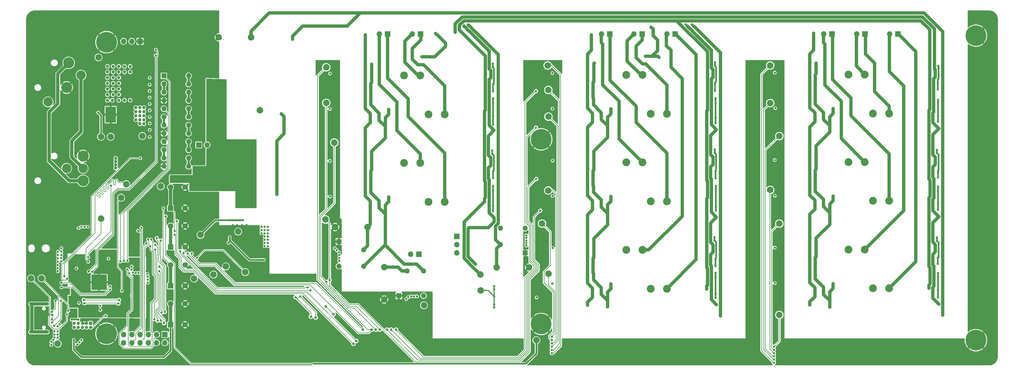
<source format=gbl>
G04 #@! TF.GenerationSoftware,KiCad,Pcbnew,6.0.5*
G04 #@! TF.CreationDate,2022-06-11T02:34:19+02:00*
G04 #@! TF.ProjectId,ELController,454c436f-6e74-4726-9f6c-6c65722e6b69,rev?*
G04 #@! TF.SameCoordinates,Original*
G04 #@! TF.FileFunction,Copper,L4,Bot*
G04 #@! TF.FilePolarity,Positive*
%FSLAX46Y46*%
G04 Gerber Fmt 4.6, Leading zero omitted, Abs format (unit mm)*
G04 Created by KiCad (PCBNEW 6.0.5) date 2022-06-11 02:34:19*
%MOMM*%
%LPD*%
G01*
G04 APERTURE LIST*
G04 #@! TA.AperFunction,ComponentPad*
%ADD10C,2.400000*%
G04 #@! TD*
G04 #@! TA.AperFunction,ComponentPad*
%ADD11R,1.700000X1.700000*%
G04 #@! TD*
G04 #@! TA.AperFunction,ComponentPad*
%ADD12O,1.700000X1.700000*%
G04 #@! TD*
G04 #@! TA.AperFunction,ComponentPad*
%ADD13C,2.000000*%
G04 #@! TD*
G04 #@! TA.AperFunction,ComponentPad*
%ADD14R,1.600000X1.600000*%
G04 #@! TD*
G04 #@! TA.AperFunction,ComponentPad*
%ADD15O,1.600000X1.600000*%
G04 #@! TD*
G04 #@! TA.AperFunction,ComponentPad*
%ADD16C,0.500000*%
G04 #@! TD*
G04 #@! TA.AperFunction,SMDPad,CuDef*
%ADD17R,4.700000X4.700000*%
G04 #@! TD*
G04 #@! TA.AperFunction,ComponentPad*
%ADD18C,1.700000*%
G04 #@! TD*
G04 #@! TA.AperFunction,SMDPad,CuDef*
%ADD19R,3.200000X4.900000*%
G04 #@! TD*
G04 #@! TA.AperFunction,ComponentPad*
%ADD20C,0.800000*%
G04 #@! TD*
G04 #@! TA.AperFunction,ComponentPad*
%ADD21C,6.400000*%
G04 #@! TD*
G04 #@! TA.AperFunction,ComponentPad*
%ADD22R,1.000000X1.000000*%
G04 #@! TD*
G04 #@! TA.AperFunction,ComponentPad*
%ADD23O,1.000000X1.000000*%
G04 #@! TD*
G04 #@! TA.AperFunction,ComponentPad*
%ADD24C,3.400000*%
G04 #@! TD*
G04 #@! TA.AperFunction,ComponentPad*
%ADD25C,2.900000*%
G04 #@! TD*
G04 #@! TA.AperFunction,ComponentPad*
%ADD26O,2.100000X1.000000*%
G04 #@! TD*
G04 #@! TA.AperFunction,ComponentPad*
%ADD27O,1.800000X1.000000*%
G04 #@! TD*
G04 #@! TA.AperFunction,ViaPad*
%ADD28C,0.710000*%
G04 #@! TD*
G04 #@! TA.AperFunction,ViaPad*
%ADD29C,0.800000*%
G04 #@! TD*
G04 #@! TA.AperFunction,ViaPad*
%ADD30C,0.700000*%
G04 #@! TD*
G04 #@! TA.AperFunction,ViaPad*
%ADD31C,1.000000*%
G04 #@! TD*
G04 #@! TA.AperFunction,Conductor*
%ADD32C,0.500000*%
G04 #@! TD*
G04 #@! TA.AperFunction,Conductor*
%ADD33C,0.150000*%
G04 #@! TD*
G04 #@! TA.AperFunction,Conductor*
%ADD34C,1.000000*%
G04 #@! TD*
G04 #@! TA.AperFunction,Conductor*
%ADD35C,0.200000*%
G04 #@! TD*
G04 #@! TA.AperFunction,Conductor*
%ADD36C,0.300000*%
G04 #@! TD*
G04 #@! TA.AperFunction,Conductor*
%ADD37C,0.700000*%
G04 #@! TD*
G04 APERTURE END LIST*
D10*
X273250000Y-71000000D03*
X278250000Y-71000000D03*
D11*
X212275000Y-19500000D03*
D12*
X209735000Y-19500000D03*
D13*
X43095000Y-65845000D03*
X104750000Y-40750000D03*
X173000000Y-29200000D03*
X71600000Y-20500000D03*
X81600000Y-20500000D03*
D14*
X127125000Y-100275000D03*
D15*
X134745000Y-100275000D03*
X134745000Y-92655000D03*
X129665000Y-92655000D03*
D11*
X65460000Y-53750000D03*
D12*
X68000000Y-53750000D03*
D10*
X273250000Y-98000000D03*
X278250000Y-98000000D03*
X265750000Y-86000000D03*
X270750000Y-86000000D03*
X265750000Y-32000000D03*
X270750000Y-32000000D03*
D16*
X35450000Y-94050000D03*
X35450000Y-96850000D03*
X35450000Y-98250000D03*
X32650000Y-94050000D03*
X36850000Y-94050000D03*
X36850000Y-95450000D03*
D17*
X34750000Y-96150000D03*
D16*
X35450000Y-95450000D03*
X32650000Y-98250000D03*
X32650000Y-96850000D03*
X36850000Y-96850000D03*
X34050000Y-95450000D03*
X36850000Y-98250000D03*
X34050000Y-94050000D03*
X34050000Y-98250000D03*
X34050000Y-96850000D03*
X32650000Y-95450000D03*
D13*
X35300000Y-51200000D03*
D14*
X54694760Y-32389511D03*
D15*
X54694760Y-34929511D03*
X54694760Y-37469511D03*
X54694760Y-40009511D03*
X54694760Y-42549511D03*
X54694760Y-45089511D03*
X54694760Y-47629511D03*
X54694760Y-50169511D03*
X54694760Y-52709511D03*
X54694760Y-55249511D03*
X54694760Y-57789511D03*
X54694760Y-60329511D03*
X62314760Y-60329511D03*
X62314760Y-57789511D03*
X62314760Y-55249511D03*
X62314760Y-52709511D03*
X62314760Y-50169511D03*
X62314760Y-47629511D03*
X62314760Y-45089511D03*
X62314760Y-42549511D03*
X62314760Y-40009511D03*
X62314760Y-37469511D03*
X62314760Y-34929511D03*
X62314760Y-32389511D03*
D11*
X56750000Y-85250000D03*
D18*
X56750000Y-78750000D03*
X61250000Y-78750000D03*
X61250000Y-85250000D03*
D13*
X34550000Y-26700000D03*
X241600000Y-67600000D03*
X152250000Y-93750000D03*
D19*
X38300000Y-44400000D03*
D16*
X38300000Y-46200000D03*
X38300000Y-45000000D03*
X39500000Y-46200000D03*
X37100000Y-45000000D03*
X39500000Y-45000000D03*
X37100000Y-43800000D03*
X38300000Y-42600000D03*
X39500000Y-43800000D03*
X37100000Y-42600000D03*
X38300000Y-43800000D03*
X37100000Y-46200000D03*
X39500000Y-42600000D03*
D11*
X280985000Y-19500000D03*
D12*
X278445000Y-19500000D03*
D13*
X107250000Y-53000000D03*
D18*
X56750000Y-66750000D03*
D11*
X56750000Y-73250000D03*
D18*
X61250000Y-66750000D03*
X61250000Y-73250000D03*
D13*
X173200000Y-36750000D03*
X241600000Y-29200000D03*
D11*
X133290000Y-87500000D03*
D12*
X130750000Y-87500000D03*
D10*
X136230000Y-44260000D03*
X141230000Y-44260000D03*
D20*
X172697056Y-53697056D03*
X173400000Y-52000000D03*
D21*
X171000000Y-52000000D03*
D20*
X171000000Y-54400000D03*
X169302944Y-50302944D03*
X168600000Y-52000000D03*
X171000000Y-49600000D03*
X172697056Y-50302944D03*
X169302944Y-53697056D03*
D13*
X117480000Y-79090000D03*
X107480000Y-79090000D03*
X38300000Y-51200000D03*
X173200000Y-67800000D03*
X41500000Y-70000000D03*
D10*
X204739755Y-44130000D03*
X209739755Y-44130000D03*
D13*
X134875000Y-103225000D03*
D22*
X32150000Y-108775000D03*
D23*
X32150000Y-110045000D03*
X30880000Y-108775000D03*
X30880000Y-110045000D03*
X29610000Y-108775000D03*
X29610000Y-110045000D03*
X28340000Y-108775000D03*
X28340000Y-110045000D03*
X27070000Y-108775000D03*
X27070000Y-110045000D03*
D13*
X48050000Y-50950000D03*
D10*
X136230000Y-71260000D03*
X141230000Y-71260000D03*
D13*
X244400000Y-51000000D03*
X66000000Y-81500000D03*
D20*
X302600000Y-20000000D03*
X306697056Y-18302944D03*
X306697056Y-21697056D03*
X303302944Y-21697056D03*
D21*
X305000000Y-20000000D03*
D20*
X305000000Y-17600000D03*
X307400000Y-20000000D03*
X305000000Y-22400000D03*
X303302944Y-18302944D03*
D10*
X265750000Y-59000000D03*
X270750000Y-59000000D03*
D13*
X84250000Y-43000000D03*
D11*
X56750000Y-97250000D03*
D18*
X56750000Y-90750000D03*
X61250000Y-90750000D03*
X61250000Y-97250000D03*
D13*
X53750000Y-66500000D03*
X173250000Y-93500000D03*
X104500000Y-76750000D03*
D10*
X204740000Y-98130000D03*
X209740000Y-98130000D03*
D13*
X171250000Y-78000000D03*
D11*
X192155000Y-19500000D03*
D12*
X189615000Y-19500000D03*
D14*
X108670000Y-83540000D03*
D15*
X108670000Y-91160000D03*
X116290000Y-91160000D03*
X116290000Y-86080000D03*
D13*
X122600000Y-91465000D03*
X122600000Y-101465000D03*
D10*
X197239755Y-32130000D03*
X202239755Y-32130000D03*
D11*
X145000000Y-81975000D03*
D12*
X145000000Y-84515000D03*
X145000000Y-87055000D03*
D13*
X157240000Y-91550000D03*
X167240000Y-91550000D03*
D11*
X270825000Y-19500000D03*
D12*
X268285000Y-19500000D03*
D11*
X123645000Y-19500000D03*
D12*
X121105000Y-19500000D03*
D13*
X241600000Y-40800000D03*
D24*
X24720000Y-36000000D03*
X25355000Y-28380000D03*
D25*
X29170000Y-32190000D03*
X19000000Y-40440000D03*
D10*
X204739755Y-71130000D03*
X209739755Y-71130000D03*
D13*
X244400000Y-78000000D03*
D20*
X171000000Y-106600000D03*
X172697056Y-110697056D03*
X173400000Y-109000000D03*
D21*
X171000000Y-109000000D03*
D20*
X169302944Y-107302944D03*
X172697056Y-107302944D03*
X168600000Y-109000000D03*
X169302944Y-110697056D03*
X171000000Y-111400000D03*
D10*
X273250000Y-44000000D03*
X278250000Y-44000000D03*
D13*
X35300000Y-76500000D03*
D11*
X47350000Y-21750000D03*
D12*
X44810000Y-21750000D03*
X42270000Y-21750000D03*
D11*
X260665000Y-19500000D03*
D12*
X258125000Y-19500000D03*
D21*
X305000000Y-114000000D03*
D20*
X306697056Y-115697056D03*
X306697056Y-112302944D03*
X302600000Y-114000000D03*
X307400000Y-114000000D03*
X303302944Y-115697056D03*
X305000000Y-111600000D03*
X303302944Y-112302944D03*
X305000000Y-116400000D03*
D11*
X133805000Y-19500000D03*
D12*
X131265000Y-19500000D03*
D13*
X152345000Y-98690000D03*
X244400000Y-106200000D03*
D20*
X39400000Y-112000000D03*
X37000000Y-114400000D03*
X35302944Y-110302944D03*
X34600000Y-112000000D03*
D21*
X37000000Y-112000000D03*
D20*
X38697056Y-110302944D03*
X35302944Y-113697056D03*
X38697056Y-113697056D03*
X37000000Y-109600000D03*
D14*
X166050000Y-87050000D03*
D15*
X166050000Y-79430000D03*
X158430000Y-79430000D03*
X158430000Y-84510000D03*
D13*
X173250000Y-45000000D03*
D11*
X202115000Y-19500000D03*
D12*
X199575000Y-19500000D03*
D10*
X197239755Y-59130000D03*
X202239755Y-59130000D03*
D11*
X55000000Y-112250000D03*
D12*
X55000000Y-114790000D03*
X52460000Y-112250000D03*
X52460000Y-114790000D03*
X49920000Y-112250000D03*
X49920000Y-114790000D03*
X47380000Y-112250000D03*
X47380000Y-114790000D03*
X44840000Y-112250000D03*
X44840000Y-114790000D03*
X42300000Y-112250000D03*
X42300000Y-114790000D03*
D18*
X56750000Y-102750000D03*
D11*
X56750000Y-109250000D03*
D18*
X61250000Y-109250000D03*
X61250000Y-102750000D03*
D13*
X73775000Y-91225000D03*
X17000000Y-94905489D03*
D10*
X128730000Y-32260000D03*
X133730000Y-32260000D03*
D26*
X18200000Y-102835489D03*
X18200000Y-111475489D03*
D27*
X14020000Y-102835489D03*
X14020000Y-111475489D03*
D13*
X70000000Y-93750000D03*
D10*
X128730000Y-59260000D03*
X133730000Y-59260000D03*
D13*
X22000000Y-115100000D03*
X77600000Y-80475000D03*
D10*
X197240000Y-86130000D03*
X202240000Y-86130000D03*
D24*
X29800000Y-57155489D03*
X29800000Y-64775489D03*
D25*
X29800000Y-60965489D03*
X24720000Y-60965489D03*
D13*
X169500000Y-114000000D03*
X104750000Y-29750000D03*
X13750000Y-94905489D03*
X79775000Y-92975000D03*
D20*
X37000000Y-19600000D03*
X35302944Y-20302944D03*
D21*
X37000000Y-22000000D03*
D20*
X37000000Y-24400000D03*
X35302944Y-23697056D03*
X34600000Y-22000000D03*
X39400000Y-22000000D03*
X38697056Y-23697056D03*
X38697056Y-20302944D03*
D13*
X64000000Y-95000000D03*
D28*
X156200000Y-39400000D03*
X156200000Y-40700000D03*
X156200000Y-44900000D03*
X156200000Y-47400000D03*
D29*
X126250000Y-110750000D03*
D28*
X62000000Y-87250000D03*
D30*
X169400000Y-37100000D03*
D29*
X118750000Y-110750000D03*
D28*
X156100000Y-28600000D03*
X156200000Y-37200000D03*
X156100000Y-29700000D03*
X156200000Y-35000000D03*
X293200000Y-36600000D03*
X293200000Y-34600000D03*
X293300000Y-29300000D03*
X293500000Y-30100000D03*
D30*
X54750000Y-108750000D03*
X53300000Y-91300000D03*
X242750000Y-121000000D03*
D28*
X293300000Y-46600000D03*
X293300000Y-40600000D03*
X293300000Y-44900000D03*
X293300000Y-39800000D03*
X105800000Y-95450000D03*
D30*
X170750000Y-74000000D03*
D28*
X60750000Y-87150000D03*
X99000000Y-97750000D03*
X156200000Y-74200000D03*
X156200000Y-72600000D03*
X156200000Y-66400000D03*
X156200000Y-67900000D03*
X77000000Y-77000000D03*
X78000000Y-77000000D03*
X76000000Y-77000000D03*
X75000000Y-77000000D03*
X79000000Y-77000000D03*
X41750000Y-98750000D03*
X64900000Y-88600000D03*
X75025000Y-83100000D03*
X84675000Y-89225000D03*
X75025000Y-82225000D03*
X74565000Y-83965000D03*
X85525000Y-89225000D03*
X83875000Y-89225000D03*
X34485000Y-43765000D03*
D30*
X31400000Y-89800000D03*
D28*
X20625000Y-113875000D03*
X22000000Y-87750000D03*
X23100000Y-89650000D03*
X20970388Y-111279612D03*
D30*
X22000000Y-111300000D03*
D28*
X23100000Y-87700000D03*
X22000000Y-90750000D03*
X22000000Y-109750000D03*
X23100000Y-85600000D03*
X22000000Y-88750000D03*
X22000000Y-89750000D03*
X22000000Y-92750000D03*
X20000000Y-114500000D03*
X20970388Y-113129612D03*
X20970388Y-112279612D03*
X23100000Y-86650000D03*
X23100000Y-88650000D03*
X22000000Y-91750000D03*
X22552745Y-109052745D03*
X22000000Y-113250000D03*
X20000000Y-115500000D03*
X22000000Y-86700000D03*
X22000000Y-112250000D03*
D30*
X51800000Y-107500000D03*
X242750000Y-118000000D03*
D28*
X52000000Y-86000000D03*
X24000000Y-94250000D03*
X20250000Y-106155489D03*
X24800000Y-106000000D03*
X20200000Y-107600000D03*
X20200000Y-108556467D03*
X25200000Y-104950000D03*
X63250000Y-87250000D03*
D29*
X120000000Y-110750000D03*
X116000000Y-110750000D03*
D28*
X169400000Y-48400000D03*
D29*
X124750000Y-110750000D03*
X114000000Y-114250000D03*
D30*
X174250000Y-115000000D03*
D28*
X58750000Y-77250000D03*
X224800000Y-67500000D03*
X224800000Y-74000000D03*
X224800000Y-72900000D03*
X224800000Y-66400000D03*
X58000000Y-81500000D03*
D30*
X174250000Y-116000000D03*
D29*
X113125000Y-115125000D03*
D28*
X224700000Y-61800000D03*
X224700000Y-64000000D03*
X224500000Y-56200000D03*
X224500000Y-55100000D03*
X224400000Y-83200000D03*
X224700000Y-88900000D03*
X224700000Y-91100000D03*
X224400000Y-82200000D03*
D29*
X107000000Y-106000000D03*
X104625000Y-103625000D03*
D30*
X174250000Y-114000000D03*
X174250000Y-113000000D03*
D28*
X224700000Y-93200000D03*
X224700000Y-99700000D03*
X224700000Y-100900000D03*
X224700000Y-94600000D03*
D30*
X174250000Y-117000000D03*
X55000000Y-105250000D03*
D28*
X53750000Y-83250000D03*
X104750000Y-96000000D03*
X169480000Y-64230000D03*
X99825489Y-98674511D03*
D29*
X121250000Y-110750000D03*
D28*
X59750000Y-86500000D03*
D29*
X123500000Y-110750000D03*
D28*
X156200000Y-61900000D03*
X156200000Y-63900000D03*
X155900000Y-56500000D03*
X155900000Y-55500000D03*
D30*
X53250000Y-92750000D03*
X53825000Y-107925000D03*
X242750000Y-120000000D03*
D28*
X224700000Y-40700000D03*
X224700000Y-45300000D03*
X224700000Y-47000000D03*
X224700000Y-39300000D03*
X52500000Y-82500000D03*
D30*
X174250000Y-118000000D03*
X54000000Y-105500000D03*
D28*
X224600000Y-37000000D03*
X224600000Y-28200000D03*
X224600000Y-34600000D03*
X224600000Y-29400000D03*
X293300000Y-94500000D03*
X293300000Y-93300000D03*
X293300000Y-100800000D03*
X293300000Y-98600000D03*
X55250000Y-75750000D03*
X156500000Y-103000000D03*
X156500000Y-98270000D03*
X156500000Y-97300000D03*
X156500000Y-100500000D03*
X156500000Y-103880000D03*
X153750000Y-38000000D03*
X222000000Y-97250000D03*
X153500000Y-71250000D03*
X290500000Y-43000000D03*
X153500000Y-70250000D03*
X222000000Y-71250000D03*
X153500000Y-44250000D03*
X222250000Y-91750000D03*
X153500000Y-43250000D03*
X153750000Y-65000000D03*
D29*
X148750000Y-90250000D03*
D28*
X222250000Y-37750000D03*
X222000000Y-70250000D03*
X290500000Y-97000000D03*
X290875000Y-91625000D03*
X290500000Y-71000000D03*
X290500000Y-98000000D03*
X222000000Y-43250000D03*
X222000000Y-44250000D03*
X222000000Y-98250000D03*
D29*
X148000000Y-89500000D03*
X147250000Y-88750000D03*
D28*
X290500000Y-70000000D03*
X290750000Y-37500000D03*
X290875000Y-64625000D03*
X290500000Y-44000000D03*
X222250000Y-64750000D03*
D29*
X149500000Y-91000000D03*
D28*
X293300000Y-66600000D03*
X293300000Y-71800000D03*
X293300000Y-67500000D03*
X293300000Y-73800000D03*
X52000000Y-84500000D03*
D30*
X52750000Y-108000000D03*
X242750000Y-119000000D03*
X242750000Y-117000000D03*
X40700000Y-102700000D03*
D29*
X100000000Y-106750000D03*
D28*
X95250000Y-100750000D03*
D30*
X30200000Y-102600000D03*
D31*
X89500000Y-65250000D03*
X89500000Y-69000000D03*
X90875000Y-44125000D03*
X91750000Y-49000000D03*
X89500000Y-64000000D03*
X89500000Y-66500000D03*
X89500000Y-67750000D03*
X91750000Y-45250000D03*
X91750000Y-47750000D03*
X91750000Y-46500000D03*
D30*
X72000000Y-36250000D03*
X71250000Y-34000000D03*
X72750000Y-37000000D03*
X71250000Y-43000000D03*
D28*
X61700000Y-64200000D03*
X64100000Y-66600000D03*
D30*
X70500000Y-36250000D03*
X82000000Y-67250000D03*
D28*
X62500000Y-63400000D03*
D30*
X79000000Y-62750000D03*
X80500000Y-68750000D03*
X71250000Y-41500000D03*
X72750000Y-35500000D03*
X72000000Y-37750000D03*
X77500000Y-64250000D03*
X79000000Y-65750000D03*
X70500000Y-40750000D03*
D28*
X63300000Y-64200000D03*
X64900000Y-67400000D03*
D30*
X70500000Y-42250000D03*
X79750000Y-65000000D03*
D28*
X62500000Y-65000000D03*
D30*
X71250000Y-40000000D03*
X82000000Y-65750000D03*
X77500000Y-65750000D03*
X72750000Y-34000000D03*
X82000000Y-62750000D03*
X69000000Y-36250000D03*
X79750000Y-68000000D03*
X81250000Y-65000000D03*
X70500000Y-34750000D03*
X77500000Y-68750000D03*
X68250000Y-37000000D03*
X78250000Y-63500000D03*
X78250000Y-66500000D03*
X79000000Y-67250000D03*
D28*
X64900000Y-64100000D03*
D30*
X72750000Y-40000000D03*
X81250000Y-63500000D03*
X78250000Y-68000000D03*
X70500000Y-43750000D03*
D28*
X63300000Y-65800000D03*
D30*
X69000000Y-34750000D03*
X82750000Y-69500000D03*
X69750000Y-38500000D03*
D28*
X64900000Y-65800000D03*
D30*
X71250000Y-35500000D03*
X80500000Y-65750000D03*
X82750000Y-68000000D03*
X78250000Y-69500000D03*
X80500000Y-67250000D03*
D28*
X64100000Y-65000000D03*
D30*
X80500000Y-64250000D03*
D28*
X60100000Y-64200000D03*
X57700000Y-65000000D03*
D30*
X72000000Y-34750000D03*
X79750000Y-71000000D03*
X68250000Y-38500000D03*
X77500000Y-67250000D03*
X79000000Y-68750000D03*
X79750000Y-66500000D03*
X82750000Y-65000000D03*
X69750000Y-34000000D03*
X80500000Y-62750000D03*
X68250000Y-34000000D03*
X71250000Y-37000000D03*
X82750000Y-63500000D03*
X79750000Y-69500000D03*
D28*
X60900000Y-65000000D03*
D30*
X69000000Y-40750000D03*
X81250000Y-69500000D03*
X69750000Y-35500000D03*
D28*
X59300000Y-63400000D03*
D30*
X73500000Y-34750000D03*
D28*
X64100000Y-61800000D03*
X56900000Y-64200000D03*
D30*
X69000000Y-39250000D03*
X79750000Y-72500000D03*
X81250000Y-66500000D03*
X82750000Y-66500000D03*
D28*
X63300000Y-67400000D03*
D30*
X69000000Y-37750000D03*
X69750000Y-40000000D03*
X82000000Y-68750000D03*
X79750000Y-63500000D03*
D28*
X57700000Y-63400000D03*
D30*
X72750000Y-38500000D03*
X73500000Y-39250000D03*
X70500000Y-37750000D03*
X79000000Y-64250000D03*
X80500000Y-70250000D03*
D28*
X58500000Y-64200000D03*
D30*
X73500000Y-40750000D03*
X72000000Y-39250000D03*
X68250000Y-40000000D03*
X80500000Y-71750000D03*
X78250000Y-65000000D03*
X72000000Y-40750000D03*
D28*
X64100000Y-63400000D03*
D30*
X71250000Y-38500000D03*
D28*
X59300000Y-65000000D03*
D30*
X73500000Y-36250000D03*
X82000000Y-64250000D03*
D28*
X60900000Y-63400000D03*
D30*
X68250000Y-35500000D03*
X81250000Y-68000000D03*
X73500000Y-37750000D03*
X77500000Y-62750000D03*
X70500000Y-39250000D03*
X69750000Y-37000000D03*
D28*
X293200000Y-90400000D03*
X293200000Y-88600000D03*
X293000000Y-83400000D03*
X293000000Y-82300000D03*
X96750000Y-100500000D03*
D30*
X242750000Y-116000000D03*
D29*
X101500000Y-107000000D03*
D30*
X30000000Y-101600000D03*
X40900000Y-101600000D03*
D28*
X293300000Y-61800000D03*
X293300000Y-63800000D03*
X293000000Y-56200000D03*
X293000000Y-55300000D03*
D29*
X185289755Y-76310245D03*
D28*
X117480000Y-81020000D03*
D29*
X255000000Y-22250000D03*
X253800000Y-65100000D03*
X116780000Y-65320000D03*
X253800000Y-49300000D03*
X186500000Y-23750000D03*
X116780000Y-24720000D03*
X116780000Y-38320000D03*
X185290000Y-92210000D03*
X186500000Y-22750000D03*
X185289755Y-38210245D03*
X116780000Y-49520000D03*
X116780000Y-21720000D03*
D28*
X117480000Y-84020000D03*
D29*
X186500000Y-20750000D03*
X185289755Y-65210245D03*
X185289755Y-49210245D03*
D28*
X117480000Y-82520000D03*
D29*
X185290000Y-103210000D03*
X253800000Y-76200000D03*
X186500000Y-19750000D03*
X255000000Y-20250000D03*
X253800000Y-92100000D03*
X255000000Y-21250000D03*
X255000000Y-19250000D03*
X116780000Y-19720000D03*
X116780000Y-20720000D03*
X116780000Y-22720000D03*
X116780000Y-23720000D03*
X186500000Y-21750000D03*
X255000000Y-23250000D03*
X253800000Y-103100000D03*
X253800000Y-38100000D03*
D28*
X259950000Y-75610000D03*
X118750000Y-57750000D03*
X191439755Y-47760245D03*
X191439755Y-75860245D03*
D29*
X206120000Y-26380000D03*
D28*
X191439755Y-48860245D03*
X255750000Y-85500000D03*
X261000000Y-70380000D03*
X260625000Y-98375000D03*
X255750000Y-55500000D03*
X191440000Y-101760000D03*
X118490000Y-40990000D03*
X187130000Y-40870000D03*
X192489755Y-42630000D03*
X255500000Y-36000000D03*
D29*
X206500000Y-21000000D03*
X136240000Y-26510000D03*
D28*
X118500000Y-36750000D03*
X255500000Y-34750000D03*
X187130000Y-67870000D03*
X192309877Y-71309877D03*
X118500000Y-63500000D03*
X187120000Y-93380000D03*
X255750000Y-28500000D03*
D29*
X139973189Y-20776811D03*
X140723189Y-21526811D03*
D28*
X258050000Y-44950000D03*
X118510000Y-67990000D03*
X192489755Y-43610245D03*
X122930000Y-77060000D03*
X258050000Y-98650000D03*
X255750000Y-82500000D03*
X123980000Y-70620000D03*
X255750000Y-58500000D03*
X118750000Y-56750000D03*
X122930000Y-75060000D03*
X121030000Y-72220000D03*
X255500000Y-66250000D03*
X187130000Y-39380000D03*
X255500000Y-67750000D03*
X118500000Y-61750000D03*
X187250000Y-57750000D03*
X187000000Y-90500000D03*
X121030000Y-45220000D03*
X189540000Y-98960000D03*
D29*
X204875000Y-17375000D03*
D28*
X191439755Y-76930000D03*
X189539755Y-44960245D03*
X258050000Y-43700000D03*
X191439755Y-49930000D03*
D29*
X135240000Y-26510000D03*
D28*
X260670000Y-71330000D03*
D29*
X205500000Y-19250000D03*
D28*
X187250000Y-56750000D03*
X261000000Y-69500000D03*
X192490000Y-97610000D03*
X118500000Y-39500000D03*
X123980000Y-42760000D03*
X122930000Y-72970000D03*
D29*
X141473189Y-22276811D03*
D28*
X257950000Y-97550000D03*
X187250000Y-58750000D03*
X122930000Y-45970000D03*
X118750000Y-30750000D03*
X261000000Y-42500000D03*
X255500000Y-93250000D03*
X121030000Y-70970000D03*
X189539755Y-71960245D03*
X122930000Y-50260000D03*
X191440000Y-99860000D03*
X187120000Y-94880000D03*
X260625000Y-44375000D03*
X255500000Y-88500000D03*
D30*
X259950000Y-99800000D03*
D29*
X139223189Y-20026811D03*
D28*
X121060000Y-43940000D03*
X118510000Y-66510000D03*
X259950000Y-103800000D03*
X258050000Y-72080000D03*
X259950000Y-48800000D03*
X187250000Y-84750000D03*
X187000000Y-36250000D03*
X123720000Y-44520000D03*
X255500000Y-94500000D03*
X187250000Y-83750000D03*
X192160000Y-98460000D03*
X255500000Y-63500000D03*
X255750000Y-57500000D03*
D29*
X137240000Y-26510000D03*
D28*
X259950000Y-72690000D03*
X255750000Y-29500000D03*
D29*
X138473189Y-19276811D03*
D28*
X187000000Y-34500000D03*
X259950000Y-49800000D03*
X118750000Y-31750000D03*
X187000000Y-88750000D03*
X122930000Y-76070000D03*
X189540000Y-97780000D03*
D29*
X204120000Y-26380000D03*
D28*
X255750000Y-31500000D03*
X257805000Y-70405000D03*
X255750000Y-84500000D03*
X255750000Y-30500000D03*
X192109878Y-44509878D03*
D29*
X207304877Y-26695123D03*
D28*
X187130000Y-66380000D03*
X191439755Y-72810245D03*
X192489755Y-69630000D03*
X255500000Y-61500000D03*
X255500000Y-90250000D03*
X191439755Y-45860245D03*
X259950000Y-102800000D03*
D29*
X203120000Y-26380000D03*
D28*
X191414755Y-74785245D03*
D29*
X205750000Y-20250000D03*
D28*
X187250000Y-85750000D03*
X192490000Y-96630000D03*
X118750000Y-58750000D03*
X259950000Y-101800000D03*
X122930000Y-48060000D03*
X187239755Y-55630000D03*
X118730000Y-55760000D03*
X187240000Y-82630000D03*
X191440000Y-102760000D03*
X118500000Y-34750000D03*
X187369754Y-28500000D03*
X255750000Y-83500000D03*
D29*
X138240000Y-26510000D03*
D30*
X261000000Y-96500000D03*
D29*
X134240000Y-26510000D03*
D28*
X123980000Y-69760000D03*
X259950000Y-45650000D03*
X261000000Y-43500000D03*
X255500000Y-39250000D03*
X118750000Y-29750000D03*
X123980000Y-43720000D03*
X123820000Y-71420000D03*
X187250000Y-30500000D03*
X118730000Y-28760000D03*
X255750000Y-56500000D03*
X187250000Y-29500000D03*
X259950000Y-76490000D03*
X187000000Y-63500000D03*
X261000000Y-97500000D03*
D29*
X205500000Y-18250000D03*
D28*
X255500000Y-40750000D03*
X191440000Y-103760000D03*
X192489755Y-70510245D03*
X187000000Y-61750000D03*
X258050000Y-71210000D03*
X189504878Y-43745122D03*
X259950000Y-74660000D03*
X122930000Y-49160000D03*
D29*
X205120000Y-26380000D03*
D28*
X259950000Y-47800000D03*
X189504878Y-70745122D03*
X187250000Y-31500000D03*
X43500000Y-89500000D03*
X243010000Y-31410000D03*
D31*
X46050000Y-42200000D03*
D30*
X50320240Y-37089511D03*
X50320240Y-45089511D03*
D28*
X105830000Y-58670000D03*
X45125000Y-93125000D03*
X46850000Y-93250000D03*
D31*
X46050000Y-43450000D03*
D28*
X49600000Y-93600000D03*
X28043893Y-115293893D03*
D30*
X174510000Y-42510000D03*
X174460000Y-31540000D03*
D28*
X105860000Y-42640000D03*
X37625000Y-88825000D03*
D30*
X28500000Y-102500000D03*
X174540000Y-85540000D03*
X174540000Y-58540000D03*
D28*
X243010000Y-85410000D03*
X49750000Y-94450000D03*
D30*
X243020000Y-69380000D03*
X50320240Y-51265471D03*
D28*
X29275000Y-113975000D03*
D30*
X50320240Y-49089511D03*
D28*
X44750000Y-91250000D03*
D31*
X48550000Y-45950000D03*
D28*
X35100000Y-104700000D03*
D31*
X46050000Y-44700000D03*
X47300000Y-45950000D03*
D28*
X49750000Y-95350000D03*
X44750000Y-92250000D03*
X27750000Y-91850000D03*
D31*
X48550000Y-44700000D03*
X48550000Y-47200000D03*
D28*
X28668893Y-114668893D03*
D30*
X50320240Y-39089511D03*
X169600000Y-100800000D03*
X243180000Y-42380000D03*
D31*
X47300000Y-42200000D03*
D30*
X50320240Y-43089511D03*
X174490000Y-96510000D03*
D28*
X105920000Y-31670000D03*
D31*
X48550000Y-42200000D03*
X47300000Y-47200000D03*
D30*
X50320240Y-32964511D03*
D28*
X46000000Y-93250000D03*
D31*
X47300000Y-43450000D03*
X46050000Y-45950000D03*
D30*
X50320240Y-41089511D03*
D31*
X48550000Y-43450000D03*
D30*
X50320240Y-35089511D03*
X243020000Y-96380000D03*
D28*
X105860000Y-69640000D03*
X35100000Y-103400000D03*
D30*
X243010000Y-58410000D03*
D28*
X49750000Y-96250000D03*
D31*
X47300000Y-44700000D03*
D30*
X174510000Y-69510000D03*
X50320240Y-47089511D03*
D28*
X41300000Y-89700000D03*
X32000000Y-117000000D03*
X62500000Y-117750000D03*
X103500000Y-35500000D03*
X76000000Y-94000000D03*
D30*
X253750000Y-116000000D03*
D28*
X159000000Y-114000000D03*
D30*
X238000000Y-92000000D03*
D28*
X18000000Y-29000000D03*
X67250000Y-75000000D03*
X38000000Y-117000000D03*
X40000000Y-117000000D03*
X24500000Y-77000000D03*
X91500000Y-94500000D03*
X16000000Y-31000000D03*
X45500000Y-108000000D03*
X72000000Y-90000000D03*
D30*
X234500000Y-50000000D03*
D28*
X143000000Y-114000000D03*
X64000000Y-114750000D03*
X68500000Y-70500000D03*
D30*
X253750000Y-114500000D03*
D28*
X13500000Y-119000000D03*
X24000000Y-43000000D03*
D30*
X236500000Y-52000000D03*
X236500000Y-80000000D03*
D28*
X59750000Y-57500000D03*
X23000000Y-56000000D03*
X236500000Y-112500000D03*
X68250000Y-75000000D03*
X59000000Y-94500000D03*
X58000000Y-61000000D03*
X66000000Y-85000000D03*
X16000000Y-29000000D03*
X32500000Y-103750000D03*
X65000000Y-86000000D03*
X32000000Y-115000000D03*
X139000000Y-114000000D03*
X68000000Y-16000000D03*
X65500000Y-114750000D03*
X171000000Y-94600000D03*
X234500000Y-112500000D03*
X85500000Y-95500000D03*
X50000000Y-105500000D03*
X64000000Y-99000000D03*
D31*
X17500000Y-89000000D03*
D28*
X59500000Y-119000000D03*
X53500000Y-120500000D03*
D31*
X17500000Y-92000000D03*
D28*
X50000000Y-101500000D03*
D30*
X237500000Y-41000000D03*
D28*
X60000000Y-94500000D03*
X60000000Y-47000000D03*
X87000000Y-94500000D03*
X73500000Y-95000000D03*
X65000000Y-102000000D03*
X224500000Y-114500000D03*
X46500000Y-77000000D03*
X63750000Y-57000000D03*
D31*
X16000000Y-83000000D03*
X17500000Y-90500000D03*
D28*
X60750000Y-57500000D03*
X27500000Y-101750000D03*
D30*
X306500000Y-82500000D03*
X237500000Y-79000000D03*
D28*
X85500000Y-92500000D03*
X31000000Y-43000000D03*
X58000000Y-50000000D03*
X41000000Y-106500000D03*
X60000000Y-93500000D03*
X24250000Y-100500000D03*
X17000000Y-14000000D03*
X15000000Y-67000000D03*
X30000000Y-89500000D03*
X237500000Y-31500000D03*
X59750000Y-55500000D03*
X27000000Y-16000000D03*
D30*
X306500000Y-70000000D03*
D28*
X33000000Y-53000000D03*
D31*
X23500000Y-81500000D03*
D28*
X206500000Y-114500000D03*
X67000000Y-98000000D03*
X58300000Y-67500000D03*
X24100000Y-107700000D03*
X45750000Y-98500000D03*
D30*
X306500000Y-95750000D03*
D28*
X124000000Y-108000000D03*
D30*
X306500000Y-57000000D03*
D28*
X163000000Y-114000000D03*
X73500000Y-97000000D03*
X63000000Y-98000000D03*
X126000000Y-108000000D03*
X103500000Y-50000000D03*
X92500000Y-111500000D03*
D30*
X306500000Y-86000000D03*
D28*
X62500000Y-116250000D03*
X128000000Y-109000000D03*
X19000000Y-16000000D03*
D30*
X250000000Y-116000000D03*
D28*
X60000000Y-52000000D03*
D30*
X38000000Y-87800000D03*
D28*
X45000000Y-78000000D03*
X74500000Y-97000000D03*
X65000000Y-99000000D03*
X58000000Y-32000000D03*
X16000000Y-104500000D03*
X23750000Y-111500000D03*
X32500000Y-106400000D03*
X220500000Y-114500000D03*
X103500000Y-65500000D03*
X60000000Y-82000000D03*
D30*
X238000000Y-69000000D03*
D28*
X16500000Y-117500000D03*
D30*
X234500000Y-80000000D03*
D28*
X61000000Y-114750000D03*
X24100000Y-106800000D03*
X123000000Y-114500000D03*
X58000000Y-119000000D03*
D30*
X253750000Y-117500000D03*
D28*
X72500000Y-97000000D03*
X45000000Y-105500000D03*
D30*
X31100000Y-105400000D03*
D28*
X17750000Y-100250000D03*
X93000000Y-94500000D03*
X16000000Y-109000000D03*
D30*
X306500000Y-41250000D03*
D28*
X70500000Y-96000000D03*
X234500000Y-106500000D03*
X104500000Y-94000000D03*
D31*
X16000000Y-86000000D03*
D28*
X64000000Y-86000000D03*
X108750000Y-93500000D03*
X127000000Y-109000000D03*
X34000000Y-115000000D03*
X50000000Y-107500000D03*
D30*
X306500000Y-94250000D03*
D28*
X169500000Y-32000000D03*
X15000000Y-117500000D03*
X24250000Y-99500000D03*
X63750000Y-58000000D03*
X126000000Y-107000000D03*
X172500000Y-82000000D03*
X15000000Y-116000000D03*
X50000000Y-108500000D03*
X45750000Y-92250000D03*
D31*
X20500000Y-86000000D03*
D28*
X23000000Y-14000000D03*
X22000000Y-70000000D03*
D30*
X237500000Y-53000000D03*
D28*
X57750000Y-55500000D03*
D30*
X257750000Y-117500000D03*
D28*
X32500000Y-104600000D03*
X21000000Y-14000000D03*
X103500000Y-34000000D03*
X108750000Y-96500000D03*
X25000000Y-14000000D03*
D30*
X172000000Y-57500000D03*
D28*
X26250000Y-79500000D03*
X45000000Y-51500000D03*
X45500000Y-90250000D03*
D30*
X237500000Y-43500000D03*
X306500000Y-58750000D03*
D28*
X15000000Y-73000000D03*
X228500000Y-114500000D03*
D30*
X236500000Y-79000000D03*
D28*
X173250000Y-76250000D03*
X23750000Y-110500000D03*
X60000000Y-35000000D03*
D30*
X237500000Y-80000000D03*
D28*
X18250000Y-97250000D03*
X44500000Y-108000000D03*
X62000000Y-14000000D03*
X137000000Y-114000000D03*
X66000000Y-99000000D03*
D30*
X236500000Y-77000000D03*
D28*
X198500000Y-114500000D03*
D30*
X257750000Y-116000000D03*
D28*
X68500000Y-71500000D03*
X45750000Y-95750000D03*
X188500000Y-114500000D03*
X18000000Y-116000000D03*
X25000000Y-50000000D03*
X18000000Y-117500000D03*
D31*
X20500000Y-83000000D03*
D28*
X60750000Y-55500000D03*
X89500000Y-111500000D03*
X50000000Y-64000000D03*
X65000000Y-103000000D03*
D30*
X237500000Y-52000000D03*
D28*
X240500000Y-35500000D03*
X105500000Y-64000000D03*
X18000000Y-114500000D03*
X50500000Y-91250000D03*
D30*
X235500000Y-80000000D03*
D31*
X22000000Y-83000000D03*
D28*
X40500000Y-97750000D03*
X27000000Y-76250000D03*
X61000000Y-94500000D03*
X13500000Y-117500000D03*
X72500000Y-95000000D03*
X13000000Y-71000000D03*
X67000000Y-84000000D03*
D31*
X19000000Y-87500000D03*
D28*
X56500000Y-120500000D03*
X49000000Y-57000000D03*
D30*
X234500000Y-77000000D03*
X259750000Y-116000000D03*
D28*
X50500000Y-93200000D03*
X58000000Y-35000000D03*
D30*
X306500000Y-84250000D03*
D28*
X218500000Y-114500000D03*
X161000000Y-114000000D03*
X40000000Y-105500000D03*
X59400000Y-67500000D03*
X180500000Y-114500000D03*
X60000000Y-81000000D03*
X64000000Y-116250000D03*
X155000000Y-114000000D03*
X58000000Y-42000000D03*
X16750000Y-99250000D03*
X63000000Y-103000000D03*
X234500000Y-110500000D03*
X196500000Y-114500000D03*
X59500000Y-120500000D03*
D30*
X234500000Y-52000000D03*
D28*
X62500000Y-111750000D03*
X61000000Y-111750000D03*
X65000000Y-84000000D03*
X31000000Y-49000000D03*
X26500000Y-100750000D03*
D30*
X255750000Y-114500000D03*
X251750000Y-117500000D03*
D28*
X240500000Y-33000000D03*
X64000000Y-111750000D03*
X50000000Y-98500000D03*
X178500000Y-114500000D03*
X68500000Y-69500000D03*
X127000000Y-108000000D03*
X103500000Y-48500000D03*
X24500000Y-75750000D03*
X69500000Y-82800000D03*
X50500000Y-120500000D03*
X25250000Y-99500000D03*
X232500000Y-114500000D03*
X59000000Y-93500000D03*
X60000000Y-83000000D03*
D31*
X17500000Y-83000000D03*
D28*
X15000000Y-69000000D03*
X103500000Y-47000000D03*
X46500000Y-109000000D03*
X50000000Y-100000000D03*
X91000000Y-111500000D03*
X24000000Y-66000000D03*
X60000000Y-42000000D03*
X49000000Y-53000000D03*
D30*
X236500000Y-50000000D03*
D28*
X108750000Y-94500000D03*
X25000000Y-16000000D03*
X29000000Y-53000000D03*
X80500000Y-83000000D03*
X242000000Y-36750000D03*
X58000000Y-47000000D03*
X65000000Y-87000000D03*
X16000000Y-107500000D03*
X59500000Y-114750000D03*
X76000000Y-93000000D03*
X24000000Y-68000000D03*
X22000000Y-68000000D03*
X50750000Y-96250000D03*
D30*
X235500000Y-79000000D03*
D28*
X170500000Y-70500000D03*
X45750000Y-96750000D03*
X30500000Y-77750000D03*
X237500000Y-29500000D03*
D30*
X235500000Y-51000000D03*
D28*
X27000000Y-77250000D03*
D30*
X251750000Y-116000000D03*
D28*
X123000000Y-108000000D03*
X184500000Y-114500000D03*
D30*
X237500000Y-78000000D03*
D28*
X33000000Y-49000000D03*
X87000000Y-95500000D03*
X76000000Y-92000000D03*
X108750000Y-97500000D03*
D30*
X259750000Y-117500000D03*
X257750000Y-114500000D03*
D28*
X172500000Y-91000000D03*
X18000000Y-27000000D03*
X24000000Y-41000000D03*
X26000000Y-39000000D03*
D31*
X14500000Y-87500000D03*
D28*
X60750000Y-56500000D03*
D30*
X172000000Y-59500000D03*
D28*
X31000000Y-51000000D03*
X46000000Y-106500000D03*
X174000000Y-61500000D03*
D30*
X306500000Y-39500000D03*
D28*
X200500000Y-114500000D03*
X15000000Y-119000000D03*
X71500000Y-95500000D03*
D30*
X306500000Y-28500000D03*
D28*
X67000000Y-99000000D03*
X25000000Y-56000000D03*
X60000000Y-61000000D03*
X153000000Y-114000000D03*
X58000000Y-14000000D03*
X77000000Y-95000000D03*
X186500000Y-114500000D03*
X60000000Y-37000000D03*
X85500000Y-94500000D03*
X46500000Y-76000000D03*
X103500000Y-45500000D03*
D30*
X236500000Y-51000000D03*
D28*
X13000000Y-67000000D03*
X27000000Y-75250000D03*
X25000000Y-52000000D03*
X204500000Y-114500000D03*
X23700000Y-103900000D03*
X65500000Y-119250000D03*
X27500000Y-99750000D03*
X226500000Y-114500000D03*
D30*
X38400000Y-87100000D03*
D28*
X170000000Y-59500000D03*
X67000000Y-85000000D03*
X172500000Y-88000000D03*
X27500000Y-102900000D03*
X85500000Y-93500000D03*
X118500000Y-113500000D03*
X63000000Y-102000000D03*
D30*
X248250000Y-114500000D03*
D28*
X45500000Y-109000000D03*
X21000000Y-50000000D03*
D30*
X237500000Y-77000000D03*
D28*
X78000000Y-95000000D03*
X18000000Y-25000000D03*
X62000000Y-83000000D03*
D30*
X235500000Y-77000000D03*
D28*
X169500000Y-39500000D03*
X49000000Y-59000000D03*
D30*
X31100000Y-104600000D03*
D28*
X25250000Y-98500000D03*
D30*
X237500000Y-50000000D03*
X306500000Y-68250000D03*
D31*
X22000000Y-84500000D03*
D28*
X17250000Y-97250000D03*
X126000000Y-109000000D03*
X120000000Y-113500000D03*
X169500000Y-30500000D03*
X16000000Y-25000000D03*
X67000000Y-102000000D03*
D31*
X13000000Y-83000000D03*
D30*
X238000000Y-65000000D03*
D28*
X64000000Y-117750000D03*
X24000000Y-70000000D03*
D31*
X16000000Y-92000000D03*
D28*
X46750000Y-92250000D03*
X58300000Y-66200000D03*
X13500000Y-116000000D03*
X63750000Y-56000000D03*
X65000000Y-85000000D03*
X129000000Y-110000000D03*
X23000000Y-16000000D03*
X234500000Y-108500000D03*
D30*
X234500000Y-51000000D03*
D28*
X32500000Y-105500000D03*
X30000000Y-117000000D03*
X58750000Y-56500000D03*
X63000000Y-99000000D03*
X103500000Y-44000000D03*
D30*
X251750000Y-114500000D03*
D28*
X208500000Y-114500000D03*
X171000000Y-93200000D03*
X24250000Y-98500000D03*
X82000000Y-111500000D03*
D30*
X250000000Y-114500000D03*
D28*
X45750000Y-102000000D03*
X58000000Y-45000000D03*
X123000000Y-113500000D03*
D30*
X235500000Y-50000000D03*
D28*
X123000000Y-107000000D03*
D30*
X236500000Y-53000000D03*
D28*
X52000000Y-62000000D03*
X58000000Y-16000000D03*
X23000000Y-113000000D03*
D31*
X13000000Y-87500000D03*
D28*
X212500000Y-114500000D03*
X64000000Y-14000000D03*
X45500000Y-100250000D03*
X104500000Y-92500000D03*
X76000000Y-78500000D03*
X17000000Y-16000000D03*
X44500000Y-109000000D03*
X59400000Y-66200000D03*
X18000000Y-119000000D03*
X121500000Y-114500000D03*
X236500000Y-108500000D03*
X46000000Y-105500000D03*
X45000000Y-106500000D03*
X23000000Y-112000000D03*
X174000000Y-65500000D03*
X60000000Y-45000000D03*
X51000000Y-98500000D03*
D30*
X235500000Y-78000000D03*
D28*
X49000000Y-55000000D03*
X108750000Y-95500000D03*
X64000000Y-98000000D03*
X182500000Y-114500000D03*
X170500000Y-68750000D03*
X64000000Y-84000000D03*
X68250000Y-76000000D03*
D31*
X14500000Y-83000000D03*
D28*
X65000000Y-98000000D03*
X65500000Y-113250000D03*
X172500000Y-86500000D03*
X141000000Y-114000000D03*
X234500000Y-114500000D03*
D30*
X250000000Y-117500000D03*
D28*
X16500000Y-116000000D03*
X21000000Y-54000000D03*
D30*
X31100000Y-103800000D03*
D28*
X172000000Y-63500000D03*
X13000000Y-73000000D03*
D30*
X238000000Y-94000000D03*
D28*
X39000000Y-104500000D03*
X36000000Y-117000000D03*
X24000000Y-39000000D03*
D31*
X19000000Y-83000000D03*
D28*
X39000000Y-48000000D03*
X202500000Y-114500000D03*
X30500000Y-75500000D03*
X62500000Y-114750000D03*
X68000000Y-14000000D03*
X105500000Y-65500000D03*
X59750000Y-56500000D03*
X52000000Y-120500000D03*
X16750000Y-100250000D03*
D30*
X306500000Y-97250000D03*
X235500000Y-52000000D03*
D28*
X64000000Y-83000000D03*
X172000000Y-61500000D03*
D31*
X16000000Y-90500000D03*
D28*
X59500000Y-111750000D03*
X46750000Y-96750000D03*
X216500000Y-114500000D03*
X21000000Y-16000000D03*
X58000000Y-120500000D03*
X66000000Y-98000000D03*
X103500000Y-64000000D03*
X69250000Y-75000000D03*
X46500000Y-90250000D03*
D31*
X17500000Y-87500000D03*
D28*
X23000000Y-50000000D03*
D30*
X255750000Y-116000000D03*
D28*
X103500000Y-67000000D03*
X149000000Y-114000000D03*
X90000000Y-95500000D03*
D30*
X255750000Y-117500000D03*
D28*
X16000000Y-106000000D03*
X46750000Y-102000000D03*
X42000000Y-105500000D03*
X57750000Y-56500000D03*
X16500000Y-114500000D03*
X42000000Y-106500000D03*
X72500000Y-94000000D03*
X66000000Y-84000000D03*
X27750000Y-78500000D03*
X86500000Y-111500000D03*
X65500000Y-111750000D03*
X46750000Y-98500000D03*
X78000000Y-94000000D03*
X58000000Y-37000000D03*
X65500000Y-117750000D03*
X58000000Y-40000000D03*
X210500000Y-114500000D03*
X236500000Y-106500000D03*
D30*
X259750000Y-114500000D03*
D28*
X103500000Y-37000000D03*
D30*
X237500000Y-38500000D03*
X39200000Y-87100000D03*
D28*
X85000000Y-111500000D03*
X46750000Y-91250000D03*
X27500000Y-100750000D03*
X222500000Y-114500000D03*
X80250000Y-78500000D03*
X94500000Y-94500000D03*
X16500000Y-119000000D03*
X56500000Y-119000000D03*
X172500000Y-85000000D03*
D30*
X248250000Y-116000000D03*
D31*
X16000000Y-87500000D03*
D28*
X234500000Y-104500000D03*
X18000000Y-31000000D03*
X77000000Y-94000000D03*
X50500000Y-92250000D03*
X64000000Y-16000000D03*
X45750000Y-91250000D03*
X62500000Y-113250000D03*
X120000000Y-114500000D03*
X88500000Y-94500000D03*
X61000000Y-113250000D03*
X172750000Y-103500000D03*
X60000000Y-40000000D03*
D30*
X237500000Y-51000000D03*
D28*
X64000000Y-85000000D03*
X170000000Y-57500000D03*
X124000000Y-107000000D03*
X30000000Y-91500000D03*
X45000000Y-77000000D03*
X69250000Y-76000000D03*
D30*
X37600000Y-87100000D03*
D28*
X94000000Y-111500000D03*
X230500000Y-114500000D03*
X58000000Y-117500000D03*
X104000000Y-78750000D03*
X128000000Y-108000000D03*
X25000000Y-54000000D03*
X66000000Y-14000000D03*
X34000000Y-117000000D03*
X192500000Y-114500000D03*
X169500000Y-42500000D03*
D31*
X16000000Y-84500000D03*
D28*
X26000000Y-41000000D03*
X21000000Y-52000000D03*
X20000000Y-100000000D03*
X60000000Y-14000000D03*
D30*
X306500000Y-43000000D03*
X234500000Y-53000000D03*
D28*
X70500000Y-82800000D03*
X59000000Y-92500000D03*
D30*
X234500000Y-79000000D03*
D28*
X18250000Y-98250000D03*
X50000000Y-106500000D03*
X174000000Y-63500000D03*
X67500000Y-70500000D03*
X50500000Y-90250000D03*
X25800000Y-105700000D03*
X22000000Y-66000000D03*
D30*
X248250000Y-117500000D03*
X306500000Y-30250000D03*
D28*
X43250000Y-100250000D03*
X64000000Y-119250000D03*
X58750000Y-55500000D03*
X20000000Y-99000000D03*
X23000000Y-54000000D03*
D30*
X306500000Y-66250000D03*
X306500000Y-32000000D03*
D28*
X70700000Y-81900000D03*
X238500000Y-29500000D03*
X30000000Y-90500000D03*
X67000000Y-103000000D03*
X122000000Y-107000000D03*
X57750000Y-57500000D03*
X236500000Y-104500000D03*
X45000000Y-76000000D03*
X172500000Y-89500000D03*
X33000000Y-51000000D03*
X26000000Y-43000000D03*
X122000000Y-108000000D03*
X13000000Y-69000000D03*
X23000000Y-111000000D03*
D31*
X20500000Y-84500000D03*
D28*
X125000000Y-109000000D03*
X171000000Y-96000000D03*
X62000000Y-16000000D03*
X169500000Y-41000000D03*
X151000000Y-114000000D03*
X172500000Y-83500000D03*
X173250000Y-74750000D03*
D30*
X234500000Y-78000000D03*
D28*
X61000000Y-116250000D03*
X23750000Y-113500000D03*
D31*
X16000000Y-89000000D03*
D28*
X77000000Y-93000000D03*
X78750000Y-78500000D03*
X13500000Y-114500000D03*
X67250000Y-76000000D03*
X23000000Y-52000000D03*
D30*
X236500000Y-78000000D03*
D28*
X125000000Y-107000000D03*
X55000000Y-120500000D03*
X51000000Y-100000000D03*
X105500000Y-67000000D03*
X27250000Y-79500000D03*
X90000000Y-94500000D03*
X16000000Y-27000000D03*
X124000000Y-109000000D03*
X31000000Y-53000000D03*
X123000000Y-109000000D03*
X83500000Y-111500000D03*
X77000000Y-92000000D03*
X19000000Y-14000000D03*
X172500000Y-80500000D03*
X194500000Y-114500000D03*
X125000000Y-108000000D03*
X60000000Y-16000000D03*
X25800000Y-106500000D03*
X15000000Y-71000000D03*
X60000000Y-32000000D03*
X41000000Y-51500000D03*
X121000000Y-107000000D03*
X66000000Y-86000000D03*
X236500000Y-114500000D03*
X51000000Y-63000000D03*
X46500000Y-108000000D03*
X121500000Y-113500000D03*
X172000000Y-65500000D03*
X60000000Y-50000000D03*
X23750000Y-112500000D03*
X59500000Y-113250000D03*
X64000000Y-113250000D03*
X76250000Y-81750000D03*
X58000000Y-52000000D03*
X88000000Y-111500000D03*
X31000000Y-41000000D03*
X50750000Y-95250000D03*
X145000000Y-114000000D03*
D31*
X20500000Y-87500000D03*
D28*
X147000000Y-114000000D03*
X77250000Y-78500000D03*
X15000000Y-114500000D03*
X65500000Y-116250000D03*
X124500000Y-114500000D03*
X61000000Y-120500000D03*
X172750000Y-101750000D03*
X236500000Y-110500000D03*
X169500000Y-29000000D03*
X190500000Y-114500000D03*
D31*
X22000000Y-81500000D03*
D30*
X238000000Y-67000000D03*
D28*
X93000000Y-95500000D03*
X41000000Y-105500000D03*
X237500000Y-30500000D03*
X157000000Y-114000000D03*
X27000000Y-14000000D03*
X214500000Y-114500000D03*
X66000000Y-16000000D03*
D30*
X235500000Y-53000000D03*
X306500000Y-55000000D03*
D28*
X170500000Y-67000000D03*
D30*
X238000000Y-96000000D03*
D28*
X58750000Y-57500000D03*
X88500000Y-95500000D03*
X91500000Y-95500000D03*
X42400000Y-89500000D03*
D29*
X226239755Y-49510245D03*
X294750000Y-49250000D03*
X294750000Y-106250000D03*
X294750000Y-52250000D03*
X294750000Y-77250000D03*
X151071378Y-19178622D03*
X294750000Y-76250000D03*
D31*
X107750000Y-17000000D03*
D29*
X226239755Y-25760245D03*
D28*
X219750000Y-18750000D03*
D29*
X226240000Y-105510000D03*
D31*
X104000000Y-17000000D03*
D28*
X218250000Y-17250000D03*
D31*
X95500000Y-19000000D03*
D29*
X157730000Y-50520000D03*
X144500000Y-13000000D03*
X209750000Y-13000000D03*
X226240000Y-103510000D03*
X294750000Y-92000000D03*
D28*
X157240000Y-87360000D03*
D29*
X212750000Y-13000000D03*
X157730000Y-38270000D03*
X157730000Y-27160000D03*
X226240000Y-92260000D03*
X226240000Y-106510000D03*
X149571378Y-17678622D03*
D31*
X102750000Y-17000000D03*
D28*
X157240000Y-88360000D03*
D29*
X294750000Y-50250000D03*
X226239755Y-78510245D03*
X140500000Y-13000000D03*
X294750000Y-38000000D03*
D31*
X96625000Y-17875000D03*
D29*
X294750000Y-104250000D03*
X142500000Y-13000000D03*
D31*
X106500000Y-17000000D03*
D29*
X294750000Y-25500000D03*
X294750000Y-65000000D03*
X226239755Y-76510245D03*
X157730000Y-51520000D03*
D31*
X94500000Y-20000000D03*
X105250000Y-17000000D03*
D29*
X226239755Y-38260245D03*
X226239755Y-65260245D03*
X226240000Y-104510000D03*
D31*
X101500000Y-17000000D03*
D29*
X294750000Y-105250000D03*
X294750000Y-51250000D03*
X226239755Y-26760245D03*
X294750000Y-79250000D03*
X157730000Y-49520000D03*
X143500000Y-13000000D03*
X294750000Y-24500000D03*
X211750000Y-13000000D03*
X157730000Y-52510000D03*
X157730000Y-65270000D03*
D31*
X99000000Y-17000000D03*
D29*
X141500000Y-13000000D03*
D31*
X100250000Y-17000000D03*
D29*
X226239755Y-79510245D03*
X294750000Y-78250000D03*
D28*
X219000000Y-18000000D03*
X157240000Y-86360000D03*
D29*
X148821378Y-16928622D03*
X294750000Y-103250000D03*
D31*
X97750000Y-17000000D03*
D29*
X226239755Y-52510245D03*
D28*
X220500000Y-19500000D03*
D29*
X226239755Y-50510245D03*
X157730000Y-26020000D03*
X294750000Y-26500000D03*
D28*
X217500000Y-16500000D03*
D29*
X210750000Y-13000000D03*
X213750000Y-13000000D03*
X226239755Y-77510245D03*
X226239755Y-51510245D03*
D31*
X94375000Y-21125000D03*
D29*
X150321378Y-18428622D03*
D28*
X225009877Y-76009877D03*
X156445000Y-49195000D03*
D29*
X149223189Y-89026811D03*
D28*
X155480000Y-57660000D03*
D29*
X144500000Y-19000000D03*
D28*
X293550480Y-75849520D03*
X223989755Y-30510245D03*
X292500000Y-32750000D03*
D29*
X212550480Y-14199520D03*
D28*
X225010000Y-103010000D03*
D29*
X208550480Y-14199520D03*
D28*
X292500000Y-30500000D03*
X292500000Y-57500000D03*
X223989755Y-57510245D03*
X292500000Y-84500000D03*
X155480000Y-60020000D03*
X217750000Y-18750000D03*
D29*
X144803622Y-16053622D03*
D28*
X293550480Y-102849520D03*
D29*
X148750000Y-79250000D03*
X147473189Y-17276811D03*
D28*
X155480000Y-30770000D03*
X225009878Y-49009878D03*
D29*
X148223189Y-18026811D03*
X210550480Y-14199520D03*
X150750000Y-79250000D03*
X144500000Y-17000000D03*
X148973189Y-18776811D03*
D28*
X223989755Y-59760245D03*
D29*
X149750000Y-79250000D03*
D28*
X155480000Y-33020000D03*
D29*
X149973189Y-89776811D03*
X152750000Y-79250000D03*
X153750000Y-79250000D03*
D28*
X293550480Y-48699520D03*
X215500000Y-16500000D03*
X218500000Y-19500000D03*
X223989755Y-32760245D03*
X156500000Y-76250000D03*
D29*
X144500000Y-18000000D03*
X149723189Y-19526811D03*
X151750000Y-79250000D03*
X209550480Y-14199520D03*
D28*
X216250000Y-17250000D03*
D29*
X211550480Y-14199520D03*
X150723189Y-90526811D03*
X154750000Y-79250000D03*
D28*
X292500000Y-59750000D03*
X223990000Y-86780000D03*
X223990000Y-84510000D03*
X292500000Y-86750000D03*
D29*
X148473189Y-88276811D03*
D28*
X217000000Y-18000000D03*
D30*
X32600000Y-92900000D03*
X52200000Y-24300000D03*
X31521552Y-92821552D03*
X52150000Y-26050000D03*
D28*
X20900000Y-109600000D03*
X23000000Y-101905489D03*
X21250000Y-101905489D03*
X20227255Y-105227255D03*
D30*
X26250000Y-107650000D03*
X28350000Y-107650000D03*
X26925000Y-113925000D03*
D31*
X37300000Y-29450000D03*
D28*
X108750000Y-89500000D03*
D31*
X38800000Y-39950000D03*
X44300000Y-31200000D03*
X42550000Y-29450000D03*
X39050000Y-29450000D03*
D28*
X86750000Y-80000000D03*
D31*
X40800000Y-31200000D03*
D28*
X107390000Y-85610000D03*
X129400000Y-101300000D03*
X85750000Y-85000000D03*
D31*
X37300000Y-38200000D03*
D28*
X108640000Y-86860000D03*
D31*
X39845000Y-57845000D03*
X39845000Y-59845000D03*
X40800000Y-39950000D03*
D30*
X166400000Y-81600000D03*
D31*
X39845000Y-58845000D03*
X37300000Y-32950000D03*
X37300000Y-34700000D03*
D28*
X85750000Y-84000000D03*
D31*
X40800000Y-38200000D03*
D28*
X30250000Y-79000000D03*
D31*
X39845000Y-60845000D03*
X40800000Y-36450000D03*
D30*
X166400000Y-84000000D03*
D28*
X29250000Y-79000000D03*
X28375000Y-79375000D03*
X85750000Y-83000000D03*
X108750000Y-88650000D03*
X85750000Y-80000000D03*
X131800000Y-100500000D03*
X31250000Y-79000000D03*
X84750000Y-79000000D03*
X84750000Y-80000000D03*
D31*
X44300000Y-39950000D03*
D28*
X86750000Y-85000000D03*
D30*
X166400000Y-82400000D03*
X166400000Y-83200000D03*
D28*
X86750000Y-79000000D03*
X85750000Y-82000000D03*
X85750000Y-81000000D03*
D30*
X166400000Y-84800000D03*
D28*
X85750000Y-79000000D03*
D31*
X39050000Y-31200000D03*
X44300000Y-29450000D03*
D28*
X84750000Y-81000000D03*
X86750000Y-83000000D03*
X86750000Y-84000000D03*
X130900000Y-100500000D03*
D31*
X39050000Y-38200000D03*
X37300000Y-36450000D03*
X40800000Y-32950000D03*
D28*
X86750000Y-81000000D03*
D31*
X40800000Y-29450000D03*
X39050000Y-32950000D03*
X37300000Y-31200000D03*
D28*
X86750000Y-82000000D03*
D31*
X37300000Y-39950000D03*
D28*
X108750000Y-87750000D03*
D31*
X42550000Y-31200000D03*
D28*
X107990000Y-86210000D03*
D31*
X39050000Y-34700000D03*
D28*
X132750000Y-100500000D03*
D31*
X39050000Y-36450000D03*
D28*
X130000000Y-100700000D03*
D31*
X40800000Y-34700000D03*
X42550000Y-39950000D03*
D28*
X23100000Y-97700000D03*
X38125000Y-98375000D03*
X23100000Y-96300000D03*
X38125000Y-97375000D03*
X44000000Y-93300000D03*
X43400000Y-92100000D03*
X50500000Y-85000000D03*
X50800000Y-82900000D03*
X49300000Y-84100000D03*
X49800000Y-82900000D03*
D30*
X31400000Y-88400000D03*
D28*
X38405000Y-66345000D03*
X58000000Y-80250000D03*
X46750000Y-80250000D03*
X47750000Y-79250000D03*
X54500000Y-73250000D03*
X47455000Y-57845000D03*
X24900000Y-95000000D03*
D30*
X36800000Y-106500000D03*
D32*
X156200000Y-44900000D02*
X156200000Y-47400000D01*
X156200000Y-39400000D02*
X156200000Y-40700000D01*
X156200000Y-40700000D02*
X156200000Y-44900000D01*
D33*
X118750000Y-110750000D02*
X117524651Y-110750000D01*
X65614283Y-91000000D02*
X70614282Y-91000000D01*
X163815926Y-119276920D02*
X134776920Y-119276920D01*
X114600960Y-111750000D02*
X117750000Y-111750000D01*
X102100960Y-32399040D02*
X102100960Y-95326310D01*
X168800000Y-91166147D02*
X168800000Y-91933853D01*
X167424511Y-78924511D02*
X167424511Y-89790658D01*
X169400000Y-37100000D02*
X166000000Y-40500000D01*
X62000000Y-87250000D02*
X62000000Y-87385717D01*
X166000000Y-40500000D02*
X166000000Y-77500000D01*
X102100960Y-95326310D02*
X103587325Y-96812675D01*
X117750000Y-111750000D02*
X118750000Y-110750000D01*
X168800000Y-91933853D02*
X166000000Y-94733853D01*
X166000000Y-117092846D02*
X163815926Y-119276920D01*
X117524651Y-110750000D02*
X103587325Y-96812675D01*
X62000000Y-87385717D02*
X65614283Y-91000000D01*
X166000000Y-94733853D02*
X166000000Y-117092846D01*
X104750000Y-29750000D02*
X102100960Y-32399040D01*
X76563803Y-96949520D02*
X99800480Y-96949520D01*
X167424511Y-89790658D02*
X168800000Y-91166147D01*
X70614282Y-91000000D02*
X76563803Y-96949520D01*
X134776920Y-119276920D02*
X126250000Y-110750000D01*
X99800480Y-96949520D02*
X114600960Y-111750000D01*
X166000000Y-77500000D02*
X167424511Y-78924511D01*
D34*
X263500000Y-40250000D02*
X258474991Y-35224991D01*
X263500000Y-51750000D02*
X263500000Y-40250000D01*
X258015489Y-22149511D02*
X258015489Y-19500000D01*
X258474991Y-22609013D02*
X258015489Y-22149511D01*
X258474991Y-35224991D02*
X258474991Y-22609013D01*
X270750000Y-59000000D02*
X263500000Y-51750000D01*
D32*
X156200000Y-35000000D02*
X156200000Y-37200000D01*
X156429520Y-30029520D02*
X156429520Y-34770480D01*
X156429520Y-34770480D02*
X156200000Y-35000000D01*
X156100000Y-29700000D02*
X156429520Y-30029520D01*
X156100000Y-28600000D02*
X156100000Y-29700000D01*
X293500000Y-30100000D02*
X293500000Y-33400000D01*
X293500000Y-33400000D02*
X293200000Y-33700000D01*
X293200000Y-36600000D02*
X293200000Y-34600000D01*
X293200000Y-34600000D02*
X293200000Y-33700000D01*
X293200000Y-33700000D02*
X293200000Y-33600000D01*
X293500000Y-29500000D02*
X293300000Y-29300000D01*
X293500000Y-30100000D02*
X293500000Y-29500000D01*
X293200000Y-33600000D02*
X293200000Y-33400000D01*
D34*
X141230000Y-56230000D02*
X129972439Y-44972439D01*
X141230000Y-71260000D02*
X141230000Y-56230000D01*
X123645000Y-33145000D02*
X123645000Y-19500000D01*
X129972439Y-39472439D02*
X123645000Y-33145000D01*
X129972439Y-44972439D02*
X129972439Y-39472439D01*
D33*
X238950960Y-31849040D02*
X241600000Y-29200000D01*
X242672353Y-121000000D02*
X238950960Y-117278607D01*
X54100000Y-104196095D02*
X53075489Y-105220607D01*
X54100000Y-92100000D02*
X54100000Y-104196095D01*
X53300000Y-91300000D02*
X54100000Y-92100000D01*
X54750000Y-107500000D02*
X54750000Y-108750000D01*
X238950960Y-117278607D02*
X238950960Y-31849040D01*
X53075489Y-105220607D02*
X53075489Y-105825489D01*
X53075489Y-105825489D02*
X54750000Y-107500000D01*
D32*
X293300000Y-46600000D02*
X293300000Y-44900000D01*
X293300000Y-44900000D02*
X293300000Y-40600000D01*
X293300000Y-39800000D02*
X293300000Y-40600000D01*
D33*
X167348560Y-95292446D02*
X167348560Y-117651439D01*
X105800000Y-78300000D02*
X105800000Y-95450000D01*
X98000000Y-98000000D02*
X71056147Y-98000000D01*
X164374520Y-120625480D02*
X132280155Y-120625480D01*
X98250000Y-97750000D02*
X98000000Y-98000000D01*
X168773070Y-89232064D02*
X170148560Y-90607556D01*
X167200000Y-117800000D02*
X164374520Y-120625480D01*
X71056147Y-98000000D02*
X60750000Y-87693853D01*
X167348560Y-117651439D02*
X167200000Y-117800000D01*
X60750000Y-87693853D02*
X60750000Y-87150000D01*
X170750000Y-74000000D02*
X168773071Y-75976929D01*
X168773071Y-75976929D02*
X168773070Y-78738315D01*
X132280155Y-120625480D02*
X114654675Y-103000000D01*
X111787870Y-103000000D02*
X105800000Y-97012130D01*
X170148560Y-92492446D02*
X167348560Y-95292446D01*
X105800000Y-97012130D02*
X105800000Y-95450000D01*
X114654675Y-103000000D02*
X111787870Y-103000000D01*
X168773070Y-78738315D02*
X168773070Y-89232064D01*
X99000000Y-97750000D02*
X98250000Y-97750000D01*
X104500000Y-76750000D02*
X105800000Y-78050000D01*
X105800000Y-78050000D02*
X105800000Y-78300000D01*
X170148560Y-90607556D02*
X170148560Y-92492446D01*
D34*
X126500000Y-49250000D02*
X126500000Y-40500000D01*
X133730000Y-59260000D02*
X133730000Y-56480000D01*
X121105000Y-35105000D02*
X121105000Y-19500000D01*
X133730000Y-56480000D02*
X126500000Y-49250000D01*
X126500000Y-40500000D02*
X121105000Y-35105000D01*
D32*
X156200000Y-72600000D02*
X156200000Y-74200000D01*
X156200000Y-66400000D02*
X156200000Y-67900000D01*
X156200000Y-67900000D02*
X156200000Y-72600000D01*
X79000000Y-77000000D02*
X75000000Y-77000000D01*
X70500000Y-77000000D02*
X66000000Y-81500000D01*
X75000000Y-77000000D02*
X70500000Y-77000000D01*
D33*
X41750000Y-92650000D02*
X40525489Y-91425489D01*
X40525489Y-70974511D02*
X41500000Y-70000000D01*
X40525489Y-91425489D02*
X40525489Y-70974511D01*
X41750000Y-98750000D02*
X41750000Y-92650000D01*
X64900000Y-88600000D02*
X67250000Y-86250000D01*
X73050000Y-86250000D02*
X79775000Y-92975000D01*
X67250000Y-86250000D02*
X73050000Y-86250000D01*
D32*
X83875000Y-89225000D02*
X81025000Y-89225000D01*
X75025000Y-83225000D02*
X75025000Y-83100000D01*
X75025000Y-83100000D02*
X75025000Y-82225000D01*
X75025000Y-83505000D02*
X74565000Y-83965000D01*
X81025000Y-89225000D02*
X75025000Y-83225000D01*
X75025000Y-83100000D02*
X75025000Y-83505000D01*
X85525000Y-89225000D02*
X83875000Y-89225000D01*
X35300000Y-44580000D02*
X35300000Y-51200000D01*
X34485000Y-43765000D02*
X35300000Y-44580000D01*
D33*
X35300000Y-76500000D02*
X35300000Y-81100000D01*
X30725489Y-85674511D02*
X30725489Y-89125489D01*
X30725489Y-89125489D02*
X31400000Y-89800000D01*
X35300000Y-81100000D02*
X30725489Y-85674511D01*
D34*
X209739755Y-71130000D02*
X209739755Y-56239755D01*
X209739755Y-56239755D02*
X200250000Y-46750000D01*
X200250000Y-46750000D02*
X200250000Y-41750000D01*
X200250000Y-41750000D02*
X192264511Y-33764511D01*
X192264511Y-33764511D02*
X192264511Y-19500000D01*
D33*
X52075969Y-86075969D02*
X52000000Y-86000000D01*
X51726929Y-107426929D02*
X51726929Y-102523071D01*
X52751440Y-101498560D02*
X52751440Y-93911772D01*
X241463469Y-116791116D02*
X241463469Y-67736531D01*
X51800000Y-107500000D02*
X51726929Y-107426929D01*
X52075969Y-93236300D02*
X52075969Y-86075969D01*
X51726929Y-102523071D02*
X52751440Y-101498560D01*
X242672353Y-118000000D02*
X241463469Y-116791116D01*
X52751440Y-93911772D02*
X52075969Y-93236300D01*
X33500001Y-69151471D02*
X33500000Y-69151472D01*
X33924266Y-69151471D02*
X34631372Y-69858576D01*
X37742655Y-65757348D02*
X37742654Y-65757348D01*
X39800000Y-65852585D02*
X39800000Y-65300000D01*
X37601229Y-66888718D02*
X36894124Y-66181612D01*
X35904167Y-68585779D02*
X35904167Y-68585780D01*
X38600000Y-65000000D02*
X38600000Y-64747415D01*
X33500000Y-80894296D02*
X33500000Y-70000000D01*
X36469859Y-66605878D02*
X37176965Y-67312983D01*
X39200000Y-64747415D02*
X39200000Y-65000000D01*
X39200000Y-65000000D02*
X39200000Y-65852585D01*
X36752698Y-67737249D02*
X36045593Y-67030143D01*
X24000000Y-94250000D02*
X24000000Y-90394296D01*
X35621328Y-67454409D02*
X36328434Y-68161514D01*
X36469859Y-66605879D02*
X36469859Y-66605878D01*
X37601229Y-66888717D02*
X37601229Y-66888718D01*
X40400000Y-64747415D02*
X40400000Y-65000000D01*
X35621328Y-67454410D02*
X35621328Y-67454409D01*
X40700000Y-65300000D02*
X41641449Y-65300000D01*
X24000000Y-90394296D02*
X33500000Y-80894296D01*
X38200000Y-65300000D02*
X38300000Y-65300000D01*
X36752698Y-67737248D02*
X36752698Y-67737249D01*
X42550000Y-65300000D02*
X43095000Y-65845000D01*
X37318390Y-65757348D02*
X37318390Y-65757347D01*
X34772797Y-68302941D02*
X34772797Y-68302940D01*
X35055636Y-69434311D02*
X34348531Y-68727205D01*
X35904167Y-68585780D02*
X35197062Y-67878674D01*
X33924266Y-69151472D02*
X33924266Y-69151471D01*
X37742654Y-65757348D02*
X38200000Y-65300000D01*
X39800000Y-65300000D02*
X39800000Y-64747415D01*
X34772797Y-68302940D02*
X35479903Y-69010045D01*
X35055636Y-69434310D02*
X35055636Y-69434311D01*
X41641449Y-65300000D02*
X42550000Y-65300000D01*
X37742632Y-65757325D02*
G75*
G02*
X37318390Y-65757347I-212132J212125D01*
G01*
X35055678Y-69434268D02*
G75*
G02*
X35055635Y-69858575I-212178J-212132D01*
G01*
X37601179Y-66888767D02*
G75*
G02*
X37601229Y-67312983I-212079J-212133D01*
G01*
X39199985Y-64747415D02*
G75*
G03*
X38900000Y-64447415I-299985J15D01*
G01*
X36894145Y-65757369D02*
G75*
G03*
X36894125Y-66181611I212155J-212131D01*
G01*
X35904178Y-68585768D02*
G75*
G02*
X35904166Y-69010044I-212178J-212132D01*
G01*
X33924265Y-69151473D02*
G75*
G03*
X33500001Y-69151473I-212132J-212130D01*
G01*
X37601228Y-67312982D02*
G75*
G02*
X37176966Y-67312982I-212131J212131D01*
G01*
X36752697Y-68161513D02*
G75*
G02*
X36328435Y-68161513I-212131J212131D01*
G01*
X38900000Y-64447400D02*
G75*
G03*
X38600000Y-64747415I0J-300000D01*
G01*
X40100000Y-64447400D02*
G75*
G03*
X39800000Y-64747415I0J-300000D01*
G01*
X37318389Y-65757349D02*
G75*
G03*
X36894125Y-65757349I-212132J-212130D01*
G01*
X33499968Y-69575768D02*
G75*
G02*
X33500000Y-70000000I-212068J-212132D01*
G01*
X38600000Y-65000000D02*
G75*
G02*
X38300000Y-65300000I-300000J0D01*
G01*
X36752679Y-67737267D02*
G75*
G02*
X36752698Y-68161514I-212079J-212133D01*
G01*
X35197021Y-67454369D02*
G75*
G03*
X35197063Y-67878673I212179J-212131D01*
G01*
X39500000Y-66152600D02*
G75*
G02*
X39200000Y-65852585I0J300000D01*
G01*
X40399985Y-64747415D02*
G75*
G03*
X40100000Y-64447415I-299985J15D01*
G01*
X36469858Y-66605880D02*
G75*
G03*
X36045594Y-66605880I-212132J-212130D01*
G01*
X35055635Y-69858575D02*
G75*
G02*
X34631373Y-69858575I-212131J212131D01*
G01*
X33499997Y-69151467D02*
G75*
G03*
X33500000Y-69575736I212103J-212133D01*
G01*
X34772796Y-68302942D02*
G75*
G03*
X34348532Y-68302942I-212132J-212130D01*
G01*
X36045582Y-66605868D02*
G75*
G03*
X36045593Y-67030143I212118J-212132D01*
G01*
X34348558Y-68302968D02*
G75*
G03*
X34348531Y-68727205I212142J-212132D01*
G01*
X35621327Y-67454411D02*
G75*
G03*
X35197063Y-67454411I-212132J-212130D01*
G01*
X35904166Y-69010044D02*
G75*
G02*
X35479904Y-69010044I-212131J212131D01*
G01*
X40700000Y-65300000D02*
G75*
G02*
X40400000Y-65000000I0J300000D01*
G01*
X39799985Y-65852585D02*
G75*
G02*
X39500000Y-66152585I-299985J-15D01*
G01*
D35*
X20250000Y-107550000D02*
X20200000Y-107600000D01*
X20229870Y-106155489D02*
X20250000Y-106155489D01*
X19549520Y-100705009D02*
X19549520Y-105475139D01*
X19549520Y-105475139D02*
X20229870Y-106155489D01*
X19325970Y-109225970D02*
X20700000Y-110600000D01*
X20250000Y-106155489D02*
X20008228Y-106155489D01*
X13750000Y-94905489D02*
X15222255Y-96377745D01*
X20008228Y-106155489D02*
X19325970Y-106837747D01*
X19325970Y-106837747D02*
X19325970Y-109225970D01*
X24800000Y-108102162D02*
X24800000Y-106000000D01*
X20250000Y-106155489D02*
X20250000Y-107550000D01*
X22302162Y-110600000D02*
X24800000Y-108102162D01*
X15222255Y-96377745D02*
X19549520Y-100705009D01*
X20700000Y-110600000D02*
X22302162Y-110600000D01*
X22250000Y-106506467D02*
X22250000Y-100155490D01*
X25200000Y-103105490D02*
X25200000Y-104950000D01*
X22547255Y-100452745D02*
X25200000Y-103105490D01*
X22247255Y-100152745D02*
X22547255Y-100452745D01*
X20200000Y-108556467D02*
X22250000Y-106506467D01*
X22547255Y-100452745D02*
X17000000Y-94905489D01*
D33*
X164002124Y-119726440D02*
X133726440Y-119726440D01*
X166449520Y-94920051D02*
X166449520Y-117279044D01*
X76750000Y-96500000D02*
X101750000Y-96500000D01*
X169249520Y-90979950D02*
X169249520Y-92120051D01*
X166449520Y-117279044D02*
X164002124Y-119726440D01*
X63250000Y-88000000D02*
X65704511Y-90454511D01*
X133726440Y-119726440D02*
X124750000Y-110750000D01*
X167874031Y-78738314D02*
X167874031Y-89604460D01*
X113299040Y-104049040D02*
X111565474Y-104049040D01*
X166449520Y-77313802D02*
X167874031Y-78738314D01*
X169249520Y-92120051D02*
X166449520Y-94920051D01*
X169350000Y-48400000D02*
X166449520Y-51300480D01*
X63250000Y-87250000D02*
X63250000Y-88000000D01*
X104750000Y-40750000D02*
X104750000Y-73614282D01*
X101750000Y-96500000D02*
X116000000Y-110750000D01*
X65704511Y-90454511D02*
X70704511Y-90454511D01*
X166449520Y-51300480D02*
X166449520Y-77313802D01*
X111565474Y-104049040D02*
X103958217Y-96441783D01*
X120000000Y-110750000D02*
X113299040Y-104049040D01*
X102550480Y-75813803D02*
X102550480Y-95034046D01*
X167874031Y-89604460D02*
X169249520Y-90979950D01*
X169400000Y-48400000D02*
X169350000Y-48400000D01*
X102550480Y-95034046D02*
X103958217Y-96441783D01*
X104750000Y-73614282D02*
X102550480Y-75813803D01*
X70704511Y-90454511D02*
X76750000Y-96500000D01*
D34*
X189964991Y-22609013D02*
X189505489Y-22149511D01*
X202239755Y-59130000D02*
X195000000Y-51890245D01*
X189964991Y-35214991D02*
X189964991Y-22609013D01*
X195000000Y-51890245D02*
X195000000Y-40250000D01*
X189505489Y-22149511D02*
X189505489Y-19500000D01*
X195000000Y-40250000D02*
X189964991Y-35214991D01*
D33*
X61125924Y-92357645D02*
X64142356Y-92357645D01*
X173200000Y-67800000D02*
X174614213Y-67800000D01*
X60025489Y-91257210D02*
X61125924Y-92357645D01*
X58750000Y-77250000D02*
X58750000Y-87250000D01*
X64142356Y-92357645D02*
X70908743Y-99124031D01*
X58750000Y-87250000D02*
X60025489Y-88525489D01*
X98874031Y-99124031D02*
X114000000Y-114250000D01*
X174614213Y-67800000D02*
X175651440Y-68837227D01*
X175651440Y-113848560D02*
X174500000Y-115000000D01*
X70908743Y-99124031D02*
X98874031Y-99124031D01*
X60025489Y-88525489D02*
X60025489Y-91257210D01*
X175651440Y-68837227D02*
X175651440Y-113848560D01*
D34*
X218750000Y-89120000D02*
X218750000Y-25865489D01*
X218750000Y-25865489D02*
X212384511Y-19500000D01*
X209740000Y-98130000D02*
X218750000Y-89120000D01*
D32*
X224800000Y-72900000D02*
X224800000Y-74000000D01*
X224800000Y-67500000D02*
X224800000Y-72900000D01*
X224800000Y-66400000D02*
X224800000Y-67500000D01*
D33*
X60939727Y-92807165D02*
X63956158Y-92807165D01*
X58300480Y-81800480D02*
X58300480Y-87436198D01*
X63956158Y-92807165D02*
X70722546Y-99573551D01*
X97573551Y-99573551D02*
X113125000Y-115125000D01*
X70722546Y-99573551D02*
X97573551Y-99573551D01*
X173250000Y-45000000D02*
X176100960Y-47850960D01*
X59575969Y-88711687D02*
X59575969Y-91443408D01*
X59575969Y-91443408D02*
X60939727Y-92807165D01*
X58000000Y-81500000D02*
X58300480Y-81800480D01*
X58300480Y-87436198D02*
X59575969Y-88711687D01*
X176100960Y-114173654D02*
X174274614Y-116000000D01*
X176100960Y-47850960D02*
X176100960Y-114173654D01*
D34*
X204120000Y-86130000D02*
X214500000Y-75750000D01*
X211000000Y-24500000D02*
X209625489Y-23125489D01*
X211000000Y-29750000D02*
X211000000Y-24500000D01*
X202240000Y-86130000D02*
X204120000Y-86130000D01*
X214500000Y-33250000D02*
X211000000Y-29750000D01*
X209625489Y-23125489D02*
X209625489Y-19500000D01*
X214500000Y-75750000D02*
X214500000Y-33250000D01*
D32*
X224939275Y-56639275D02*
X224939275Y-61560725D01*
X224500000Y-55100000D02*
X224500000Y-56200000D01*
X224500000Y-56200000D02*
X224939275Y-56639275D01*
X224700000Y-61800000D02*
X224700000Y-64000000D01*
X224939275Y-61560725D02*
X224700000Y-61800000D01*
X224400000Y-82200000D02*
X224400000Y-83200000D01*
X224700000Y-88900000D02*
X224939520Y-88660480D01*
X224939520Y-83739520D02*
X224400000Y-83200000D01*
X224939520Y-88660480D02*
X224939520Y-83739520D01*
X224700000Y-91100000D02*
X224700000Y-88900000D01*
D34*
X286500000Y-24905489D02*
X281094511Y-19500000D01*
X286500000Y-89750000D02*
X286500000Y-24905489D01*
X278250000Y-98000000D02*
X286500000Y-89750000D01*
D33*
X173525489Y-113300103D02*
X173525489Y-112699897D01*
X107000000Y-106000000D02*
X104625000Y-103625000D01*
X174752400Y-99186198D02*
X171875489Y-96309287D01*
X174752400Y-111472986D02*
X174752400Y-99186198D01*
X171875489Y-96309287D02*
X171875489Y-92924511D01*
X173815489Y-80565489D02*
X171250000Y-78000000D01*
X174225386Y-114000000D02*
X173525489Y-113300103D01*
X171875489Y-92924511D02*
X173815489Y-90984511D01*
X173525489Y-112699897D02*
X174752400Y-111472986D01*
X173815489Y-90984511D02*
X173815489Y-80565489D01*
X173250000Y-93500000D02*
X173250000Y-97048080D01*
X175201920Y-99000000D02*
X175201920Y-112048080D01*
X175201920Y-112048080D02*
X174250000Y-113000000D01*
X173250000Y-97048080D02*
X175201920Y-99000000D01*
D34*
X282750000Y-74000000D02*
X282750000Y-35500000D01*
X270750000Y-86000000D02*
X282750000Y-74000000D01*
X278335489Y-31085489D02*
X278335489Y-19500000D01*
X282750000Y-35500000D02*
X278335489Y-31085489D01*
D32*
X224700000Y-93200000D02*
X224700000Y-99700000D01*
X224700000Y-99700000D02*
X224700000Y-100900000D01*
D33*
X53750000Y-89749999D02*
X55000000Y-90999999D01*
X173200000Y-36750000D02*
X176550480Y-40100480D01*
X55000000Y-90999999D02*
X55000000Y-105250000D01*
X176550480Y-40100480D02*
X176550480Y-115199520D01*
X174750000Y-117000000D02*
X174250000Y-117000000D01*
X176550480Y-115199520D02*
X174750000Y-117000000D01*
X53750000Y-83250000D02*
X53750000Y-89749999D01*
X168323551Y-78552117D02*
X168323550Y-89418262D01*
X169480000Y-64230000D02*
X166949520Y-66760480D01*
X107250000Y-71750000D02*
X103000000Y-76000000D01*
X132925960Y-120175960D02*
X123500000Y-110750000D01*
X111676672Y-103524520D02*
X104750000Y-96597848D01*
X103000000Y-94250000D02*
X104750000Y-96000000D01*
X103000000Y-76000000D02*
X103000000Y-94250000D01*
X169699040Y-90793753D02*
X169699040Y-91050960D01*
X121250000Y-110750000D02*
X114024520Y-103524520D01*
X166899040Y-95106248D02*
X166899040Y-117465242D01*
X169352644Y-90447356D02*
X169699040Y-90793753D01*
X169699040Y-91050960D02*
X169699040Y-92306248D01*
X164188322Y-120175960D02*
X132925960Y-120175960D01*
X169699040Y-92306248D02*
X166899040Y-95106248D01*
X166949520Y-66760480D02*
X166949520Y-77178084D01*
X107250000Y-53000000D02*
X107250000Y-71750000D01*
X59750000Y-86500000D02*
X59750000Y-87329571D01*
X104750000Y-96597848D02*
X104750000Y-96000000D01*
X166899040Y-117465242D02*
X164188322Y-120175960D01*
X71094940Y-98674511D02*
X99825489Y-98674511D01*
X166949520Y-77178084D02*
X168323551Y-78552117D01*
X59750000Y-87329571D02*
X71094940Y-98674511D01*
X168323550Y-89418262D02*
X169352644Y-90447356D01*
X114024520Y-103524520D02*
X111676672Y-103524520D01*
D34*
X202115000Y-21385000D02*
X202115000Y-19500000D01*
X200250000Y-26762012D02*
X200250000Y-23250000D01*
X200250000Y-23250000D02*
X202115000Y-21385000D01*
X202237988Y-28750000D02*
X200250000Y-26762012D01*
X209739755Y-44130000D02*
X209739755Y-35239755D01*
X209739755Y-35239755D02*
X203250000Y-28750000D01*
X203250000Y-28750000D02*
X202237988Y-28750000D01*
D32*
X156200000Y-61900000D02*
X156200000Y-63900000D01*
X155900000Y-55500000D02*
X155900000Y-56500000D01*
X156429520Y-57029520D02*
X156429520Y-61670480D01*
X156429520Y-61670480D02*
X156200000Y-61900000D01*
X155900000Y-56500000D02*
X156429520Y-57029520D01*
D34*
X268175489Y-29425489D02*
X268175489Y-19500000D01*
X270750000Y-32000000D02*
X268175489Y-29425489D01*
D33*
X53750000Y-107500000D02*
X52625969Y-106375969D01*
X53650480Y-104009898D02*
X53650480Y-93150480D01*
X52625969Y-106375969D02*
X52625969Y-105034409D01*
X242725386Y-120000000D02*
X242750000Y-120000000D01*
X239575480Y-42824520D02*
X239575480Y-116850094D01*
X239575480Y-116850094D02*
X242725386Y-120000000D01*
X53750000Y-108000000D02*
X53750000Y-107500000D01*
X53650480Y-93150480D02*
X53250000Y-92750000D01*
X241600000Y-40800000D02*
X239575480Y-42824520D01*
X52625969Y-105034409D02*
X53650480Y-104009898D01*
D34*
X270934511Y-25684511D02*
X270934511Y-19500000D01*
X273749511Y-37249511D02*
X273749511Y-28499511D01*
X278250000Y-41750000D02*
X273749511Y-37249511D01*
X278250000Y-44000000D02*
X278250000Y-41750000D01*
X273749511Y-28499511D02*
X270934511Y-25684511D01*
D32*
X224700000Y-45300000D02*
X224700000Y-47000000D01*
X224700000Y-40700000D02*
X224700000Y-45300000D01*
X224700000Y-39300000D02*
X224700000Y-40700000D01*
D33*
X173000000Y-29200000D02*
X174200000Y-29200000D01*
X52500000Y-83031685D02*
X52500000Y-82500000D01*
X174200000Y-29200000D02*
X177000000Y-32000000D01*
X177000000Y-115750000D02*
X174750000Y-118000000D01*
X54550480Y-104674906D02*
X54550480Y-91186197D01*
X54000000Y-105500000D02*
X54000000Y-105225386D01*
X53300480Y-87699520D02*
X53300480Y-83832165D01*
X53000000Y-89635717D02*
X53000000Y-88000000D01*
X53000000Y-88000000D02*
X53300480Y-87699520D01*
X54550480Y-91186197D02*
X53000000Y-89635717D01*
X54000000Y-105225386D02*
X54550480Y-104674906D01*
X177000000Y-32000000D02*
X177000000Y-115750000D01*
X174750000Y-118000000D02*
X174250000Y-118000000D01*
X53300480Y-83832165D02*
X52500000Y-83031685D01*
D34*
X133730000Y-32260000D02*
X133007988Y-32260000D01*
X128950480Y-21705009D02*
X131155489Y-19500000D01*
X128950480Y-28202492D02*
X128950480Y-21705009D01*
X133007988Y-32260000D02*
X128950480Y-28202492D01*
D32*
X224939275Y-29739275D02*
X224939275Y-34260725D01*
X224600000Y-29400000D02*
X224939275Y-29739275D01*
X224600000Y-34600000D02*
X224600000Y-37000000D01*
X224600000Y-28200000D02*
X224600000Y-29400000D01*
X224939275Y-34260725D02*
X224600000Y-34600000D01*
X293300000Y-93300000D02*
X293300000Y-94500000D01*
X293300000Y-98600000D02*
X293300000Y-100800000D01*
X293300000Y-94500000D02*
X293300000Y-98600000D01*
D33*
X58000000Y-116250000D02*
X63000000Y-121250000D01*
X55250000Y-75750000D02*
X55250000Y-87659700D01*
X55250000Y-87659700D02*
X58000000Y-90409700D01*
D32*
X166350000Y-121250000D02*
X100750000Y-121250000D01*
D33*
X63000000Y-121250000D02*
X100750000Y-121250000D01*
D32*
X169500000Y-118100000D02*
X166350000Y-121250000D01*
D33*
X58000000Y-90409700D02*
X58000000Y-116250000D01*
D32*
X169500000Y-118100000D02*
X169500000Y-114000000D01*
D36*
X156500000Y-103500000D02*
X156500000Y-104000000D01*
X156500000Y-97300000D02*
X156500000Y-98270000D01*
X156500000Y-100500000D02*
X156500000Y-103000000D01*
X152345000Y-98690000D02*
X154690000Y-98690000D01*
X156500000Y-98270000D02*
X156500000Y-100500000D01*
X156500000Y-103000000D02*
X156500000Y-103500000D01*
X154690000Y-98690000D02*
X156500000Y-100500000D01*
D34*
X290500000Y-44000000D02*
X290500000Y-43000000D01*
X222000000Y-64500000D02*
X222250000Y-64750000D01*
X147250000Y-88750000D02*
X147500000Y-89000000D01*
X222250000Y-37750000D02*
X222250000Y-43000000D01*
X222000000Y-44250000D02*
X222000000Y-64500000D01*
X222250000Y-97000000D02*
X222000000Y-97250000D01*
X153750000Y-38000000D02*
X153750000Y-43000000D01*
X147154582Y-15399040D02*
X145750000Y-16803622D01*
X290875000Y-69625000D02*
X290500000Y-70000000D01*
X149000000Y-90500000D02*
X149500000Y-91000000D01*
X290500000Y-71000000D02*
X290500000Y-91250000D01*
X149500000Y-91000000D02*
X152250000Y-93750000D01*
X222000000Y-43250000D02*
X222000000Y-44250000D01*
X290750000Y-18142757D02*
X290750000Y-37500000D01*
X153750000Y-70000000D02*
X153500000Y-70250000D01*
X222000000Y-70250000D02*
X222000000Y-71250000D01*
X222000000Y-71250000D02*
X222000000Y-91500000D01*
X222250000Y-43000000D02*
X222000000Y-43250000D01*
X290500000Y-44000000D02*
X290500000Y-64250000D01*
X290500000Y-98000000D02*
X290500000Y-97000000D01*
X148500000Y-90000000D02*
X149000000Y-90500000D01*
X153500000Y-44250000D02*
X153500000Y-64750000D01*
X290875000Y-64625000D02*
X290875000Y-69625000D01*
X222250000Y-64750000D02*
X222250000Y-70000000D01*
X153500000Y-70250000D02*
X153500000Y-71250000D01*
X148000000Y-89500000D02*
X148500000Y-90000000D01*
X153500000Y-43250000D02*
X153500000Y-44250000D01*
X290875000Y-91625000D02*
X290875000Y-96625000D01*
X288013527Y-15406284D02*
X290750000Y-18142757D01*
X147250000Y-88750000D02*
X147250000Y-77500000D01*
X222000000Y-91500000D02*
X222250000Y-91750000D01*
X222250000Y-24946378D02*
X212702662Y-15399040D01*
X290500000Y-64250000D02*
X290875000Y-64625000D01*
X222250000Y-37750000D02*
X222250000Y-24946378D01*
X212600960Y-15399040D02*
X147154582Y-15399040D01*
X222000000Y-98250000D02*
X222000000Y-97250000D01*
X147250000Y-77500000D02*
X153500000Y-71250000D01*
X290500000Y-70000000D02*
X290500000Y-71000000D01*
X212600960Y-15399040D02*
X288006284Y-15399040D01*
X290750000Y-37500000D02*
X290750000Y-42750000D01*
X288006284Y-15406284D02*
X288013527Y-15406284D01*
X222250000Y-91750000D02*
X222250000Y-97000000D01*
X145750000Y-18250000D02*
X153750000Y-26250000D01*
X147500000Y-89000000D02*
X148000000Y-89500000D01*
X290500000Y-91250000D02*
X290875000Y-91625000D01*
X153750000Y-26250000D02*
X153750000Y-38000000D01*
X222250000Y-70000000D02*
X222000000Y-70250000D01*
X290750000Y-42750000D02*
X290500000Y-43000000D01*
X153500000Y-64750000D02*
X153750000Y-65000000D01*
X153750000Y-43000000D02*
X153500000Y-43250000D01*
X153750000Y-65000000D02*
X153750000Y-70000000D01*
X290875000Y-96625000D02*
X290500000Y-97000000D01*
X212702662Y-15399040D02*
X212600960Y-15399040D01*
X145750000Y-16803622D02*
X145750000Y-18250000D01*
X288006284Y-15399040D02*
X288006284Y-15406284D01*
D32*
X293300000Y-73800000D02*
X293300000Y-71800000D01*
X293300000Y-67500000D02*
X293300000Y-71800000D01*
X293300000Y-66600000D02*
X293300000Y-67500000D01*
D34*
X197500000Y-21575000D02*
X199575000Y-19500000D01*
X202239755Y-32130000D02*
X201778526Y-32130000D01*
X197500000Y-27851474D02*
X197500000Y-21575000D01*
X201778526Y-32130000D02*
X197500000Y-27851474D01*
D33*
X53200960Y-103799040D02*
X52176449Y-104823551D01*
X52850960Y-85350960D02*
X52850960Y-87513322D01*
X52850960Y-87513322D02*
X52525489Y-87838793D01*
X53200960Y-93725574D02*
X53200960Y-103799040D01*
X52176449Y-104823551D02*
X52176449Y-106676449D01*
X240025000Y-116646219D02*
X242378781Y-119000000D01*
X240025000Y-55375000D02*
X240025000Y-116646219D01*
X52750000Y-107250000D02*
X52750000Y-108000000D01*
X244400000Y-51000000D02*
X240025000Y-55375000D01*
X52525489Y-87838793D02*
X52525489Y-93050103D01*
X52000000Y-84500000D02*
X52850960Y-85350960D01*
X52176449Y-106676449D02*
X52750000Y-107250000D01*
X52525489Y-93050103D02*
X53200960Y-93725574D01*
X242378781Y-119000000D02*
X242750000Y-119000000D01*
X241987989Y-80412011D02*
X244400000Y-78000000D01*
X241987989Y-116315636D02*
X241987989Y-80412011D01*
X30200000Y-102600000D02*
X30249511Y-102550489D01*
X100000000Y-105500000D02*
X100000000Y-106750000D01*
X40550489Y-102550489D02*
X40700000Y-102700000D01*
X242672353Y-117000000D02*
X241987989Y-116315636D01*
X30249511Y-102550489D02*
X40550489Y-102550489D01*
X95250000Y-100750000D02*
X100000000Y-105500000D01*
D34*
X91750000Y-45250000D02*
X91750000Y-45000000D01*
X91750000Y-50250000D02*
X91750000Y-45250000D01*
X89500000Y-69000000D02*
X89500000Y-52500000D01*
X91750000Y-45000000D02*
X90875000Y-44125000D01*
X89500000Y-52500000D02*
X91750000Y-50250000D01*
D32*
X293000000Y-83400000D02*
X293449520Y-83849520D01*
X293200000Y-90400000D02*
X293200000Y-88600000D01*
X293449520Y-88350480D02*
X293200000Y-88600000D01*
X293000000Y-82300000D02*
X293000000Y-83400000D01*
X293449520Y-83849520D02*
X293449520Y-88350480D01*
D34*
X141230000Y-35518050D02*
X134711950Y-29000000D01*
X134711950Y-29000000D02*
X133000000Y-29000000D01*
X141230000Y-44260000D02*
X141230000Y-35518050D01*
X133914511Y-21335489D02*
X133914511Y-19500000D01*
X131250000Y-27250000D02*
X131250000Y-24000000D01*
X131250000Y-24000000D02*
X133914511Y-21335489D01*
X133000000Y-29000000D02*
X131250000Y-27250000D01*
D33*
X101500000Y-105250000D02*
X101500000Y-107000000D01*
X30000000Y-101600000D02*
X40900000Y-101600000D01*
X242750000Y-116000000D02*
X244400000Y-114350000D01*
X244400000Y-114350000D02*
X244400000Y-106200000D01*
X96750000Y-100500000D02*
X101500000Y-105250000D01*
D34*
X266500000Y-44750000D02*
X266500000Y-39250000D01*
X278250000Y-56500000D02*
X266500000Y-44750000D01*
X278250000Y-71000000D02*
X278250000Y-56500000D01*
X260774511Y-33524511D02*
X260774511Y-19500000D01*
X266500000Y-39250000D02*
X260774511Y-33524511D01*
D32*
X293449520Y-56649520D02*
X293449520Y-61650480D01*
X293000000Y-55300000D02*
X293000000Y-56200000D01*
X293000000Y-56200000D02*
X293449520Y-56649520D01*
X293300000Y-63800000D02*
X293300000Y-61800000D01*
X293449520Y-61650480D02*
X293300000Y-61800000D01*
D34*
X116780000Y-23720000D02*
X116780000Y-22720000D01*
X253800000Y-103100000D02*
X253800000Y-102150000D01*
X186500000Y-22750000D02*
X186500000Y-21750000D01*
X185289755Y-49210245D02*
X185289755Y-49110245D01*
X116780000Y-65320000D02*
X116780000Y-49520000D01*
X117480000Y-79090000D02*
X117480000Y-81020000D01*
X253800000Y-42250000D02*
X253800000Y-38100000D01*
X118330000Y-44060000D02*
X116780000Y-42510000D01*
X186840000Y-97930000D02*
X186840000Y-100730000D01*
X253800000Y-49300000D02*
X253800000Y-48150000D01*
X116780000Y-38320000D02*
X116780000Y-24720000D01*
X186500000Y-23750000D02*
X186500000Y-22750000D01*
X116780000Y-48410000D02*
X118330000Y-46860000D01*
X185289755Y-65210245D02*
X185289755Y-49210245D01*
X255000000Y-24500000D02*
X255000000Y-23250000D01*
X185289755Y-81039755D02*
X185289755Y-76310245D01*
X185289755Y-75280000D02*
X186839755Y-73730000D01*
X186500000Y-20750000D02*
X186500000Y-19750000D01*
X186500000Y-21750000D02*
X186500000Y-20750000D01*
X255350000Y-100600000D02*
X255350000Y-97800000D01*
X116780000Y-20720000D02*
X116780000Y-19720000D01*
X253800000Y-38100000D02*
X253800000Y-25700000D01*
X185289755Y-76310245D02*
X185289755Y-75280000D01*
X253800000Y-25700000D02*
X255000000Y-24500000D01*
X186839755Y-43930000D02*
X185289755Y-42380000D01*
X117480000Y-81020000D02*
X117480000Y-82520000D01*
X253800000Y-75150000D02*
X255350000Y-73600000D01*
X186500000Y-24500000D02*
X186500000Y-23750000D01*
X253800000Y-76200000D02*
X253800000Y-75150000D01*
X116780000Y-69510000D02*
X118330000Y-71060000D01*
X186839755Y-73730000D02*
X186839755Y-70930000D01*
X253800000Y-96250000D02*
X253800000Y-92100000D01*
X253800000Y-65100000D02*
X253800000Y-49300000D01*
X185290000Y-81040000D02*
X185289755Y-81039755D01*
X116780000Y-21720000D02*
X116780000Y-20720000D01*
X118330000Y-71060000D02*
X118330000Y-78240000D01*
X117480000Y-84020000D02*
X117480000Y-84890000D01*
X185289755Y-69380000D02*
X185289755Y-65210245D01*
X255000000Y-22250000D02*
X255000000Y-21250000D01*
X116780000Y-42510000D02*
X116780000Y-38320000D01*
X253800000Y-102150000D02*
X255350000Y-100600000D01*
X116780000Y-24720000D02*
X116780000Y-23720000D01*
X255350000Y-73600000D02*
X255350000Y-70800000D01*
X253800000Y-92100000D02*
X253800000Y-76200000D01*
X253800000Y-69250000D02*
X253800000Y-65100000D01*
X118330000Y-46860000D02*
X118330000Y-44060000D01*
X186840000Y-100730000D02*
X185290000Y-102280000D01*
X122600000Y-91465000D02*
X126865000Y-91465000D01*
X255000000Y-20250000D02*
X255000000Y-19250000D01*
X253800000Y-48150000D02*
X255350000Y-46600000D01*
X117480000Y-82520000D02*
X117480000Y-84020000D01*
X185290000Y-81040000D02*
X185290000Y-92210000D01*
X185289755Y-49110245D02*
X185289755Y-48280000D01*
X255350000Y-46600000D02*
X255350000Y-43800000D01*
X185289755Y-42380000D02*
X185289755Y-38210245D01*
X185289755Y-25710245D02*
X186500000Y-24500000D01*
X255000000Y-21250000D02*
X255000000Y-20250000D01*
X186839755Y-70930000D02*
X185289755Y-69380000D01*
X255350000Y-97800000D02*
X253800000Y-96250000D01*
X117480000Y-84890000D02*
X116290000Y-86080000D01*
X116780000Y-49520000D02*
X116780000Y-48410000D01*
X185290000Y-96380000D02*
X186840000Y-97930000D01*
X185289755Y-38210245D02*
X185289755Y-25710245D01*
X116780000Y-22720000D02*
X116780000Y-21720000D01*
X186839755Y-46730000D02*
X186839755Y-43930000D01*
X255000000Y-23250000D02*
X255000000Y-22250000D01*
X255350000Y-70800000D02*
X253800000Y-69250000D01*
X185289755Y-48280000D02*
X186839755Y-46730000D01*
X185290000Y-102280000D02*
X185290000Y-103210000D01*
X185290000Y-92210000D02*
X185290000Y-96380000D01*
X255350000Y-43800000D02*
X253800000Y-42250000D01*
X118330000Y-78240000D02*
X117480000Y-79090000D01*
X116780000Y-65320000D02*
X116780000Y-69510000D01*
X128055000Y-92655000D02*
X129665000Y-92655000D01*
X126865000Y-91465000D02*
X128055000Y-92655000D01*
X123980000Y-43720000D02*
X123980000Y-43510000D01*
X122930000Y-76470000D02*
X122930000Y-77060000D01*
X192109878Y-44509878D02*
X192489755Y-44130000D01*
X128750000Y-90500000D02*
X132590000Y-90500000D01*
X189504878Y-70745122D02*
X189504878Y-71925368D01*
X118510000Y-68450000D02*
X121030000Y-70970000D01*
X122930000Y-47560000D02*
X122930000Y-47810000D01*
X255500000Y-36000000D02*
X255500000Y-40750000D01*
X122930000Y-46260000D02*
X122930000Y-46760000D01*
X259950000Y-99500000D02*
X259950000Y-99800000D01*
X118750000Y-58750000D02*
X118750000Y-61500000D01*
X122930000Y-84680000D02*
X128750000Y-90500000D01*
X118730000Y-55760000D02*
X118730000Y-58730000D01*
X259950000Y-45800000D02*
X259950000Y-46000000D01*
X118500000Y-40980000D02*
X118490000Y-40990000D01*
X122930000Y-77270000D02*
X122930000Y-79070000D01*
X122930000Y-72310000D02*
X123820000Y-71420000D01*
X261000000Y-97250000D02*
X261000000Y-96500000D01*
X191439755Y-47430000D02*
X191439755Y-47680000D01*
X259950000Y-72100000D02*
X259950000Y-72050000D01*
X118500000Y-63500000D02*
X118500000Y-67980000D01*
X192489755Y-71130000D02*
X192489755Y-70510245D01*
X261000000Y-44000000D02*
X261000000Y-43500000D01*
X121060000Y-43940000D02*
X121060000Y-45190000D01*
X118500000Y-36750000D02*
X118500000Y-40980000D01*
X118500000Y-61750000D02*
X118500000Y-63500000D01*
X191440000Y-100130000D02*
X191440000Y-100630000D01*
X260670000Y-71330000D02*
X261000000Y-71000000D01*
X205750000Y-20250000D02*
X206500000Y-21000000D01*
X122930000Y-75470000D02*
X122930000Y-75560000D01*
X191439755Y-49460245D02*
X191439755Y-49930000D01*
X121060000Y-45190000D02*
X121030000Y-45220000D01*
X259950000Y-100000000D02*
X259950000Y-100500000D01*
X191439755Y-47680000D02*
X191439755Y-47760245D01*
X258050000Y-72080000D02*
X258050000Y-72760000D01*
X122930000Y-72360000D02*
X122930000Y-72760000D01*
X259950000Y-45050000D02*
X260625000Y-44375000D01*
X187250000Y-29500000D02*
X187250000Y-31500000D01*
X187250000Y-34250000D02*
X187000000Y-34500000D01*
X255500000Y-68100000D02*
X257805000Y-70405000D01*
X259950000Y-72690000D02*
X259950000Y-72800000D01*
X122930000Y-74560000D02*
X122930000Y-74810000D01*
X187130000Y-39380000D02*
X187130000Y-40870000D01*
X132590000Y-90500000D02*
X134745000Y-92655000D01*
X122930000Y-77170000D02*
X122930000Y-77270000D01*
X259950000Y-72800000D02*
X259950000Y-73000000D01*
X122930000Y-84520000D02*
X122930000Y-84680000D01*
X189539755Y-44960245D02*
X189539755Y-45860245D01*
X187250000Y-28619754D02*
X187369754Y-28500000D01*
X134240000Y-26510000D02*
X138240000Y-26510000D01*
X259950000Y-74300000D02*
X259950000Y-74550000D01*
X118730000Y-28760000D02*
X118730000Y-31730000D01*
X191440000Y-99860000D02*
X191440000Y-99930000D01*
X191439755Y-49360245D02*
X191439755Y-49460245D01*
X191439755Y-45860245D02*
X191439755Y-45930000D01*
X191439755Y-72230000D02*
X191439755Y-72630000D01*
X191439755Y-76930000D02*
X191439755Y-77130000D01*
X191440000Y-99180000D02*
X192160000Y-98460000D01*
X187000000Y-66250000D02*
X187130000Y-66380000D01*
X122930000Y-48670000D02*
X122930000Y-48770000D01*
X122930000Y-75060000D02*
X122930000Y-75470000D01*
X122930000Y-75560000D02*
X122930000Y-75670000D01*
X191439755Y-45930000D02*
X191439755Y-46130000D01*
X191439755Y-49930000D02*
X191439755Y-50130000D01*
X122930000Y-73060000D02*
X122930000Y-73260000D01*
X259950000Y-72050000D02*
X260670000Y-71330000D01*
X141473189Y-22276811D02*
X141473189Y-23276811D01*
X191439755Y-49180000D02*
X191439755Y-49360245D01*
X205120000Y-26380000D02*
X206989754Y-26380000D01*
X191440000Y-101930000D02*
X191440000Y-102430000D01*
X122930000Y-48560000D02*
X122930000Y-48670000D01*
X122930000Y-76310000D02*
X122930000Y-76470000D01*
X187120000Y-93380000D02*
X187120000Y-94880000D01*
X191439755Y-75860245D02*
X191439755Y-76180000D01*
X187239755Y-55630000D02*
X187239755Y-58739755D01*
X191439755Y-47930000D02*
X191439755Y-48430000D01*
X122930000Y-80070000D02*
X122930000Y-81070000D01*
X259950000Y-49050000D02*
X259950000Y-49800000D01*
X187120000Y-94880000D02*
X187120000Y-95360000D01*
X122930000Y-47870000D02*
X122930000Y-48060000D01*
X187000000Y-93260000D02*
X187120000Y-93380000D01*
X191440000Y-101680000D02*
X191440000Y-101760000D01*
X259950000Y-45650000D02*
X259950000Y-45800000D01*
X191439755Y-48660245D02*
X191439755Y-48860245D01*
X191440000Y-99630000D02*
X191440000Y-99860000D01*
X255500000Y-67750000D02*
X255500000Y-68100000D01*
X191439755Y-72810245D02*
X191439755Y-72930000D01*
X192490000Y-97380000D02*
X192490000Y-96630000D01*
X189540000Y-98960000D02*
X189540000Y-99860000D01*
X118750000Y-31750000D02*
X118750000Y-34500000D01*
X260625000Y-44375000D02*
X261000000Y-44000000D01*
X258050000Y-43700000D02*
X258050000Y-44950000D01*
X259950000Y-72100000D02*
X259950000Y-72500000D01*
X255750000Y-88250000D02*
X255500000Y-88500000D01*
X122930000Y-74810000D02*
X122930000Y-74870000D01*
X189539755Y-72910245D02*
X191414755Y-74785245D01*
X205500000Y-20000000D02*
X205625000Y-20125000D01*
X122930000Y-81070000D02*
X122930000Y-82070000D01*
X122930000Y-45360000D02*
X122930000Y-45760000D01*
X187000000Y-88750000D02*
X187000000Y-90500000D01*
X191440000Y-100630000D02*
X191440000Y-101430000D01*
X123720000Y-44520000D02*
X123980000Y-44260000D01*
X187000000Y-90500000D02*
X187000000Y-93260000D01*
X122930000Y-47810000D02*
X122930000Y-47870000D01*
X206989754Y-26380000D02*
X207304877Y-26695123D01*
X191440000Y-99930000D02*
X191440000Y-100130000D01*
X191439755Y-74810245D02*
X191439755Y-74930000D01*
X192490000Y-97610000D02*
X192490000Y-97380000D01*
X189540000Y-99860000D02*
X191440000Y-101760000D01*
X259950000Y-48300000D02*
X259950000Y-48800000D01*
X187250000Y-31500000D02*
X187250000Y-34250000D01*
X255500000Y-94500000D02*
X255500000Y-95100000D01*
X189540000Y-97780000D02*
X189540000Y-98960000D01*
X206500000Y-21000000D02*
X206875000Y-21375000D01*
X255750000Y-61250000D02*
X255500000Y-61500000D01*
X261000000Y-97500000D02*
X261000000Y-97250000D01*
X122930000Y-72760000D02*
X122930000Y-72970000D01*
X259950000Y-76050000D02*
X259950000Y-76490000D01*
X258050000Y-44950000D02*
X258050000Y-45900000D01*
X191439755Y-73130000D02*
X191439755Y-73630000D01*
X191440000Y-102760000D02*
X191440000Y-103180000D01*
X259950000Y-74800000D02*
X259950000Y-75300000D01*
X258050000Y-98650000D02*
X258050000Y-97650000D01*
X255500000Y-88500000D02*
X255500000Y-94500000D01*
X191439755Y-48860245D02*
X191439755Y-49180000D01*
X191439755Y-74930000D02*
X191439755Y-75430000D01*
X191439755Y-47860245D02*
X191439755Y-47930000D01*
X255500000Y-41150000D02*
X258050000Y-43700000D01*
X258050000Y-45900000D02*
X259950000Y-47800000D01*
X259950000Y-73000000D02*
X259950000Y-73500000D01*
X191439755Y-75560245D02*
X191439755Y-75860245D01*
X192489755Y-43610245D02*
X192489755Y-43380000D01*
X122930000Y-72970000D02*
X122930000Y-73060000D01*
X192490000Y-98130000D02*
X192490000Y-97610000D01*
X191439755Y-75430000D02*
X191439755Y-75560245D01*
X191439755Y-74430000D02*
X191439755Y-74680000D01*
X139223189Y-20026811D02*
X138473189Y-19276811D01*
X261000000Y-71000000D02*
X261000000Y-70380000D01*
X192489755Y-43380000D02*
X192489755Y-42630000D01*
X187000000Y-63500000D02*
X187000000Y-66250000D01*
X259950000Y-99050000D02*
X260625000Y-98375000D01*
X258050000Y-72080000D02*
X258050000Y-70650000D01*
X191440000Y-99230000D02*
X191440000Y-99630000D01*
X191439755Y-76310245D02*
X191439755Y-76930000D01*
X261000000Y-43250000D02*
X261000000Y-42500000D01*
X191440000Y-102560000D02*
X191440000Y-102760000D01*
X123980000Y-44260000D02*
X123980000Y-43720000D01*
X187240000Y-85740000D02*
X187250000Y-85750000D01*
X261000000Y-70250000D02*
X261000000Y-69500000D01*
X118510000Y-67990000D02*
X118510000Y-68450000D01*
X191439755Y-73630000D02*
X191439755Y-74430000D01*
X259950000Y-46500000D02*
X259950000Y-47300000D01*
X191439755Y-46130000D02*
X191439755Y-46630000D01*
X187000000Y-34500000D02*
X187000000Y-39250000D01*
X187130000Y-40870000D02*
X187130000Y-41370244D01*
X191439755Y-50130000D02*
X191439755Y-51430000D01*
X123980000Y-70620000D02*
X123980000Y-70510000D01*
X191414755Y-74785245D02*
X191439755Y-74810245D01*
X191439755Y-45230000D02*
X191439755Y-45180000D01*
X187130000Y-67870000D02*
X187130000Y-68370244D01*
X191440000Y-102430000D02*
X191440000Y-102560000D01*
X205625000Y-20125000D02*
X205750000Y-20250000D01*
X191439755Y-45630000D02*
X191439755Y-45860245D01*
X123980000Y-70510000D02*
X123980000Y-69760000D01*
X191440000Y-99230000D02*
X191440000Y-99180000D01*
X122930000Y-79070000D02*
X122930000Y-80070000D01*
X118750000Y-61500000D02*
X118500000Y-61750000D01*
X122930000Y-45310000D02*
X123720000Y-44520000D01*
X122930000Y-46060000D02*
X122930000Y-46260000D01*
X118500000Y-34750000D02*
X118500000Y-36750000D01*
X259950000Y-102300000D02*
X259950000Y-102800000D01*
X122930000Y-83070000D02*
X122930000Y-84520000D01*
X191439755Y-78430245D02*
X187240000Y-82630000D01*
X121030000Y-72220000D02*
X121030000Y-73160000D01*
X191439755Y-46630000D02*
X191439755Y-47430000D01*
X258050000Y-98650000D02*
X258050000Y-99900000D01*
X122930000Y-46760000D02*
X122930000Y-47560000D01*
X255500000Y-34750000D02*
X255500000Y-32000000D01*
X187239755Y-58739755D02*
X187250000Y-58750000D01*
X255500000Y-61500000D02*
X255500000Y-67750000D01*
X192489755Y-70380000D02*
X192489755Y-69630000D01*
X122930000Y-84520000D02*
X116290000Y-91160000D01*
X191439755Y-76180000D02*
X191439755Y-76310245D01*
X187250000Y-29500000D02*
X187250000Y-28619754D01*
X122930000Y-49160000D02*
X122930000Y-49310000D01*
X259950000Y-76490000D02*
X259950000Y-78300000D01*
X192489755Y-70510245D02*
X192489755Y-70380000D01*
X260625000Y-98375000D02*
X261000000Y-98000000D01*
X192160000Y-98460000D02*
X192490000Y-98130000D01*
X187250000Y-88500000D02*
X187000000Y-88750000D01*
X205500000Y-18250000D02*
X205500000Y-18000000D01*
X121030000Y-45220000D02*
X121030000Y-46160000D01*
X255500000Y-40750000D02*
X255500000Y-41150000D01*
X191439755Y-74680000D02*
X191439755Y-74810245D01*
X118490000Y-40990000D02*
X118490000Y-41370000D01*
X259950000Y-100500000D02*
X259950000Y-101300000D01*
X189504878Y-44925368D02*
X189539755Y-44960245D01*
X259950000Y-102800000D02*
X259950000Y-103050000D01*
X255500000Y-95100000D02*
X257950000Y-97550000D01*
X259950000Y-45500000D02*
X259950000Y-45650000D01*
X261000000Y-43500000D02*
X261000000Y-43250000D01*
X187250000Y-85750000D02*
X187250000Y-88500000D01*
X259950000Y-45100000D02*
X259950000Y-45050000D01*
X191439755Y-72930000D02*
X191439755Y-73130000D01*
X255750000Y-31500000D02*
X255750000Y-28500000D01*
X206875000Y-24635000D02*
X205130000Y-26380000D01*
X187250000Y-61500000D02*
X187000000Y-61750000D01*
X259950000Y-47800000D02*
X259950000Y-48300000D01*
X187130000Y-66380000D02*
X187130000Y-67870000D01*
X259950000Y-75610000D02*
X259950000Y-76050000D01*
X259950000Y-74550000D02*
X259950000Y-74660000D01*
X205500000Y-19250000D02*
X205500000Y-20000000D01*
X259950000Y-99100000D02*
X259950000Y-99050000D01*
X191439755Y-48430000D02*
X191439755Y-48560245D01*
X259950000Y-46000000D02*
X259950000Y-46500000D01*
X258050000Y-97650000D02*
X257950000Y-97550000D01*
X118500000Y-67980000D02*
X118510000Y-67990000D01*
X123980000Y-43510000D02*
X123980000Y-42760000D01*
X259950000Y-47550000D02*
X259950000Y-47800000D01*
X187120000Y-95360000D02*
X189540000Y-97780000D01*
X123820000Y-71420000D02*
X123980000Y-71260000D01*
X187130000Y-41370244D02*
X189504878Y-43745122D01*
X191439755Y-48560245D02*
X191439755Y-48660245D01*
X206875000Y-21375000D02*
X206875000Y-24635000D01*
X255750000Y-82500000D02*
X255750000Y-88250000D01*
X192309877Y-71309877D02*
X192489755Y-71130000D01*
X118730000Y-31730000D02*
X118750000Y-31750000D01*
X259950000Y-99800000D02*
X259950000Y-100000000D01*
X122930000Y-50260000D02*
X122930000Y-51560000D01*
X259950000Y-75300000D02*
X259950000Y-75610000D01*
X259950000Y-101550000D02*
X259950000Y-101800000D01*
X191439755Y-72230000D02*
X191439755Y-72180000D01*
X259950000Y-73500000D02*
X259950000Y-74300000D01*
X118730000Y-58730000D02*
X118750000Y-58750000D01*
X187130000Y-68370244D02*
X189504878Y-70745122D01*
X259950000Y-99100000D02*
X259950000Y-99500000D01*
X259950000Y-45100000D02*
X259950000Y-45500000D01*
X187000000Y-39250000D02*
X187130000Y-39380000D01*
X121030000Y-70970000D02*
X121030000Y-72220000D01*
X187240000Y-82630000D02*
X187240000Y-85740000D01*
X259950000Y-101300000D02*
X259950000Y-101550000D01*
X259950000Y-48800000D02*
X259950000Y-49050000D01*
X122930000Y-49310000D02*
X122930000Y-49470000D01*
X259950000Y-49800000D02*
X255750000Y-54000000D01*
X259950000Y-101800000D02*
X259950000Y-102300000D01*
X258050000Y-72760000D02*
X259950000Y-74660000D01*
X191440000Y-103180000D02*
X191440000Y-103360000D01*
X191439755Y-51430000D02*
X187239755Y-55630000D01*
X122930000Y-82070000D02*
X122930000Y-83070000D01*
X258050000Y-99900000D02*
X259950000Y-101800000D01*
X122930000Y-73760000D02*
X122930000Y-74560000D01*
X189539755Y-71960245D02*
X189539755Y-72910245D01*
X122930000Y-45360000D02*
X122930000Y-45310000D01*
X118490000Y-41370000D02*
X121060000Y-43940000D01*
X189504878Y-43745122D02*
X189504878Y-44925368D01*
X259950000Y-47300000D02*
X259950000Y-47550000D01*
X121030000Y-73160000D02*
X122930000Y-75060000D01*
X191439755Y-72180000D02*
X192309877Y-71309877D01*
X203120000Y-26380000D02*
X205130000Y-26380000D01*
X255750000Y-54000000D02*
X255750000Y-56500000D01*
X191439755Y-77130000D02*
X191439755Y-78430245D01*
X122930000Y-77060000D02*
X122930000Y-77170000D01*
X261000000Y-98000000D02*
X261000000Y-97500000D01*
X191440000Y-103360000D02*
X191440000Y-103760000D01*
X122930000Y-74870000D02*
X122930000Y-75060000D01*
X191440000Y-101760000D02*
X191440000Y-101930000D01*
X122930000Y-75670000D02*
X122930000Y-76070000D01*
X255750000Y-56500000D02*
X255750000Y-61250000D01*
X122930000Y-48060000D02*
X122930000Y-48560000D01*
X122930000Y-51560000D02*
X118730000Y-55760000D01*
X255715969Y-31784031D02*
X255715969Y-31500000D01*
X192489755Y-44130000D02*
X192489755Y-43610245D01*
X121030000Y-46160000D02*
X122930000Y-48060000D01*
X141473189Y-23276811D02*
X138240000Y-26510000D01*
X118750000Y-34500000D02*
X118500000Y-34750000D01*
X191439755Y-45180000D02*
X192109878Y-44509878D01*
X187000000Y-61750000D02*
X187000000Y-63500000D01*
X191439755Y-47760245D02*
X191439755Y-47860245D01*
X122930000Y-73260000D02*
X122930000Y-73760000D01*
X189504878Y-71925368D02*
X189539755Y-71960245D01*
X138973189Y-19776811D02*
X141473189Y-22276811D01*
X122930000Y-50060000D02*
X122930000Y-50260000D01*
X205500000Y-18000000D02*
X204875000Y-17375000D01*
X123980000Y-71260000D02*
X123980000Y-70620000D01*
X258050000Y-70650000D02*
X257805000Y-70405000D01*
X261000000Y-70380000D02*
X261000000Y-70250000D01*
X189539755Y-45860245D02*
X191439755Y-47760245D01*
X259950000Y-74660000D02*
X259950000Y-74800000D01*
X259950000Y-72500000D02*
X259950000Y-72690000D01*
X259950000Y-103050000D02*
X259950000Y-103800000D01*
X191439755Y-45230000D02*
X191439755Y-45630000D01*
X122930000Y-49470000D02*
X122930000Y-50060000D01*
X191440000Y-101430000D02*
X191440000Y-101680000D01*
X205500000Y-18250000D02*
X205500000Y-19250000D01*
X191439755Y-72630000D02*
X191439755Y-72810245D01*
X255500000Y-32000000D02*
X255715969Y-31784031D01*
X259950000Y-78300000D02*
X255750000Y-82500000D01*
X187250000Y-58750000D02*
X187250000Y-61500000D01*
X122930000Y-76070000D02*
X122930000Y-76310000D01*
X122930000Y-48770000D02*
X122930000Y-49160000D01*
X122930000Y-72360000D02*
X122930000Y-72310000D01*
X122930000Y-45970000D02*
X122930000Y-46060000D01*
X122930000Y-45760000D02*
X122930000Y-45970000D01*
X255500000Y-36000000D02*
X255500000Y-34750000D01*
D33*
X43500000Y-89500000D02*
X43500000Y-74032450D01*
X43500000Y-74032450D02*
X56468311Y-61064139D01*
X56468311Y-34163062D02*
X54694760Y-32389511D01*
X56468311Y-61064139D02*
X56468311Y-34163062D01*
D37*
X54694760Y-57789511D02*
X54694760Y-55249511D01*
X62314760Y-52709511D02*
X62314760Y-55249511D01*
D33*
X55769271Y-53784022D02*
X54694760Y-52709511D01*
X41300000Y-89700000D02*
X41300000Y-75243860D01*
X55769271Y-60774589D02*
X55769271Y-53784022D01*
X41300000Y-75243860D02*
X55769271Y-60774589D01*
D37*
X62314760Y-47629511D02*
X62314760Y-50169511D01*
X54694760Y-45089511D02*
X54694760Y-47629511D01*
X62314760Y-42549511D02*
X62314760Y-45089511D01*
D33*
X42400000Y-74638155D02*
X56118791Y-60919364D01*
X56118791Y-43973542D02*
X54694760Y-42549511D01*
X56118791Y-60919364D02*
X56118791Y-43973542D01*
X42400000Y-89500000D02*
X42400000Y-74638155D01*
D37*
X62314760Y-37469511D02*
X62314760Y-40009511D01*
X54694760Y-34929511D02*
X54694760Y-37469511D01*
X62314760Y-32389511D02*
X62314760Y-34929511D01*
X62314760Y-57789511D02*
X62314760Y-60329511D01*
D34*
X220500000Y-19500000D02*
X219875000Y-18875000D01*
X226239755Y-25239755D02*
X220500000Y-19500000D01*
X226239755Y-65260245D02*
X226239755Y-78989755D01*
X94375000Y-20125000D02*
X94500000Y-20000000D01*
X294750000Y-26500000D02*
X294750000Y-25500000D01*
X226240000Y-92260000D02*
X226240000Y-78990000D01*
X149196378Y-17303622D02*
X148571378Y-16678622D01*
X157240000Y-91550000D02*
X157240000Y-88360000D01*
X111250000Y-17000000D02*
X111625000Y-16625000D01*
X97500000Y-17000000D02*
X96625000Y-17875000D01*
X97750000Y-17000000D02*
X97500000Y-17000000D01*
X157240000Y-88360000D02*
X157240000Y-87360000D01*
X226239755Y-65260245D02*
X226239755Y-52510245D01*
X294750000Y-106250000D02*
X294750000Y-92000000D01*
X157240000Y-86360000D02*
X157240000Y-85700000D01*
X115250000Y-13000000D02*
X87200000Y-13000000D01*
X294750000Y-52250000D02*
X294750000Y-38000000D01*
X151071378Y-19178622D02*
X150446378Y-18553622D01*
X157730000Y-26020000D02*
X157730000Y-25837244D01*
X156930489Y-83010489D02*
X158430000Y-84510000D01*
X294750000Y-65000000D02*
X294750000Y-52250000D01*
X156930489Y-78808881D02*
X156930489Y-83010489D01*
X294750000Y-18750000D02*
X289000000Y-13000000D01*
X157730000Y-25837244D02*
X151071378Y-19178622D01*
X94375000Y-21125000D02*
X94375000Y-20125000D01*
X294750000Y-24500000D02*
X294750000Y-18750000D01*
X226239755Y-26760245D02*
X226239755Y-25760245D01*
X219875000Y-18875000D02*
X219250000Y-18250000D01*
X226239755Y-38260245D02*
X226239755Y-52510245D01*
X226239755Y-78989755D02*
X226239755Y-79510245D01*
X294750000Y-26500000D02*
X294750000Y-38000000D01*
X219250000Y-18250000D02*
X218625000Y-17625000D01*
X107750000Y-17000000D02*
X111250000Y-17000000D01*
X149821378Y-17928622D02*
X149196378Y-17303622D01*
X157730000Y-65270000D02*
X157730000Y-52510000D01*
X94500000Y-20000000D02*
X96625000Y-17875000D01*
X157730000Y-65270000D02*
X157730000Y-78009370D01*
X289000000Y-13000000D02*
X115250000Y-13000000D01*
X218625000Y-17625000D02*
X218000000Y-17000000D01*
X226239755Y-25760245D02*
X226239755Y-25239755D01*
X294750000Y-92000000D02*
X294750000Y-79250000D01*
X294750000Y-80900000D02*
X294750000Y-65000000D01*
X87200000Y-13000000D02*
X81600000Y-18600000D01*
X157730000Y-78009370D02*
X156930489Y-78808881D01*
X157730000Y-53510000D02*
X157730000Y-38270000D01*
X157240000Y-85700000D02*
X158430000Y-84510000D01*
X150446378Y-18553622D02*
X149821378Y-17928622D01*
X81600000Y-18600000D02*
X81600000Y-20500000D01*
X226239755Y-38260245D02*
X226239755Y-26760245D01*
X107750000Y-17000000D02*
X97750000Y-17000000D01*
X226240000Y-92260000D02*
X226240000Y-106510000D01*
X226240000Y-78990000D02*
X226239755Y-78989755D01*
X157730000Y-27160000D02*
X157730000Y-26020000D01*
X111625000Y-16625000D02*
X115250000Y-13000000D01*
X157240000Y-87360000D02*
X157240000Y-86360000D01*
X157730000Y-38270000D02*
X157730000Y-27160000D01*
X294750000Y-25500000D02*
X294750000Y-24500000D01*
X291699520Y-46848560D02*
X293550480Y-48699520D01*
X152750000Y-79250000D02*
X151750000Y-79250000D01*
X292074520Y-97325000D02*
X291699520Y-97700000D01*
X154949520Y-24753142D02*
X154949520Y-30239520D01*
X223199520Y-83719520D02*
X223990000Y-84510000D01*
X223989755Y-59760245D02*
X223939755Y-59760245D01*
X223990000Y-86780000D02*
X223199520Y-87570480D01*
X223449520Y-91149520D02*
X223449520Y-101449520D01*
X291699520Y-77700480D02*
X291699520Y-83699520D01*
X154699520Y-60800480D02*
X154699520Y-64200000D01*
X218500000Y-19500000D02*
X217875000Y-18875000D01*
X291699520Y-70496857D02*
X291699520Y-73998560D01*
X292500000Y-59750000D02*
X291699520Y-60550480D01*
X149723189Y-19526811D02*
X149098189Y-18901811D01*
X223449520Y-47449520D02*
X225009878Y-49009878D01*
X291699520Y-97700000D02*
X291699520Y-100998560D01*
X292500000Y-32750000D02*
X291949520Y-33300480D01*
X149750000Y-79250000D02*
X148750000Y-79250000D01*
X291699520Y-73998560D02*
X293550480Y-75849520D01*
X223449520Y-29970010D02*
X223449520Y-24449520D01*
X223449520Y-74449520D02*
X225009877Y-76009877D01*
X223199520Y-64000000D02*
X223449520Y-64250000D01*
X154949520Y-74699520D02*
X156500000Y-76250000D01*
X223199520Y-56720010D02*
X223989755Y-57510245D01*
X144500000Y-18000000D02*
X144500000Y-19000000D01*
X223199520Y-60500480D02*
X223199520Y-64000000D01*
X156500000Y-77500000D02*
X154750000Y-79250000D01*
X291699520Y-100998560D02*
X293550480Y-102849520D01*
X292074520Y-64075000D02*
X292074520Y-70121857D01*
X156445000Y-49195000D02*
X154699520Y-50940480D01*
X217250000Y-18250000D02*
X216625000Y-17625000D01*
X292199520Y-30199520D02*
X292199520Y-17895898D01*
X148723189Y-88526811D02*
X149223189Y-89026811D01*
X150750000Y-79250000D02*
X149750000Y-79250000D01*
X291699520Y-63700000D02*
X292074520Y-64075000D01*
X223449520Y-64250000D02*
X223449520Y-74449520D01*
X292500000Y-86750000D02*
X291699520Y-87550480D01*
X223199520Y-50820236D02*
X223199520Y-56720010D01*
X223199520Y-90899520D02*
X223449520Y-91149520D01*
X156500000Y-76250000D02*
X156500000Y-77500000D01*
X155480000Y-60020000D02*
X154699520Y-60800480D01*
X154699520Y-64200000D02*
X154949520Y-64450000D01*
X223939755Y-59760245D02*
X223199520Y-60500480D01*
X148449520Y-79550480D02*
X148750000Y-79250000D01*
X292500000Y-84500000D02*
X292500000Y-86750000D01*
X291699520Y-60550480D02*
X291699520Y-63700000D01*
X223989755Y-30510245D02*
X223449520Y-29970010D01*
X148473189Y-88276811D02*
X148449520Y-88253142D01*
X144500000Y-16357244D02*
X144500000Y-17000000D01*
X292500000Y-30500000D02*
X292199520Y-30199520D01*
X223990000Y-84510000D02*
X223990000Y-86780000D01*
X154750000Y-79250000D02*
X153750000Y-79250000D01*
X225009878Y-49009878D02*
X223199520Y-50820236D01*
X150223189Y-90026811D02*
X150723189Y-90526811D01*
X223989755Y-32760245D02*
X223449520Y-33300480D01*
X291699520Y-56699520D02*
X292500000Y-57500000D01*
X223449520Y-33300480D02*
X223449520Y-47449520D01*
X291699520Y-50550480D02*
X291699520Y-56699520D01*
X292074520Y-70121857D02*
X291699520Y-70496857D01*
X292500000Y-32750000D02*
X292500000Y-30500000D01*
X149223189Y-89026811D02*
X149723189Y-89526811D01*
X149973189Y-89776811D02*
X150223189Y-90026811D01*
X291949520Y-33300480D02*
X291949520Y-43650000D01*
X148473189Y-88276811D02*
X148723189Y-88526811D01*
X154949520Y-30239520D02*
X155480000Y-30770000D01*
X292500000Y-57500000D02*
X292500000Y-59750000D01*
X293550480Y-48699520D02*
X291699520Y-50550480D01*
X148449520Y-88253142D02*
X148449520Y-79550480D01*
X291699520Y-43900000D02*
X291699520Y-46848560D01*
X288503141Y-14199520D02*
X146657724Y-14199520D01*
X149723189Y-19526811D02*
X154949520Y-24753142D01*
X151750000Y-79250000D02*
X150750000Y-79250000D01*
X155480000Y-30770000D02*
X155480000Y-33020000D01*
X154949520Y-33550480D02*
X154949520Y-47699520D01*
X148473189Y-18276811D02*
X147848189Y-17651811D01*
X292199520Y-17895899D02*
X288503141Y-14199520D01*
X149723189Y-89526811D02*
X149973189Y-89776811D01*
X223199520Y-77820234D02*
X223199520Y-83719520D01*
X155480000Y-57660000D02*
X155480000Y-60020000D01*
X291699520Y-90753142D02*
X292074520Y-91128143D01*
X291699520Y-83699520D02*
X292500000Y-84500000D01*
X154699520Y-50940480D02*
X154699520Y-56879520D01*
X291699520Y-87550480D02*
X291699520Y-90753142D01*
X155480000Y-33020000D02*
X154949520Y-33550480D01*
X225009877Y-76009877D02*
X223199520Y-77820234D01*
X223989755Y-57510245D02*
X223989755Y-59760245D01*
X154949520Y-64450000D02*
X154949520Y-74699520D01*
X223449520Y-24449520D02*
X218500000Y-19500000D01*
X223199520Y-87570480D02*
X223199520Y-90899520D01*
X223989755Y-30510245D02*
X223989755Y-32760245D01*
X153750000Y-79250000D02*
X152750000Y-79250000D01*
X293550480Y-75849520D02*
X291699520Y-77700480D01*
X147848189Y-17651811D02*
X147223189Y-17026811D01*
X146657724Y-14199520D02*
X144500000Y-16357244D01*
X154949520Y-47699520D02*
X156445000Y-49195000D01*
X149098189Y-18901811D02*
X148473189Y-18276811D01*
X217875000Y-18875000D02*
X217250000Y-18250000D01*
X154699520Y-56879520D02*
X155480000Y-57660000D01*
X292074520Y-91128143D02*
X292074520Y-97325000D01*
X291949520Y-43650000D02*
X291699520Y-43900000D01*
X144500000Y-17000000D02*
X144500000Y-18000000D01*
X223449520Y-101449520D02*
X225010000Y-103010000D01*
X216625000Y-17625000D02*
X216000000Y-17000000D01*
D33*
X39149520Y-68844776D02*
X40444776Y-67549520D01*
X43950480Y-67549520D02*
X52549519Y-58950481D01*
X34249519Y-86344777D02*
X39149520Y-81444775D01*
X52774511Y-26325489D02*
X52774511Y-24874511D01*
X34249519Y-91250481D02*
X34249519Y-86344777D01*
X52549519Y-58950481D02*
X52549519Y-26550481D01*
X52549519Y-26550481D02*
X52774511Y-26325489D01*
X32600000Y-92900000D02*
X34249519Y-91250481D01*
X40444776Y-67549520D02*
X43950480Y-67549520D01*
X39149520Y-81444775D02*
X39149520Y-68844776D01*
X52774511Y-24874511D02*
X52200000Y-24300000D01*
X38800000Y-81300000D02*
X38800000Y-68700000D01*
X33900000Y-90443104D02*
X33900000Y-86200000D01*
X38800000Y-68700000D02*
X40300000Y-67200000D01*
X31521552Y-92821552D02*
X33900000Y-90443104D01*
X52200000Y-58800000D02*
X52200000Y-26050000D01*
X33900000Y-86200000D02*
X38800000Y-81300000D01*
X43800000Y-67200000D02*
X52200000Y-58800000D01*
X40300000Y-67200000D02*
X43800000Y-67200000D01*
D35*
X23000000Y-101905489D02*
X23000000Y-107500000D01*
X23000000Y-107500000D02*
X20900000Y-109600000D01*
X21250000Y-101905489D02*
X21250000Y-104204510D01*
X21250000Y-104204510D02*
X20227255Y-105227255D01*
D34*
X14020000Y-111475489D02*
X18200000Y-111475489D01*
X14020000Y-111475489D02*
X14020000Y-102835489D01*
X14020000Y-102835489D02*
X18200000Y-102835489D01*
D32*
X26250000Y-107650000D02*
X28350000Y-107650000D01*
D34*
X56750000Y-102750000D02*
X56750000Y-109250000D01*
D32*
X26925000Y-116925000D02*
X26925000Y-113925000D01*
X56750000Y-109250000D02*
X56750000Y-117250000D01*
X54750000Y-119250000D02*
X29250000Y-119250000D01*
X29250000Y-119250000D02*
X26925000Y-116925000D01*
X56750000Y-117250000D02*
X54750000Y-119250000D01*
D33*
X36618309Y-100025008D02*
X38125000Y-98518317D01*
X28930712Y-100025008D02*
X36618309Y-100025008D01*
X28930712Y-100025008D02*
X26605704Y-97700000D01*
X38125000Y-98518317D02*
X38125000Y-98375000D01*
X26605704Y-97700000D02*
X23100000Y-97700000D01*
X25700000Y-96300000D02*
X23100000Y-96300000D01*
X36473533Y-99675489D02*
X37374511Y-98774511D01*
X37374511Y-98125489D02*
X38125000Y-97375000D01*
X37374511Y-98774511D02*
X37374511Y-98125489D01*
X36473533Y-99675489D02*
X29075489Y-99675489D01*
X29075489Y-99675489D02*
X25700000Y-96300000D01*
X51335489Y-115255789D02*
X51335489Y-113914511D01*
X45000000Y-99859736D02*
X44870489Y-99989247D01*
X45000000Y-94300000D02*
X45000000Y-99859736D01*
X44000000Y-93300000D02*
X45000000Y-94300000D01*
X43715489Y-105894247D02*
X43715489Y-115465489D01*
X45000000Y-100640264D02*
X45000000Y-104609736D01*
X44870489Y-99989247D02*
X44870489Y-100510753D01*
X44164511Y-115914511D02*
X50676767Y-115914511D01*
X50676767Y-115914511D02*
X51335489Y-115255789D01*
X44870489Y-100510753D02*
X45000000Y-100640264D01*
X51335489Y-113914511D02*
X52460000Y-112790000D01*
X43715489Y-115465489D02*
X44164511Y-115914511D01*
X52460000Y-112790000D02*
X52460000Y-112250000D01*
X45000000Y-104609736D02*
X43715489Y-105894247D01*
X50750000Y-116500000D02*
X52460000Y-114790000D01*
X43370489Y-93039247D02*
X43370489Y-93560753D01*
X44520970Y-99844470D02*
X44520970Y-100655530D01*
X44650480Y-104464960D02*
X43365969Y-105749471D01*
X44650480Y-94840744D02*
X44650480Y-99714960D01*
X43365969Y-109593731D02*
X41000000Y-111959700D01*
X43739247Y-92670489D02*
X43370489Y-93039247D01*
X43370489Y-93560753D02*
X44650480Y-94840744D01*
X44650480Y-99714960D02*
X44520970Y-99844470D01*
X41000000Y-115080300D02*
X42419700Y-116500000D01*
X43400000Y-92100000D02*
X43970489Y-92670489D01*
X43970489Y-92670489D02*
X43739247Y-92670489D01*
X41000000Y-111959700D02*
X41000000Y-115080300D01*
X44520970Y-100655530D02*
X44650480Y-100785040D01*
X44650480Y-100785040D02*
X44650480Y-104464960D01*
X43365969Y-105749471D02*
X43365969Y-109593731D01*
X42419700Y-116500000D02*
X50750000Y-116500000D01*
X50725969Y-111444031D02*
X49920000Y-112250000D01*
X51276929Y-86802910D02*
X51276929Y-93567273D01*
X51952400Y-101167586D02*
X50725969Y-102394017D01*
X50725969Y-102394017D02*
X50725969Y-111444031D01*
X50500000Y-85000000D02*
X50500000Y-86025981D01*
X51952400Y-94242744D02*
X51952400Y-101167586D01*
X50500000Y-86025981D02*
X51276929Y-86802910D01*
X51276929Y-93567273D02*
X51952400Y-94242744D01*
X51270489Y-83370489D02*
X51270489Y-86302174D01*
X51075489Y-113634511D02*
X49920000Y-114790000D01*
X51626449Y-93422497D02*
X52301920Y-94097969D01*
X51270489Y-86302174D02*
X51626449Y-86658134D01*
X51626449Y-86658134D02*
X51626449Y-93422497D01*
X52301920Y-101312362D02*
X51075489Y-102538793D01*
X51075489Y-102538793D02*
X51075489Y-113634511D01*
X52301920Y-94097969D02*
X52301920Y-101312362D01*
X50800000Y-82900000D02*
X51270489Y-83370489D01*
X47380000Y-112250000D02*
X48250000Y-111380000D01*
X48250000Y-111380000D02*
X48250000Y-85150000D01*
X48250000Y-85150000D02*
X49300000Y-84100000D01*
X50100000Y-84300000D02*
X50100000Y-83200000D01*
X48750000Y-113420000D02*
X48750000Y-85650000D01*
X50100000Y-83200000D02*
X49800000Y-82900000D01*
X47380000Y-114790000D02*
X48750000Y-113420000D01*
X48750000Y-85650000D02*
X50100000Y-84300000D01*
X31400000Y-88400000D02*
X31400000Y-87300000D01*
X31400000Y-87300000D02*
X38405000Y-80295000D01*
X38405000Y-80295000D02*
X38405000Y-66345000D01*
X58000000Y-80250000D02*
X58000000Y-74500000D01*
D34*
X56750000Y-66750000D02*
X56750000Y-73250000D01*
D33*
X58000000Y-74500000D02*
X56750000Y-73250000D01*
D34*
X56750000Y-82250000D02*
X56750000Y-85250000D01*
X56750000Y-78750000D02*
X56750000Y-82250000D01*
D33*
X47550960Y-81050960D02*
X46750000Y-80250000D01*
X47550960Y-109539040D02*
X47550960Y-81050960D01*
X44840000Y-112250000D02*
X47550960Y-109539040D01*
X46000000Y-113630000D02*
X46000000Y-112039700D01*
X44840000Y-114790000D02*
X46000000Y-113630000D01*
X46000000Y-112039700D02*
X47900480Y-110139220D01*
X47900480Y-79400480D02*
X47750000Y-79250000D01*
X47900480Y-110139220D02*
X47900480Y-79400480D01*
D34*
X56750000Y-90750000D02*
X56750000Y-97250000D01*
D33*
X54500000Y-88500000D02*
X56750000Y-90750000D01*
X54500000Y-73250000D02*
X54500000Y-88500000D01*
X44255000Y-57845000D02*
X47455000Y-57845000D01*
X23250000Y-90650000D02*
X32400000Y-81500000D01*
X23762029Y-95474511D02*
X23250000Y-94962482D01*
X32400000Y-81500000D02*
X32400000Y-69700000D01*
X24900000Y-95000000D02*
X24425489Y-95474511D01*
X23250000Y-94962482D02*
X23250000Y-90650000D01*
X24425489Y-95474511D02*
X23762029Y-95474511D01*
X32400000Y-69700000D02*
X44255000Y-57845000D01*
X32755000Y-110045000D02*
X36300000Y-106500000D01*
X32150000Y-110045000D02*
X32755000Y-110045000D01*
X36300000Y-106500000D02*
X36800000Y-106500000D01*
D34*
X26320489Y-57475978D02*
X29810000Y-60965489D01*
X26320489Y-52503145D02*
X26320489Y-57475978D01*
X29170000Y-32190000D02*
X29170000Y-49653634D01*
X29170000Y-49653634D02*
X26320489Y-52503145D01*
X22000000Y-41000000D02*
X22000000Y-31735000D01*
X22000000Y-31735000D02*
X25355000Y-28380000D01*
X19366479Y-43633521D02*
X22000000Y-41000000D01*
X25490131Y-64775489D02*
X19356479Y-58641837D01*
X19356479Y-58641837D02*
X19356479Y-43643521D01*
X29800000Y-64775489D02*
X25490131Y-64775489D01*
G04 #@! TA.AperFunction,Conductor*
G36*
X308980242Y-12202466D02*
G01*
X308985811Y-12202476D01*
X308999641Y-12205656D01*
X309013481Y-12202524D01*
X309027670Y-12202549D01*
X309027669Y-12203161D01*
X309035608Y-12202500D01*
X309185047Y-12210892D01*
X309306384Y-12217706D01*
X309320416Y-12219287D01*
X309615972Y-12269504D01*
X309629745Y-12272647D01*
X309805438Y-12323264D01*
X309917820Y-12355641D01*
X309931151Y-12360306D01*
X310208125Y-12475032D01*
X310220848Y-12481159D01*
X310332841Y-12543056D01*
X310483228Y-12626172D01*
X310495192Y-12633689D01*
X310739691Y-12807170D01*
X310750738Y-12815980D01*
X310974269Y-13015740D01*
X310984260Y-13025731D01*
X311184020Y-13249262D01*
X311192830Y-13260309D01*
X311366311Y-13504808D01*
X311373828Y-13516772D01*
X311485527Y-13718874D01*
X311518839Y-13779148D01*
X311524970Y-13791879D01*
X311639692Y-14068843D01*
X311644359Y-14082180D01*
X311727353Y-14370257D01*
X311730496Y-14384028D01*
X311778235Y-14664998D01*
X311780712Y-14679579D01*
X311782294Y-14693620D01*
X311797469Y-14963825D01*
X311796803Y-14971621D01*
X311797549Y-14971622D01*
X311797524Y-14985813D01*
X311794344Y-14999641D01*
X311797475Y-15013480D01*
X311797467Y-15018311D01*
X311799500Y-15036504D01*
X311799500Y-118962920D01*
X311797534Y-118980242D01*
X311797524Y-118985811D01*
X311794344Y-118999641D01*
X311797476Y-119013481D01*
X311797451Y-119027670D01*
X311796839Y-119027669D01*
X311797500Y-119035608D01*
X311782294Y-119306380D01*
X311780713Y-119320416D01*
X311730497Y-119615968D01*
X311727353Y-119629743D01*
X311644359Y-119917820D01*
X311639694Y-119931151D01*
X311538005Y-120176652D01*
X311524970Y-120208121D01*
X311518839Y-120220852D01*
X311373828Y-120483228D01*
X311366311Y-120495192D01*
X311192830Y-120739691D01*
X311184020Y-120750738D01*
X310984260Y-120974269D01*
X310974270Y-120984259D01*
X310964245Y-120993218D01*
X310750738Y-121184020D01*
X310739691Y-121192830D01*
X310495192Y-121366311D01*
X310483228Y-121373828D01*
X310366556Y-121438311D01*
X310220848Y-121518841D01*
X310208125Y-121524968D01*
X309931151Y-121639694D01*
X309917821Y-121644358D01*
X309790550Y-121681025D01*
X309629743Y-121727353D01*
X309615972Y-121730496D01*
X309320416Y-121780713D01*
X309306384Y-121782294D01*
X309036172Y-121797469D01*
X309028379Y-121796803D01*
X309028378Y-121797549D01*
X309014187Y-121797524D01*
X309000359Y-121794344D01*
X308986520Y-121797475D01*
X308981689Y-121797467D01*
X308963496Y-121799500D01*
X243139136Y-121799500D01*
X243071015Y-121779498D01*
X243024522Y-121725842D01*
X243014418Y-121655568D01*
X243043912Y-121590988D01*
X243082522Y-121560935D01*
X243105839Y-121549208D01*
X243112625Y-121545795D01*
X243152269Y-121511936D01*
X243226574Y-121448474D01*
X243226576Y-121448471D01*
X243232348Y-121443542D01*
X243324224Y-121315683D01*
X243382950Y-121169598D01*
X243405134Y-121013723D01*
X243405278Y-121000000D01*
X243401960Y-120972577D01*
X243390706Y-120879583D01*
X243386363Y-120843694D01*
X243368576Y-120796621D01*
X243333394Y-120703514D01*
X243333393Y-120703511D01*
X243330710Y-120696412D01*
X243243951Y-120570178D01*
X243221851Y-120502708D01*
X243239736Y-120434001D01*
X243245468Y-120425284D01*
X243319793Y-120321849D01*
X243324224Y-120315683D01*
X243382950Y-120169598D01*
X243405134Y-120013723D01*
X243405278Y-120000000D01*
X243386363Y-119843694D01*
X243334093Y-119705364D01*
X243333394Y-119703514D01*
X243333393Y-119703511D01*
X243330710Y-119696412D01*
X243247458Y-119575281D01*
X243243951Y-119570178D01*
X243221851Y-119502708D01*
X243239736Y-119434001D01*
X243245468Y-119425284D01*
X243319793Y-119321849D01*
X243324224Y-119315683D01*
X243382950Y-119169598D01*
X243401899Y-119036456D01*
X243404553Y-119017807D01*
X243404553Y-119017804D01*
X243405134Y-119013723D01*
X243405278Y-119000000D01*
X243386363Y-118843694D01*
X243368576Y-118796621D01*
X243333394Y-118703514D01*
X243333393Y-118703511D01*
X243330710Y-118696412D01*
X243270813Y-118609262D01*
X243243951Y-118570178D01*
X243221851Y-118502708D01*
X243239736Y-118434001D01*
X243245468Y-118425284D01*
X243319793Y-118321849D01*
X243324224Y-118315683D01*
X243327970Y-118306366D01*
X243373038Y-118194255D01*
X243382950Y-118169598D01*
X243405134Y-118013723D01*
X243405278Y-118000000D01*
X243386363Y-117843694D01*
X243373233Y-117808947D01*
X243333394Y-117703514D01*
X243333393Y-117703511D01*
X243330710Y-117696412D01*
X243292582Y-117640936D01*
X243243951Y-117570178D01*
X243221851Y-117502708D01*
X243239736Y-117434001D01*
X243245468Y-117425284D01*
X243311687Y-117333130D01*
X243324224Y-117315683D01*
X243330759Y-117299428D01*
X243360634Y-117225111D01*
X243382950Y-117169598D01*
X243398056Y-117063456D01*
X243404553Y-117017807D01*
X243404553Y-117017804D01*
X243405134Y-117013723D01*
X243405278Y-117000000D01*
X243403917Y-116988749D01*
X243397934Y-116939310D01*
X243386363Y-116843694D01*
X243374360Y-116811929D01*
X243333394Y-116703514D01*
X243333393Y-116703511D01*
X243330710Y-116696412D01*
X243276005Y-116616816D01*
X302748724Y-116616816D01*
X302748800Y-116617887D01*
X302753134Y-116624465D01*
X302754223Y-116625398D01*
X303045300Y-116848749D01*
X303050914Y-116852593D01*
X303364390Y-117043190D01*
X303370392Y-117046408D01*
X303702625Y-117202038D01*
X303708930Y-117204585D01*
X304056023Y-117323422D01*
X304062593Y-117325281D01*
X304420467Y-117405930D01*
X304427196Y-117407069D01*
X304791710Y-117448600D01*
X304798500Y-117449003D01*
X305165366Y-117450924D01*
X305172167Y-117450592D01*
X305537100Y-117412880D01*
X305543828Y-117411814D01*
X305902559Y-117334909D01*
X305909107Y-117333130D01*
X306257438Y-117217930D01*
X306263780Y-117215444D01*
X306597607Y-117063311D01*
X306603661Y-117060146D01*
X306919094Y-116872856D01*
X306924775Y-116869053D01*
X307218141Y-116648787D01*
X307223368Y-116644401D01*
X307242077Y-116626894D01*
X307250148Y-116613212D01*
X307250120Y-116612490D01*
X307244976Y-116604186D01*
X305012812Y-114372022D01*
X304998868Y-114364408D01*
X304997035Y-114364539D01*
X304990420Y-114368790D01*
X302756338Y-116602872D01*
X302748724Y-116616816D01*
X243276005Y-116616816D01*
X243243951Y-116570178D01*
X243221851Y-116502708D01*
X243239736Y-116434001D01*
X243245468Y-116425284D01*
X243319793Y-116321849D01*
X243324224Y-116315683D01*
X243329016Y-116303764D01*
X243350628Y-116250000D01*
X243382950Y-116169598D01*
X243400275Y-116047863D01*
X243404553Y-116017807D01*
X243404553Y-116017804D01*
X243405134Y-116013723D01*
X243405278Y-116000000D01*
X243399232Y-115950041D01*
X243410906Y-115880013D01*
X243435225Y-115845812D01*
X244627689Y-114653348D01*
X244645920Y-114638623D01*
X244647460Y-114637222D01*
X244656210Y-114631572D01*
X244676736Y-114605535D01*
X244680617Y-114601168D01*
X244680539Y-114601102D01*
X244683893Y-114597144D01*
X244687575Y-114593462D01*
X244698661Y-114577948D01*
X244702217Y-114573212D01*
X244711424Y-114561533D01*
X244733603Y-114533400D01*
X244736605Y-114524851D01*
X244741872Y-114517481D01*
X244756394Y-114468922D01*
X244758227Y-114463281D01*
X244772395Y-114422936D01*
X244772395Y-114422935D01*
X244775023Y-114415452D01*
X244775500Y-114409945D01*
X244775500Y-114407238D01*
X244775611Y-114404666D01*
X244775659Y-114404506D01*
X244775803Y-114404512D01*
X244775842Y-114403894D01*
X244777690Y-114397714D01*
X244775597Y-114344445D01*
X244775500Y-114339499D01*
X244775500Y-107540116D01*
X244795502Y-107471995D01*
X244848250Y-107425921D01*
X244850676Y-107424790D01*
X244955803Y-107375768D01*
X245047753Y-107332891D01*
X245047756Y-107332889D01*
X245052734Y-107330568D01*
X245239139Y-107200047D01*
X245400047Y-107039139D01*
X245530568Y-106852734D01*
X245541431Y-106829440D01*
X245624416Y-106651478D01*
X245624417Y-106651476D01*
X245626739Y-106646496D01*
X245641567Y-106591159D01*
X245684211Y-106432007D01*
X245684211Y-106432005D01*
X245685635Y-106426692D01*
X245705468Y-106200000D01*
X245685635Y-105973308D01*
X245677322Y-105942284D01*
X245628162Y-105758814D01*
X245628161Y-105758812D01*
X245626739Y-105753504D01*
X245624416Y-105748522D01*
X245532891Y-105552247D01*
X245532889Y-105552244D01*
X245530568Y-105547266D01*
X245400047Y-105360861D01*
X245239139Y-105199953D01*
X245052734Y-105069432D01*
X245047756Y-105067111D01*
X245047753Y-105067109D01*
X244851478Y-104975584D01*
X244851476Y-104975583D01*
X244846496Y-104973261D01*
X244841188Y-104971839D01*
X244841186Y-104971838D01*
X244632007Y-104915789D01*
X244632005Y-104915789D01*
X244626692Y-104914365D01*
X244400000Y-104894532D01*
X244173308Y-104914365D01*
X244167995Y-104915789D01*
X244167993Y-104915789D01*
X243958814Y-104971838D01*
X243958812Y-104971839D01*
X243953504Y-104973261D01*
X243948524Y-104975583D01*
X243948522Y-104975584D01*
X243752247Y-105067109D01*
X243752244Y-105067111D01*
X243747266Y-105069432D01*
X243560861Y-105199953D01*
X243399953Y-105360861D01*
X243269432Y-105547266D01*
X243267111Y-105552244D01*
X243267109Y-105552247D01*
X243175584Y-105748522D01*
X243173261Y-105753504D01*
X243171839Y-105758812D01*
X243171838Y-105758814D01*
X243122678Y-105942284D01*
X243114365Y-105973308D01*
X243094532Y-106200000D01*
X243114365Y-106426692D01*
X243115789Y-106432005D01*
X243115789Y-106432007D01*
X243158434Y-106591159D01*
X243173261Y-106646496D01*
X243175583Y-106651476D01*
X243175584Y-106651478D01*
X243258570Y-106829440D01*
X243269432Y-106852734D01*
X243399953Y-107039139D01*
X243560861Y-107200047D01*
X243747266Y-107330568D01*
X243752244Y-107332889D01*
X243752247Y-107332891D01*
X243844197Y-107375768D01*
X243949325Y-107424790D01*
X243951750Y-107425921D01*
X244005035Y-107472839D01*
X244024500Y-107540116D01*
X244024500Y-114142273D01*
X244004498Y-114210394D01*
X243987595Y-114231368D01*
X242906060Y-115312903D01*
X242843748Y-115346929D01*
X242816306Y-115349806D01*
X242757866Y-115349500D01*
X242674684Y-115349065D01*
X242667305Y-115350837D01*
X242667301Y-115350837D01*
X242521588Y-115385820D01*
X242520976Y-115383271D01*
X242462607Y-115387399D01*
X242400322Y-115353324D01*
X242366347Y-115290984D01*
X242363489Y-115264300D01*
X242363489Y-96799897D01*
X242383491Y-96731776D01*
X242437147Y-96685283D01*
X242507421Y-96675179D01*
X242572001Y-96704673D01*
X242589449Y-96723190D01*
X242627379Y-96772621D01*
X242742375Y-96860861D01*
X242876291Y-96916330D01*
X243020000Y-96935250D01*
X243163709Y-96916330D01*
X243297625Y-96860861D01*
X243412621Y-96772621D01*
X243500861Y-96657625D01*
X243556330Y-96523709D01*
X243575250Y-96380000D01*
X243556330Y-96236291D01*
X243500861Y-96102375D01*
X243412621Y-95987379D01*
X243297625Y-95899139D01*
X243163709Y-95843670D01*
X243020000Y-95824750D01*
X242876291Y-95843670D01*
X242742375Y-95899139D01*
X242627379Y-95987379D01*
X242589451Y-96036808D01*
X242532113Y-96078675D01*
X242461242Y-96082896D01*
X242399339Y-96048131D01*
X242366058Y-95985418D01*
X242363489Y-95960103D01*
X242363489Y-85851143D01*
X242383491Y-85783022D01*
X242437147Y-85736529D01*
X242507421Y-85726425D01*
X242572001Y-85755919D01*
X242589452Y-85774439D01*
X242613813Y-85806187D01*
X242620363Y-85811213D01*
X242620366Y-85811216D01*
X242664203Y-85844853D01*
X242729853Y-85895228D01*
X242737483Y-85898388D01*
X242737484Y-85898389D01*
X242857358Y-85948042D01*
X242857362Y-85948043D01*
X242864986Y-85951201D01*
X242873166Y-85952278D01*
X242873170Y-85952279D01*
X243001812Y-85969215D01*
X243010000Y-85970293D01*
X243018188Y-85969215D01*
X243146830Y-85952279D01*
X243146834Y-85952278D01*
X243155014Y-85951201D01*
X243162638Y-85948043D01*
X243162642Y-85948042D01*
X243282516Y-85898389D01*
X243282517Y-85898388D01*
X243290147Y-85895228D01*
X243355797Y-85844853D01*
X243399634Y-85811216D01*
X243399637Y-85811213D01*
X243406187Y-85806187D01*
X243495228Y-85690146D01*
X243551201Y-85555014D01*
X243570293Y-85410000D01*
X243551201Y-85264986D01*
X243495228Y-85129854D01*
X243436888Y-85053824D01*
X243411214Y-85020364D01*
X243411213Y-85020363D01*
X243406187Y-85013813D01*
X243399637Y-85008787D01*
X243399634Y-85008784D01*
X243324771Y-84951340D01*
X243290147Y-84924772D01*
X243282516Y-84921611D01*
X243162642Y-84871958D01*
X243162638Y-84871957D01*
X243155014Y-84868799D01*
X243146834Y-84867722D01*
X243146830Y-84867721D01*
X243018188Y-84850785D01*
X243010000Y-84849707D01*
X242864986Y-84868799D01*
X242729854Y-84924772D01*
X242715847Y-84935520D01*
X242628437Y-85002592D01*
X242613813Y-85013813D01*
X242608790Y-85020359D01*
X242589452Y-85045561D01*
X242532114Y-85087428D01*
X242461243Y-85091650D01*
X242399340Y-85056886D01*
X242366059Y-84994173D01*
X242363489Y-84968857D01*
X242363489Y-80619738D01*
X242383491Y-80551617D01*
X242400394Y-80530643D01*
X243721164Y-79209874D01*
X243783476Y-79175848D01*
X243854292Y-79180913D01*
X243863509Y-79184774D01*
X243948521Y-79224416D01*
X243948527Y-79224418D01*
X243953504Y-79226739D01*
X243958812Y-79228161D01*
X243958814Y-79228162D01*
X244167993Y-79284211D01*
X244167995Y-79284211D01*
X244173308Y-79285635D01*
X244400000Y-79305468D01*
X244626692Y-79285635D01*
X244632005Y-79284211D01*
X244632007Y-79284211D01*
X244841186Y-79228162D01*
X244841188Y-79228161D01*
X244846496Y-79226739D01*
X244851480Y-79224415D01*
X245047753Y-79132891D01*
X245047756Y-79132889D01*
X245052734Y-79130568D01*
X245239139Y-79000047D01*
X245400047Y-78839139D01*
X245530568Y-78652734D01*
X245534673Y-78643932D01*
X245624416Y-78451478D01*
X245624417Y-78451476D01*
X245626739Y-78446496D01*
X245631914Y-78427185D01*
X245684211Y-78232007D01*
X245684211Y-78232005D01*
X245685635Y-78226692D01*
X245705468Y-78000000D01*
X245685635Y-77773308D01*
X245672059Y-77722642D01*
X245628162Y-77558814D01*
X245628161Y-77558812D01*
X245626739Y-77553504D01*
X245611474Y-77520769D01*
X245532891Y-77352247D01*
X245532889Y-77352244D01*
X245530568Y-77347266D01*
X245400047Y-77160861D01*
X245239139Y-76999953D01*
X245052734Y-76869432D01*
X245047756Y-76867111D01*
X245047753Y-76867109D01*
X244851478Y-76775584D01*
X244851476Y-76775583D01*
X244846496Y-76773261D01*
X244841188Y-76771839D01*
X244841186Y-76771838D01*
X244632007Y-76715789D01*
X244632005Y-76715789D01*
X244626692Y-76714365D01*
X244400000Y-76694532D01*
X244173308Y-76714365D01*
X244167995Y-76715789D01*
X244167993Y-76715789D01*
X243958814Y-76771838D01*
X243958812Y-76771839D01*
X243953504Y-76773261D01*
X243948524Y-76775583D01*
X243948522Y-76775584D01*
X243752247Y-76867109D01*
X243752244Y-76867111D01*
X243747266Y-76869432D01*
X243560861Y-76999953D01*
X243399953Y-77160861D01*
X243269432Y-77347266D01*
X243267111Y-77352244D01*
X243267109Y-77352247D01*
X243188526Y-77520769D01*
X243173261Y-77553504D01*
X243171839Y-77558812D01*
X243171838Y-77558814D01*
X243127941Y-77722642D01*
X243114365Y-77773308D01*
X243094532Y-78000000D01*
X243114365Y-78226692D01*
X243173261Y-78446496D01*
X243194842Y-78492775D01*
X243215227Y-78536491D01*
X243225888Y-78606683D01*
X243196908Y-78671495D01*
X243190127Y-78678836D01*
X242054064Y-79814899D01*
X241991752Y-79848925D01*
X241920937Y-79843860D01*
X241864101Y-79801313D01*
X241839290Y-79734793D01*
X241838969Y-79725804D01*
X241838969Y-69380000D01*
X242464750Y-69380000D01*
X242483670Y-69523709D01*
X242539139Y-69657625D01*
X242627379Y-69772621D01*
X242742375Y-69860861D01*
X242876291Y-69916330D01*
X243020000Y-69935250D01*
X243163709Y-69916330D01*
X243297625Y-69860861D01*
X243412621Y-69772621D01*
X243500861Y-69657625D01*
X243556330Y-69523709D01*
X243575250Y-69380000D01*
X243556330Y-69236291D01*
X243500861Y-69102375D01*
X243412621Y-68987379D01*
X243297625Y-68899139D01*
X243163709Y-68843670D01*
X243020000Y-68824750D01*
X242876291Y-68843670D01*
X242742375Y-68899139D01*
X242627379Y-68987379D01*
X242539139Y-69102375D01*
X242483670Y-69236291D01*
X242464750Y-69380000D01*
X241838969Y-69380000D01*
X241838969Y-68979029D01*
X241858971Y-68910908D01*
X241912627Y-68864415D01*
X241932358Y-68857322D01*
X242041186Y-68828162D01*
X242041188Y-68828161D01*
X242046496Y-68826739D01*
X242057566Y-68821577D01*
X242247753Y-68732891D01*
X242247756Y-68732889D01*
X242252734Y-68730568D01*
X242439139Y-68600047D01*
X242600047Y-68439139D01*
X242730568Y-68252734D01*
X242734758Y-68243750D01*
X242824416Y-68051478D01*
X242824417Y-68051476D01*
X242826739Y-68046496D01*
X242832046Y-68026692D01*
X242884211Y-67832007D01*
X242884211Y-67832005D01*
X242885635Y-67826692D01*
X242905468Y-67600000D01*
X242885635Y-67373308D01*
X242882909Y-67363134D01*
X242828162Y-67158814D01*
X242828161Y-67158812D01*
X242826739Y-67153504D01*
X242822338Y-67144066D01*
X242732891Y-66952247D01*
X242732889Y-66952244D01*
X242730568Y-66947266D01*
X242600047Y-66760861D01*
X242439139Y-66599953D01*
X242252734Y-66469432D01*
X242247756Y-66467111D01*
X242247753Y-66467109D01*
X242051478Y-66375584D01*
X242051476Y-66375583D01*
X242046496Y-66373261D01*
X242041188Y-66371839D01*
X242041186Y-66371838D01*
X241832007Y-66315789D01*
X241832005Y-66315789D01*
X241826692Y-66314365D01*
X241600000Y-66294532D01*
X241373308Y-66314365D01*
X241367995Y-66315789D01*
X241367993Y-66315789D01*
X241158814Y-66371838D01*
X241158812Y-66371839D01*
X241153504Y-66373261D01*
X241148524Y-66375583D01*
X241148522Y-66375584D01*
X240952247Y-66467109D01*
X240952244Y-66467111D01*
X240947266Y-66469432D01*
X240760861Y-66599953D01*
X240615595Y-66745219D01*
X240553283Y-66779245D01*
X240482468Y-66774180D01*
X240425632Y-66731633D01*
X240400821Y-66665113D01*
X240400500Y-66656124D01*
X240400500Y-58410000D01*
X242454750Y-58410000D01*
X242473670Y-58553709D01*
X242529139Y-58687625D01*
X242617379Y-58802621D01*
X242732375Y-58890861D01*
X242866291Y-58946330D01*
X243010000Y-58965250D01*
X243153709Y-58946330D01*
X243287625Y-58890861D01*
X243402621Y-58802621D01*
X243490861Y-58687625D01*
X243546330Y-58553709D01*
X243565250Y-58410000D01*
X243546330Y-58266291D01*
X243490861Y-58132375D01*
X243402621Y-58017379D01*
X243287625Y-57929139D01*
X243153709Y-57873670D01*
X243010000Y-57854750D01*
X242866291Y-57873670D01*
X242732375Y-57929139D01*
X242617379Y-58017379D01*
X242529139Y-58132375D01*
X242473670Y-58266291D01*
X242454750Y-58410000D01*
X240400500Y-58410000D01*
X240400500Y-55582727D01*
X240420502Y-55514606D01*
X240437405Y-55493632D01*
X243721164Y-52209873D01*
X243783476Y-52175847D01*
X243854291Y-52180912D01*
X243863508Y-52184773D01*
X243953504Y-52226739D01*
X244075920Y-52259540D01*
X244167993Y-52284211D01*
X244167995Y-52284211D01*
X244173308Y-52285635D01*
X244400000Y-52305468D01*
X244626692Y-52285635D01*
X244632005Y-52284211D01*
X244632007Y-52284211D01*
X244841186Y-52228162D01*
X244841188Y-52228161D01*
X244846496Y-52226739D01*
X244911500Y-52196427D01*
X245047753Y-52132891D01*
X245047756Y-52132889D01*
X245052734Y-52130568D01*
X245239139Y-52000047D01*
X245400047Y-51839139D01*
X245530568Y-51652734D01*
X245536033Y-51641016D01*
X245624416Y-51451478D01*
X245624417Y-51451476D01*
X245626739Y-51446496D01*
X245634077Y-51419112D01*
X245684211Y-51232007D01*
X245684211Y-51232005D01*
X245685635Y-51226692D01*
X245705468Y-51000000D01*
X245685635Y-50773308D01*
X245677692Y-50743664D01*
X245628162Y-50558814D01*
X245628161Y-50558812D01*
X245626739Y-50553504D01*
X245624295Y-50548262D01*
X245532891Y-50352247D01*
X245532889Y-50352244D01*
X245530568Y-50347266D01*
X245400047Y-50160861D01*
X245239139Y-49999953D01*
X245052734Y-49869432D01*
X245047756Y-49867111D01*
X245047753Y-49867109D01*
X244851478Y-49775584D01*
X244851476Y-49775583D01*
X244846496Y-49773261D01*
X244841188Y-49771839D01*
X244841186Y-49771838D01*
X244632007Y-49715789D01*
X244632005Y-49715789D01*
X244626692Y-49714365D01*
X244400000Y-49694532D01*
X244173308Y-49714365D01*
X244167995Y-49715789D01*
X244167993Y-49715789D01*
X243958814Y-49771838D01*
X243958812Y-49771839D01*
X243953504Y-49773261D01*
X243948524Y-49775583D01*
X243948522Y-49775584D01*
X243752247Y-49867109D01*
X243752244Y-49867111D01*
X243747266Y-49869432D01*
X243560861Y-49999953D01*
X243399953Y-50160861D01*
X243269432Y-50347266D01*
X243267111Y-50352244D01*
X243267109Y-50352247D01*
X243175705Y-50548262D01*
X243173261Y-50553504D01*
X243171839Y-50558812D01*
X243171838Y-50558814D01*
X243122308Y-50743664D01*
X243114365Y-50773308D01*
X243094532Y-51000000D01*
X243114365Y-51226692D01*
X243115789Y-51232005D01*
X243115789Y-51232007D01*
X243120519Y-51249658D01*
X243173261Y-51446496D01*
X243192112Y-51486921D01*
X243215227Y-51536491D01*
X243225888Y-51606683D01*
X243196908Y-51671495D01*
X243190127Y-51678836D01*
X240166075Y-54702888D01*
X240103763Y-54736914D01*
X240032948Y-54731849D01*
X239976112Y-54689302D01*
X239951301Y-54622782D01*
X239950980Y-54613793D01*
X239950980Y-43032247D01*
X239970982Y-42964126D01*
X239987881Y-42943156D01*
X240551038Y-42380000D01*
X242624750Y-42380000D01*
X242643670Y-42523709D01*
X242699139Y-42657625D01*
X242787379Y-42772621D01*
X242902375Y-42860861D01*
X243036291Y-42916330D01*
X243180000Y-42935250D01*
X243323709Y-42916330D01*
X243457625Y-42860861D01*
X243572621Y-42772621D01*
X243660861Y-42657625D01*
X243716330Y-42523709D01*
X243735250Y-42380000D01*
X243716330Y-42236291D01*
X243660861Y-42102375D01*
X243572621Y-41987379D01*
X243457625Y-41899139D01*
X243323709Y-41843670D01*
X243180000Y-41824750D01*
X243036291Y-41843670D01*
X242902375Y-41899139D01*
X242787379Y-41987379D01*
X242699139Y-42102375D01*
X242643670Y-42236291D01*
X242624750Y-42380000D01*
X240551038Y-42380000D01*
X240921166Y-42009872D01*
X240983476Y-41975848D01*
X241054292Y-41980913D01*
X241063509Y-41984774D01*
X241148521Y-42024416D01*
X241148527Y-42024418D01*
X241153504Y-42026739D01*
X241158812Y-42028161D01*
X241158814Y-42028162D01*
X241367993Y-42084211D01*
X241367995Y-42084211D01*
X241373308Y-42085635D01*
X241600000Y-42105468D01*
X241826692Y-42085635D01*
X241832005Y-42084211D01*
X241832007Y-42084211D01*
X242041186Y-42028162D01*
X242041188Y-42028161D01*
X242046496Y-42026739D01*
X242054860Y-42022839D01*
X242247753Y-41932891D01*
X242247756Y-41932889D01*
X242252734Y-41930568D01*
X242439139Y-41800047D01*
X242600047Y-41639139D01*
X242730568Y-41452734D01*
X242745590Y-41420521D01*
X242824416Y-41251478D01*
X242824417Y-41251476D01*
X242826739Y-41246496D01*
X242832491Y-41225031D01*
X242884211Y-41032007D01*
X242884211Y-41032005D01*
X242885635Y-41026692D01*
X242905468Y-40800000D01*
X242885635Y-40573308D01*
X242884211Y-40567993D01*
X242828162Y-40358814D01*
X242828161Y-40358812D01*
X242826739Y-40353504D01*
X242824416Y-40348522D01*
X242732891Y-40152247D01*
X242732889Y-40152244D01*
X242730568Y-40147266D01*
X242600047Y-39960861D01*
X242439139Y-39799953D01*
X242252734Y-39669432D01*
X242247756Y-39667111D01*
X242247753Y-39667109D01*
X242051478Y-39575584D01*
X242051476Y-39575583D01*
X242046496Y-39573261D01*
X242041188Y-39571839D01*
X242041186Y-39571838D01*
X241832007Y-39515789D01*
X241832005Y-39515789D01*
X241826692Y-39514365D01*
X241600000Y-39494532D01*
X241373308Y-39514365D01*
X241367995Y-39515789D01*
X241367993Y-39515789D01*
X241158814Y-39571838D01*
X241158812Y-39571839D01*
X241153504Y-39573261D01*
X241148524Y-39575583D01*
X241148522Y-39575584D01*
X240952247Y-39667109D01*
X240952244Y-39667111D01*
X240947266Y-39669432D01*
X240760861Y-39799953D01*
X240599953Y-39960861D01*
X240469432Y-40147266D01*
X240467111Y-40152244D01*
X240467109Y-40152247D01*
X240375584Y-40348522D01*
X240373261Y-40353504D01*
X240371839Y-40358812D01*
X240371838Y-40358814D01*
X240315789Y-40567993D01*
X240314365Y-40573308D01*
X240294532Y-40800000D01*
X240314365Y-41026692D01*
X240373261Y-41246496D01*
X240413810Y-41333453D01*
X240415227Y-41336491D01*
X240425888Y-41406683D01*
X240396908Y-41471495D01*
X240390127Y-41478836D01*
X239541555Y-42327408D01*
X239479243Y-42361434D01*
X239408428Y-42356369D01*
X239351592Y-42313822D01*
X239326781Y-42247302D01*
X239326460Y-42238313D01*
X239326460Y-32056767D01*
X239346462Y-31988646D01*
X239363365Y-31967672D01*
X239921037Y-31410000D01*
X242449707Y-31410000D01*
X242468799Y-31555014D01*
X242524772Y-31690146D01*
X242559768Y-31735754D01*
X242604465Y-31794004D01*
X242613813Y-31806187D01*
X242620363Y-31811213D01*
X242620366Y-31811216D01*
X242642735Y-31828380D01*
X242729853Y-31895228D01*
X242737483Y-31898388D01*
X242737484Y-31898389D01*
X242857358Y-31948042D01*
X242857362Y-31948043D01*
X242864986Y-31951201D01*
X242873166Y-31952278D01*
X242873170Y-31952279D01*
X243001812Y-31969215D01*
X243010000Y-31970293D01*
X243018188Y-31969215D01*
X243146830Y-31952279D01*
X243146834Y-31952278D01*
X243155014Y-31951201D01*
X243162638Y-31948043D01*
X243162642Y-31948042D01*
X243282516Y-31898389D01*
X243282517Y-31898388D01*
X243290147Y-31895228D01*
X243377265Y-31828380D01*
X243399634Y-31811216D01*
X243399637Y-31811213D01*
X243406187Y-31806187D01*
X243415536Y-31794004D01*
X243460232Y-31735754D01*
X243495228Y-31690146D01*
X243551201Y-31555014D01*
X243570293Y-31410000D01*
X243551201Y-31264986D01*
X243495228Y-31129854D01*
X243429753Y-31044525D01*
X243411214Y-31020364D01*
X243411213Y-31020363D01*
X243406187Y-31013813D01*
X243399637Y-31008787D01*
X243399634Y-31008784D01*
X243335891Y-30959873D01*
X243290147Y-30924772D01*
X243282516Y-30921611D01*
X243162642Y-30871958D01*
X243162638Y-30871957D01*
X243155014Y-30868799D01*
X243146834Y-30867722D01*
X243146830Y-30867721D01*
X243018188Y-30850785D01*
X243010000Y-30849707D01*
X242864986Y-30868799D01*
X242729854Y-30924772D01*
X242651689Y-30984750D01*
X242628437Y-31002592D01*
X242613813Y-31013813D01*
X242608790Y-31020359D01*
X242600103Y-31031680D01*
X242524772Y-31129854D01*
X242468799Y-31264986D01*
X242449707Y-31410000D01*
X239921037Y-31410000D01*
X240921164Y-30409873D01*
X240983476Y-30375847D01*
X241054291Y-30380912D01*
X241063508Y-30384773D01*
X241153504Y-30426739D01*
X241328185Y-30473544D01*
X241367993Y-30484211D01*
X241367995Y-30484211D01*
X241373308Y-30485635D01*
X241600000Y-30505468D01*
X241826692Y-30485635D01*
X241832005Y-30484211D01*
X241832007Y-30484211D01*
X242041186Y-30428162D01*
X242041188Y-30428161D01*
X242046496Y-30426739D01*
X242097975Y-30402734D01*
X242247753Y-30332891D01*
X242247756Y-30332889D01*
X242252734Y-30330568D01*
X242439139Y-30200047D01*
X242600047Y-30039139D01*
X242730568Y-29852734D01*
X242745901Y-29819854D01*
X242824416Y-29651478D01*
X242824417Y-29651476D01*
X242826739Y-29646496D01*
X242828564Y-29639687D01*
X242884211Y-29432007D01*
X242884211Y-29432005D01*
X242885635Y-29426692D01*
X242905468Y-29200000D01*
X242885635Y-28973308D01*
X242882827Y-28962827D01*
X242828162Y-28758814D01*
X242828161Y-28758812D01*
X242826739Y-28753504D01*
X242820305Y-28739707D01*
X242732891Y-28552247D01*
X242732889Y-28552244D01*
X242730568Y-28547266D01*
X242600047Y-28360861D01*
X242439139Y-28199953D01*
X242252734Y-28069432D01*
X242247756Y-28067111D01*
X242247753Y-28067109D01*
X242051478Y-27975584D01*
X242051476Y-27975583D01*
X242046496Y-27973261D01*
X242041188Y-27971839D01*
X242041186Y-27971838D01*
X241832007Y-27915789D01*
X241832005Y-27915789D01*
X241826692Y-27914365D01*
X241600000Y-27894532D01*
X241373308Y-27914365D01*
X241367995Y-27915789D01*
X241367993Y-27915789D01*
X241158814Y-27971838D01*
X241158812Y-27971839D01*
X241153504Y-27973261D01*
X241148524Y-27975583D01*
X241148522Y-27975584D01*
X240952247Y-28067109D01*
X240952244Y-28067111D01*
X240947266Y-28069432D01*
X240760861Y-28199953D01*
X240599953Y-28360861D01*
X240469432Y-28547266D01*
X240467111Y-28552244D01*
X240467109Y-28552247D01*
X240379695Y-28739707D01*
X240373261Y-28753504D01*
X240371839Y-28758812D01*
X240371838Y-28758814D01*
X240317173Y-28962827D01*
X240314365Y-28973308D01*
X240294532Y-29200000D01*
X240314365Y-29426692D01*
X240315789Y-29432005D01*
X240315789Y-29432007D01*
X240318630Y-29442611D01*
X240373261Y-29646496D01*
X240402375Y-29708931D01*
X240415227Y-29736491D01*
X240425888Y-29806683D01*
X240396908Y-29871495D01*
X240390127Y-29878836D01*
X238723271Y-31545692D01*
X238705040Y-31560417D01*
X238703500Y-31561818D01*
X238694750Y-31567468D01*
X238688303Y-31575646D01*
X238674224Y-31593505D01*
X238670343Y-31597872D01*
X238670421Y-31597938D01*
X238667067Y-31601896D01*
X238663385Y-31605578D01*
X238652299Y-31621092D01*
X238648748Y-31625821D01*
X238617357Y-31665640D01*
X238614355Y-31674189D01*
X238609088Y-31681559D01*
X238599136Y-31714837D01*
X238594568Y-31730110D01*
X238592734Y-31735754D01*
X238578564Y-31776105D01*
X238578563Y-31776111D01*
X238575937Y-31783588D01*
X238575460Y-31789095D01*
X238575460Y-31791802D01*
X238575349Y-31794375D01*
X238575301Y-31794534D01*
X238575157Y-31794528D01*
X238575118Y-31795148D01*
X238573270Y-31801327D01*
X238574064Y-31821527D01*
X238575363Y-31854595D01*
X238575460Y-31859542D01*
X238575460Y-117225111D01*
X238572981Y-117248408D01*
X238572883Y-117250493D01*
X238570691Y-117260673D01*
X238573041Y-117280531D01*
X238574587Y-117293591D01*
X238574931Y-117299428D01*
X238575032Y-117299420D01*
X238575460Y-117304599D01*
X238575460Y-117309800D01*
X238576314Y-117314928D01*
X238576314Y-117314934D01*
X238578588Y-117328594D01*
X238579425Y-117334470D01*
X238585384Y-117384817D01*
X238589306Y-117392984D01*
X238590793Y-117401920D01*
X238595737Y-117411082D01*
X238595738Y-117411086D01*
X238614866Y-117446536D01*
X238617562Y-117451827D01*
X238632670Y-117483290D01*
X238639497Y-117497507D01*
X238643054Y-117501738D01*
X238644986Y-117503670D01*
X238646705Y-117505544D01*
X238646779Y-117505681D01*
X238646669Y-117505781D01*
X238647092Y-117506261D01*
X238650154Y-117511936D01*
X238657801Y-117519005D01*
X238657802Y-117519006D01*
X238689327Y-117548147D01*
X238692893Y-117551577D01*
X242058620Y-120917304D01*
X242092646Y-120979616D01*
X242094035Y-120993218D01*
X242094758Y-120993138D01*
X242112035Y-121149633D01*
X242166143Y-121297490D01*
X242170380Y-121303796D01*
X242170382Y-121303799D01*
X242210709Y-121363811D01*
X242253958Y-121428172D01*
X242284008Y-121455515D01*
X242346014Y-121511936D01*
X242370410Y-121534135D01*
X242391885Y-121545795D01*
X242423147Y-121562769D01*
X242473469Y-121612852D01*
X242488725Y-121682190D01*
X242464072Y-121748769D01*
X242407338Y-121791451D01*
X242363025Y-121799500D01*
X166741793Y-121799500D01*
X166673672Y-121779498D01*
X166627179Y-121725842D01*
X166617075Y-121655568D01*
X166646569Y-121590988D01*
X166652698Y-121584405D01*
X166660055Y-121577048D01*
X166663621Y-121573618D01*
X166663753Y-121573496D01*
X166705556Y-121534854D01*
X166709249Y-121528495D01*
X166714766Y-121522337D01*
X169794350Y-118442753D01*
X169805439Y-118432899D01*
X169824711Y-118417706D01*
X169824715Y-118417702D01*
X169832110Y-118411872D01*
X169837464Y-118404125D01*
X169837468Y-118404121D01*
X169865477Y-118363596D01*
X169867758Y-118360402D01*
X169902635Y-118313183D01*
X169905029Y-118306366D01*
X169909131Y-118300431D01*
X169926812Y-118244525D01*
X169928060Y-118240785D01*
X169944400Y-118194255D01*
X169944401Y-118194252D01*
X169947520Y-118185369D01*
X169947803Y-118178184D01*
X169947817Y-118178111D01*
X169949980Y-118171270D01*
X169950500Y-118164663D01*
X169950500Y-118111994D01*
X169950597Y-118107048D01*
X169952468Y-118059415D01*
X169952838Y-118050006D01*
X169950954Y-118042900D01*
X169950500Y-118034653D01*
X169950500Y-115197593D01*
X169970502Y-115129472D01*
X170014933Y-115087659D01*
X170015578Y-115087298D01*
X170182884Y-114993602D01*
X170211407Y-114969880D01*
X170348086Y-114856204D01*
X170352518Y-114852518D01*
X170392879Y-114803989D01*
X170489908Y-114687326D01*
X170489910Y-114687323D01*
X170493602Y-114682884D01*
X170570746Y-114545134D01*
X170598586Y-114495422D01*
X170598587Y-114495420D01*
X170601410Y-114490379D01*
X170603266Y-114484912D01*
X170603268Y-114484907D01*
X170670475Y-114286921D01*
X170670476Y-114286916D01*
X170672331Y-114281452D01*
X170673159Y-114275743D01*
X170673160Y-114275738D01*
X170694782Y-114126614D01*
X170703991Y-114063098D01*
X170705643Y-114000000D01*
X170685454Y-113780289D01*
X170683585Y-113773660D01*
X170642090Y-113626529D01*
X170625565Y-113567936D01*
X170527980Y-113370053D01*
X170502873Y-113336430D01*
X170399420Y-113197891D01*
X170399420Y-113197890D01*
X170395967Y-113193267D01*
X170281874Y-113087800D01*
X170238189Y-113047418D01*
X170238186Y-113047416D01*
X170233949Y-113043499D01*
X170047350Y-112925764D01*
X169878680Y-112858472D01*
X169847785Y-112846146D01*
X169842421Y-112844006D01*
X169836761Y-112842880D01*
X169836757Y-112842879D01*
X169631691Y-112802089D01*
X169631688Y-112802089D01*
X169626024Y-112800962D01*
X169620249Y-112800886D01*
X169620245Y-112800886D01*
X169509504Y-112799437D01*
X169405406Y-112798074D01*
X169399709Y-112799053D01*
X169399708Y-112799053D01*
X169193654Y-112834459D01*
X169193653Y-112834459D01*
X169187957Y-112835438D01*
X168980957Y-112911804D01*
X168975996Y-112914756D01*
X168975995Y-112914756D01*
X168802783Y-113017807D01*
X168791341Y-113024614D01*
X168625457Y-113170090D01*
X168488863Y-113343360D01*
X168386131Y-113538620D01*
X168320703Y-113749333D01*
X168294770Y-113968440D01*
X168309200Y-114188604D01*
X168310621Y-114194200D01*
X168310622Y-114194205D01*
X168359665Y-114387309D01*
X168363511Y-114402452D01*
X168365928Y-114407694D01*
X168365928Y-114407695D01*
X168419307Y-114523482D01*
X168455883Y-114602821D01*
X168583222Y-114783002D01*
X168741264Y-114936961D01*
X168746060Y-114940166D01*
X168746063Y-114940168D01*
X168880081Y-115029715D01*
X168924717Y-115059540D01*
X168930017Y-115061817D01*
X168930026Y-115061822D01*
X168973237Y-115080386D01*
X169027930Y-115125654D01*
X169049500Y-115196154D01*
X169049500Y-117861207D01*
X169029498Y-117929328D01*
X169012595Y-117950302D01*
X166200302Y-120762595D01*
X166137990Y-120796621D01*
X166111207Y-120799500D01*
X165035727Y-120799500D01*
X164967606Y-120779498D01*
X164921113Y-120725842D01*
X164911009Y-120655568D01*
X164940503Y-120590988D01*
X164946632Y-120584405D01*
X167576251Y-117954786D01*
X167594476Y-117940067D01*
X167596024Y-117938659D01*
X167604770Y-117933011D01*
X167611214Y-117924836D01*
X167611217Y-117924834D01*
X167625296Y-117906974D01*
X167629179Y-117902604D01*
X167629102Y-117902539D01*
X167632459Y-117898577D01*
X167636136Y-117894900D01*
X167647220Y-117879390D01*
X167650773Y-117874658D01*
X167675718Y-117843015D01*
X167675719Y-117843014D01*
X167682163Y-117834839D01*
X167685166Y-117826289D01*
X167690432Y-117818919D01*
X167704948Y-117770381D01*
X167706782Y-117764737D01*
X167720956Y-117724374D01*
X167720957Y-117724368D01*
X167723583Y-117716891D01*
X167724060Y-117711384D01*
X167724060Y-117708678D01*
X167724171Y-117706102D01*
X167724218Y-117705945D01*
X167724363Y-117705951D01*
X167724402Y-117705330D01*
X167726250Y-117699151D01*
X167724157Y-117645882D01*
X167724060Y-117640936D01*
X167724060Y-111616816D01*
X168748724Y-111616816D01*
X168748800Y-111617887D01*
X168753134Y-111624465D01*
X168754223Y-111625398D01*
X169045300Y-111848749D01*
X169050914Y-111852593D01*
X169364390Y-112043190D01*
X169370392Y-112046408D01*
X169702625Y-112202038D01*
X169708930Y-112204585D01*
X170056023Y-112323422D01*
X170062593Y-112325281D01*
X170420467Y-112405930D01*
X170427196Y-112407069D01*
X170791710Y-112448600D01*
X170798500Y-112449003D01*
X171165366Y-112450924D01*
X171172167Y-112450592D01*
X171537100Y-112412880D01*
X171543828Y-112411814D01*
X171902559Y-112334909D01*
X171909107Y-112333130D01*
X172257438Y-112217930D01*
X172263780Y-112215444D01*
X172597607Y-112063311D01*
X172603661Y-112060146D01*
X172919094Y-111872856D01*
X172924775Y-111869053D01*
X173218141Y-111648787D01*
X173223368Y-111644401D01*
X173242077Y-111626894D01*
X173250148Y-111613212D01*
X173250120Y-111612490D01*
X173244976Y-111604186D01*
X171012812Y-109372022D01*
X170998868Y-109364408D01*
X170997035Y-109364539D01*
X170990420Y-109368790D01*
X168756338Y-111602872D01*
X168748724Y-111616816D01*
X167724060Y-111616816D01*
X167724060Y-110693209D01*
X167744062Y-110625088D01*
X167797718Y-110578595D01*
X167867992Y-110568491D01*
X167932572Y-110597985D01*
X167961619Y-110634639D01*
X168030644Y-110766112D01*
X168034135Y-110771968D01*
X168238758Y-111076479D01*
X168242861Y-111081923D01*
X168375648Y-111239614D01*
X168388387Y-111248057D01*
X168398831Y-111241959D01*
X170627978Y-109012812D01*
X170635592Y-108998868D01*
X170635461Y-108997035D01*
X170631210Y-108990420D01*
X168400272Y-106759482D01*
X168386735Y-106752090D01*
X168377034Y-106758877D01*
X168257468Y-106898872D01*
X168253314Y-106904305D01*
X168046585Y-107207358D01*
X168043050Y-107213195D01*
X167961208Y-107366472D01*
X167911478Y-107417142D01*
X167842248Y-107432883D01*
X167775499Y-107408696D01*
X167732422Y-107352261D01*
X167724060Y-107307125D01*
X167724060Y-106386409D01*
X168749497Y-106386409D01*
X168749532Y-106387249D01*
X168754585Y-106395375D01*
X170987188Y-108627978D01*
X171001132Y-108635592D01*
X171002965Y-108635461D01*
X171009580Y-108631210D01*
X173243243Y-106397547D01*
X173250857Y-106383603D01*
X173250789Y-106382649D01*
X173245620Y-106374833D01*
X173241766Y-106371176D01*
X173236600Y-106366779D01*
X172944743Y-106144443D01*
X172939119Y-106140621D01*
X172624978Y-105951119D01*
X172618965Y-105947922D01*
X172286182Y-105793449D01*
X172279882Y-105790929D01*
X171932372Y-105673304D01*
X171925794Y-105671468D01*
X171567642Y-105592068D01*
X171560904Y-105590952D01*
X171196248Y-105550693D01*
X171189467Y-105550314D01*
X170822573Y-105549674D01*
X170815800Y-105550029D01*
X170450984Y-105589016D01*
X170444275Y-105590103D01*
X170085822Y-105668259D01*
X170079247Y-105670070D01*
X169731333Y-105786480D01*
X169725011Y-105788983D01*
X169391710Y-105942284D01*
X169385667Y-105945470D01*
X169070879Y-106133867D01*
X169065233Y-106137676D01*
X168772619Y-106358978D01*
X168767420Y-106363371D01*
X168757518Y-106372702D01*
X168749497Y-106386409D01*
X167724060Y-106386409D01*
X167724060Y-100800000D01*
X169044750Y-100800000D01*
X169063670Y-100943709D01*
X169119139Y-101077625D01*
X169207379Y-101192621D01*
X169322375Y-101280861D01*
X169456291Y-101336330D01*
X169600000Y-101355250D01*
X169743709Y-101336330D01*
X169877625Y-101280861D01*
X169992621Y-101192621D01*
X170080861Y-101077625D01*
X170136330Y-100943709D01*
X170155250Y-100800000D01*
X170136330Y-100656291D01*
X170080861Y-100522375D01*
X169992621Y-100407379D01*
X169877625Y-100319139D01*
X169743709Y-100263670D01*
X169600000Y-100244750D01*
X169456291Y-100263670D01*
X169322375Y-100319139D01*
X169207379Y-100407379D01*
X169119139Y-100522375D01*
X169063670Y-100656291D01*
X169044750Y-100800000D01*
X167724060Y-100800000D01*
X167724060Y-95500173D01*
X167744062Y-95432052D01*
X167760965Y-95411078D01*
X170376249Y-92795794D01*
X170394480Y-92781069D01*
X170396020Y-92779668D01*
X170404770Y-92774018D01*
X170425302Y-92747974D01*
X170429177Y-92743614D01*
X170429099Y-92743548D01*
X170432453Y-92739590D01*
X170436135Y-92735908D01*
X170447221Y-92720394D01*
X170450777Y-92715658D01*
X170482163Y-92675846D01*
X170485165Y-92667297D01*
X170490432Y-92659927D01*
X170504807Y-92611861D01*
X170504952Y-92611376D01*
X170506786Y-92605732D01*
X170520956Y-92565381D01*
X170520957Y-92565375D01*
X170523583Y-92557898D01*
X170524060Y-92552391D01*
X170524060Y-92549684D01*
X170524171Y-92547111D01*
X170524219Y-92546952D01*
X170524363Y-92546958D01*
X170524402Y-92546338D01*
X170526250Y-92540159D01*
X170524157Y-92486890D01*
X170524060Y-92481944D01*
X170524060Y-90661053D01*
X170526539Y-90637765D01*
X170526638Y-90635667D01*
X170528829Y-90625490D01*
X170524933Y-90592572D01*
X170524589Y-90586735D01*
X170524488Y-90586743D01*
X170524060Y-90581567D01*
X170524060Y-90576363D01*
X170520932Y-90557567D01*
X170520095Y-90551692D01*
X170515360Y-90511689D01*
X170514136Y-90501347D01*
X170510215Y-90493181D01*
X170508727Y-90484243D01*
X170484651Y-90439620D01*
X170481958Y-90434334D01*
X170463456Y-90395803D01*
X170463452Y-90395797D01*
X170460023Y-90388656D01*
X170456466Y-90384425D01*
X170454537Y-90382496D01*
X170452815Y-90380619D01*
X170452741Y-90380482D01*
X170452851Y-90380382D01*
X170452428Y-90379902D01*
X170449366Y-90374227D01*
X170440351Y-90365893D01*
X170410207Y-90338029D01*
X170406640Y-90334599D01*
X169185474Y-89113431D01*
X169151449Y-89051119D01*
X169148570Y-89024336D01*
X169148570Y-78707121D01*
X169148571Y-76184656D01*
X169168573Y-76116535D01*
X169185476Y-76095561D01*
X170594548Y-74686490D01*
X170656860Y-74652464D01*
X170685622Y-74649601D01*
X170810897Y-74651569D01*
X170810900Y-74651569D01*
X170818495Y-74651688D01*
X170971968Y-74616538D01*
X171112625Y-74545795D01*
X171151994Y-74512171D01*
X171226574Y-74448474D01*
X171226576Y-74448471D01*
X171232348Y-74443542D01*
X171324224Y-74315683D01*
X171382950Y-74169598D01*
X171391480Y-74109661D01*
X171404553Y-74017807D01*
X171404553Y-74017804D01*
X171405134Y-74013723D01*
X171405278Y-74000000D01*
X171386363Y-73843694D01*
X171370204Y-73800929D01*
X171333394Y-73703514D01*
X171333393Y-73703511D01*
X171330710Y-73696412D01*
X171241531Y-73566657D01*
X171169201Y-73502213D01*
X171129648Y-73466972D01*
X171129645Y-73466970D01*
X171123976Y-73461919D01*
X170984831Y-73388245D01*
X170963229Y-73382819D01*
X170839498Y-73351740D01*
X170839496Y-73351740D01*
X170832128Y-73349889D01*
X170824530Y-73349849D01*
X170824528Y-73349849D01*
X170757319Y-73349497D01*
X170674684Y-73349065D01*
X170667305Y-73350837D01*
X170667301Y-73350837D01*
X170528967Y-73384048D01*
X170528963Y-73384049D01*
X170521588Y-73385820D01*
X170381679Y-73458032D01*
X170375957Y-73463024D01*
X170375955Y-73463025D01*
X170268759Y-73556538D01*
X170268756Y-73556541D01*
X170263034Y-73561533D01*
X170258667Y-73567747D01*
X170186789Y-73670019D01*
X170172501Y-73690348D01*
X170115309Y-73837039D01*
X170114318Y-73844568D01*
X170100618Y-73948630D01*
X170094758Y-73993138D01*
X170097484Y-74017827D01*
X170101150Y-74051035D01*
X170088744Y-74120940D01*
X170065006Y-74153957D01*
X168545382Y-75673581D01*
X168527151Y-75688306D01*
X168525611Y-75689707D01*
X168516861Y-75695357D01*
X168510414Y-75703535D01*
X168496335Y-75721394D01*
X168492454Y-75725761D01*
X168492532Y-75725827D01*
X168489178Y-75729785D01*
X168485496Y-75733467D01*
X168474410Y-75748981D01*
X168470859Y-75753710D01*
X168439468Y-75793529D01*
X168436466Y-75802078D01*
X168431199Y-75809448D01*
X168422414Y-75838824D01*
X168416679Y-75857999D01*
X168414845Y-75863643D01*
X168400675Y-75903994D01*
X168400674Y-75904000D01*
X168398048Y-75911477D01*
X168397571Y-75916984D01*
X168397571Y-75919691D01*
X168397460Y-75922264D01*
X168397412Y-75922423D01*
X168397268Y-75922417D01*
X168397229Y-75923037D01*
X168395381Y-75929216D01*
X168395790Y-75939621D01*
X168397474Y-75982483D01*
X168397571Y-75987430D01*
X168397570Y-77790908D01*
X168377568Y-77859029D01*
X168323912Y-77905522D01*
X168253638Y-77915625D01*
X168189057Y-77886132D01*
X168182474Y-77880003D01*
X168129341Y-77826869D01*
X167361924Y-77059451D01*
X167327899Y-76997139D01*
X167325020Y-76970356D01*
X167325020Y-66968207D01*
X167345022Y-66900086D01*
X167361925Y-66879112D01*
X169319624Y-64921413D01*
X169381936Y-64887387D01*
X169410697Y-64884524D01*
X169438841Y-64884966D01*
X169541425Y-64886578D01*
X169541428Y-64886578D01*
X169549022Y-64886697D01*
X169636508Y-64866660D01*
X169696270Y-64852973D01*
X169696274Y-64852972D01*
X169703673Y-64851277D01*
X169845412Y-64779990D01*
X169851184Y-64775061D01*
X169851186Y-64775059D01*
X169960279Y-64681885D01*
X169960283Y-64681881D01*
X169966055Y-64676951D01*
X170058638Y-64548109D01*
X170117814Y-64400902D01*
X170140169Y-64243829D01*
X170140314Y-64230000D01*
X170139501Y-64223277D01*
X170134883Y-64185116D01*
X170121254Y-64072493D01*
X170114639Y-64054987D01*
X170067857Y-63931181D01*
X170067856Y-63931178D01*
X170065173Y-63924079D01*
X169975309Y-63793327D01*
X169894560Y-63721382D01*
X169862522Y-63692837D01*
X169862519Y-63692835D01*
X169856850Y-63687784D01*
X169842870Y-63680382D01*
X169723350Y-63617099D01*
X169723347Y-63617098D01*
X169716635Y-63613544D01*
X169562759Y-63574893D01*
X169555161Y-63574853D01*
X169555159Y-63574853D01*
X169488839Y-63574506D01*
X169404105Y-63574062D01*
X169396724Y-63575834D01*
X169257212Y-63609328D01*
X169257209Y-63609329D01*
X169249833Y-63611100D01*
X169108848Y-63683867D01*
X168989291Y-63788164D01*
X168898063Y-63917968D01*
X168840431Y-64065787D01*
X168839440Y-64073314D01*
X168821041Y-64213070D01*
X168819722Y-64223085D01*
X168826191Y-64281680D01*
X168826620Y-64285565D01*
X168814214Y-64355470D01*
X168790476Y-64388487D01*
X167040115Y-66138848D01*
X166977803Y-66172874D01*
X166906988Y-66167809D01*
X166850152Y-66125262D01*
X166825341Y-66058742D01*
X166825020Y-66049753D01*
X166825020Y-58540000D01*
X173984750Y-58540000D01*
X174003670Y-58683709D01*
X174059139Y-58817625D01*
X174147379Y-58932621D01*
X174262375Y-59020861D01*
X174396291Y-59076330D01*
X174540000Y-59095250D01*
X174683709Y-59076330D01*
X174817625Y-59020861D01*
X174932621Y-58932621D01*
X175020861Y-58817625D01*
X175076330Y-58683709D01*
X175095250Y-58540000D01*
X175076330Y-58396291D01*
X175020861Y-58262375D01*
X174932621Y-58147379D01*
X174817625Y-58059139D01*
X174683709Y-58003670D01*
X174540000Y-57984750D01*
X174396291Y-58003670D01*
X174262375Y-58059139D01*
X174147379Y-58147379D01*
X174059139Y-58262375D01*
X174003670Y-58396291D01*
X173984750Y-58540000D01*
X166825020Y-58540000D01*
X166825020Y-54616816D01*
X168748724Y-54616816D01*
X168748800Y-54617887D01*
X168753134Y-54624465D01*
X168754223Y-54625398D01*
X169045300Y-54848749D01*
X169050914Y-54852593D01*
X169364390Y-55043190D01*
X169370392Y-55046408D01*
X169702625Y-55202038D01*
X169708930Y-55204585D01*
X170056023Y-55323422D01*
X170062593Y-55325281D01*
X170420467Y-55405930D01*
X170427196Y-55407069D01*
X170791710Y-55448600D01*
X170798500Y-55449003D01*
X171165366Y-55450924D01*
X171172167Y-55450592D01*
X171537100Y-55412880D01*
X171543828Y-55411814D01*
X171902559Y-55334909D01*
X171909107Y-55333130D01*
X172257438Y-55217930D01*
X172263780Y-55215444D01*
X172597607Y-55063311D01*
X172603661Y-55060146D01*
X172919094Y-54872856D01*
X172924775Y-54869053D01*
X173218141Y-54648787D01*
X173223368Y-54644401D01*
X173242077Y-54626894D01*
X173250148Y-54613212D01*
X173250120Y-54612490D01*
X173244976Y-54604186D01*
X171012812Y-52372022D01*
X170998868Y-52364408D01*
X170997035Y-52364539D01*
X170990420Y-52368790D01*
X168756338Y-54602872D01*
X168748724Y-54616816D01*
X166825020Y-54616816D01*
X166825020Y-51508207D01*
X166845022Y-51440086D01*
X166861925Y-51419112D01*
X167519484Y-50761553D01*
X167581796Y-50727527D01*
X167652611Y-50732592D01*
X167709447Y-50775139D01*
X167734258Y-50841659D01*
X167728490Y-50886333D01*
X167729263Y-50886550D01*
X167629063Y-51243022D01*
X167627580Y-51249658D01*
X167567028Y-51611502D01*
X167566269Y-51618274D01*
X167545150Y-51984541D01*
X167545126Y-51991336D01*
X167563688Y-52357758D01*
X167564398Y-52364514D01*
X167622424Y-52726775D01*
X167623863Y-52733430D01*
X167720670Y-53087298D01*
X167722819Y-53093759D01*
X167857280Y-53435110D01*
X167860111Y-53441293D01*
X168030652Y-53766126D01*
X168034135Y-53771968D01*
X168238758Y-54076479D01*
X168242861Y-54081923D01*
X168375648Y-54239614D01*
X168388387Y-54248057D01*
X168398831Y-54241959D01*
X170639658Y-52001132D01*
X171364408Y-52001132D01*
X171364539Y-52002965D01*
X171368790Y-52009580D01*
X173599701Y-54240491D01*
X173613298Y-54247916D01*
X173622909Y-54241216D01*
X173735188Y-54110679D01*
X173739346Y-54105280D01*
X173947145Y-53802932D01*
X173950692Y-53797121D01*
X174124616Y-53474108D01*
X174127523Y-53467930D01*
X174265550Y-53128012D01*
X174267764Y-53121582D01*
X174368272Y-52768743D01*
X174369779Y-52762113D01*
X174431597Y-52400463D01*
X174432377Y-52393723D01*
X174454873Y-52025917D01*
X174454989Y-52022317D01*
X174455061Y-52001820D01*
X174454969Y-51998193D01*
X174435042Y-51630257D01*
X174434307Y-51623491D01*
X174375020Y-51261448D01*
X174373553Y-51254776D01*
X174275516Y-50901268D01*
X174273342Y-50894804D01*
X174137691Y-50553929D01*
X174134835Y-50547749D01*
X173963165Y-50223521D01*
X173959665Y-50217695D01*
X173753971Y-49913887D01*
X173749857Y-49908467D01*
X173624314Y-49760431D01*
X173611488Y-49751994D01*
X173601163Y-49758047D01*
X171372022Y-51987188D01*
X171364408Y-52001132D01*
X170639658Y-52001132D01*
X173243243Y-49397547D01*
X173250857Y-49383603D01*
X173250789Y-49382649D01*
X173245620Y-49374833D01*
X173241766Y-49371176D01*
X173236600Y-49366779D01*
X172944743Y-49144443D01*
X172939119Y-49140621D01*
X172624978Y-48951119D01*
X172618965Y-48947922D01*
X172286182Y-48793449D01*
X172279882Y-48790929D01*
X171932372Y-48673304D01*
X171925794Y-48671468D01*
X171567642Y-48592068D01*
X171560904Y-48590952D01*
X171196248Y-48550693D01*
X171189467Y-48550314D01*
X170822573Y-48549674D01*
X170815800Y-48550029D01*
X170450984Y-48589016D01*
X170444275Y-48590103D01*
X170199106Y-48643559D01*
X170128288Y-48638528D01*
X170071432Y-48596008D01*
X170046589Y-48529500D01*
X170047521Y-48502697D01*
X170050592Y-48481123D01*
X170060169Y-48413829D01*
X170060314Y-48400000D01*
X170041254Y-48242493D01*
X170013341Y-48168624D01*
X169987857Y-48101181D01*
X169987856Y-48101178D01*
X169985173Y-48094079D01*
X169895309Y-47963327D01*
X169842382Y-47916171D01*
X169782522Y-47862837D01*
X169782519Y-47862835D01*
X169776850Y-47857784D01*
X169713712Y-47824354D01*
X169643350Y-47787099D01*
X169643347Y-47787098D01*
X169636635Y-47783544D01*
X169482759Y-47744893D01*
X169475161Y-47744853D01*
X169475159Y-47744853D01*
X169408839Y-47744506D01*
X169324105Y-47744062D01*
X169316724Y-47745834D01*
X169177212Y-47779328D01*
X169177209Y-47779329D01*
X169169833Y-47781100D01*
X169028848Y-47853867D01*
X168909291Y-47958164D01*
X168818063Y-48087968D01*
X168760431Y-48235787D01*
X168759440Y-48243314D01*
X168745374Y-48350157D01*
X168739722Y-48393085D01*
X168741649Y-48410536D01*
X168729244Y-48480439D01*
X168705505Y-48513458D01*
X166590595Y-50628368D01*
X166528283Y-50662394D01*
X166457468Y-50657329D01*
X166400632Y-50614782D01*
X166375821Y-50548262D01*
X166375500Y-50539273D01*
X166375500Y-42510000D01*
X173954750Y-42510000D01*
X173973670Y-42653709D01*
X174029139Y-42787625D01*
X174117379Y-42902621D01*
X174232375Y-42990861D01*
X174366291Y-43046330D01*
X174510000Y-43065250D01*
X174653709Y-43046330D01*
X174787625Y-42990861D01*
X174902621Y-42902621D01*
X174990861Y-42787625D01*
X175046330Y-42653709D01*
X175065250Y-42510000D01*
X175046330Y-42366291D01*
X174990861Y-42232375D01*
X174902621Y-42117379D01*
X174787625Y-42029139D01*
X174653709Y-41973670D01*
X174510000Y-41954750D01*
X174366291Y-41973670D01*
X174232375Y-42029139D01*
X174117379Y-42117379D01*
X174029139Y-42232375D01*
X173973670Y-42366291D01*
X173954750Y-42510000D01*
X166375500Y-42510000D01*
X166375500Y-40707727D01*
X166395502Y-40639606D01*
X166412405Y-40618632D01*
X169244547Y-37786490D01*
X169306859Y-37752464D01*
X169335621Y-37749601D01*
X169460897Y-37751569D01*
X169460900Y-37751569D01*
X169468495Y-37751688D01*
X169621968Y-37716538D01*
X169762625Y-37645795D01*
X169792171Y-37620560D01*
X169876574Y-37548474D01*
X169876576Y-37548471D01*
X169882348Y-37543542D01*
X169974224Y-37415683D01*
X169977619Y-37407239D01*
X170026159Y-37286491D01*
X170032950Y-37269598D01*
X170050681Y-37145014D01*
X170054553Y-37117807D01*
X170054553Y-37117804D01*
X170055134Y-37113723D01*
X170055278Y-37100000D01*
X170036363Y-36943694D01*
X170027355Y-36919854D01*
X169983394Y-36803514D01*
X169983393Y-36803511D01*
X169980710Y-36796412D01*
X169891531Y-36666657D01*
X169808324Y-36592522D01*
X169779648Y-36566972D01*
X169779645Y-36566970D01*
X169773976Y-36561919D01*
X169721740Y-36534261D01*
X169691015Y-36517993D01*
X169634831Y-36488245D01*
X169609877Y-36481977D01*
X169489498Y-36451740D01*
X169489496Y-36451740D01*
X169482128Y-36449889D01*
X169474530Y-36449849D01*
X169474528Y-36449849D01*
X169407319Y-36449497D01*
X169324684Y-36449065D01*
X169317305Y-36450837D01*
X169317301Y-36450837D01*
X169178967Y-36484048D01*
X169178963Y-36484049D01*
X169171588Y-36485820D01*
X169164843Y-36489301D01*
X169164844Y-36489301D01*
X169041078Y-36553181D01*
X169031679Y-36558032D01*
X169025957Y-36563024D01*
X169025955Y-36563025D01*
X168918759Y-36656538D01*
X168918756Y-36656541D01*
X168913034Y-36661533D01*
X168908667Y-36667747D01*
X168827736Y-36782900D01*
X168822501Y-36790348D01*
X168765309Y-36937039D01*
X168760089Y-36976692D01*
X168746361Y-37080963D01*
X168744758Y-37093138D01*
X168747908Y-37121667D01*
X168751150Y-37151035D01*
X168738744Y-37220940D01*
X168715006Y-37253957D01*
X165772311Y-40196652D01*
X165754080Y-40211377D01*
X165752540Y-40212778D01*
X165743790Y-40218428D01*
X165737343Y-40226606D01*
X165737342Y-40226607D01*
X165724949Y-40242327D01*
X165667068Y-40283439D01*
X165596148Y-40286733D01*
X165534705Y-40251161D01*
X165502248Y-40188017D01*
X165500000Y-40164320D01*
X165500000Y-31540000D01*
X173904750Y-31540000D01*
X173923670Y-31683709D01*
X173979139Y-31817625D01*
X174067379Y-31932621D01*
X174182375Y-32020861D01*
X174316291Y-32076330D01*
X174460000Y-32095250D01*
X174603709Y-32076330D01*
X174737625Y-32020861D01*
X174852621Y-31932621D01*
X174940861Y-31817625D01*
X174996330Y-31683709D01*
X175015250Y-31540000D01*
X174996330Y-31396291D01*
X174940861Y-31262375D01*
X174852621Y-31147379D01*
X174737625Y-31059139D01*
X174603709Y-31003670D01*
X174460000Y-30984750D01*
X174316291Y-31003670D01*
X174182375Y-31059139D01*
X174067379Y-31147379D01*
X173979139Y-31262375D01*
X173923670Y-31396291D01*
X173904750Y-31540000D01*
X165500000Y-31540000D01*
X165500000Y-27626000D01*
X165520002Y-27557879D01*
X165573658Y-27511386D01*
X165626000Y-27500000D01*
X177374000Y-27500000D01*
X177442121Y-27520002D01*
X177488614Y-27573658D01*
X177500000Y-27626000D01*
X177500000Y-31662744D01*
X177479998Y-31730865D01*
X177426342Y-31777358D01*
X177356068Y-31787462D01*
X177288471Y-31755268D01*
X177261633Y-31730459D01*
X177258067Y-31727030D01*
X174503348Y-28972311D01*
X174488623Y-28954080D01*
X174487222Y-28952540D01*
X174481572Y-28943790D01*
X174455535Y-28923264D01*
X174451168Y-28919383D01*
X174451102Y-28919461D01*
X174447144Y-28916107D01*
X174443462Y-28912425D01*
X174439231Y-28909402D01*
X174439228Y-28909399D01*
X174431410Y-28903813D01*
X174427948Y-28901339D01*
X174423212Y-28897783D01*
X174419262Y-28894669D01*
X174383400Y-28866397D01*
X174374851Y-28863395D01*
X174367481Y-28858128D01*
X174334203Y-28848176D01*
X174318930Y-28843608D01*
X174313287Y-28841775D01*
X174306569Y-28839416D01*
X174248923Y-28797974D01*
X174229915Y-28763629D01*
X174228160Y-28758809D01*
X174226739Y-28753504D01*
X174162242Y-28615191D01*
X174132891Y-28552247D01*
X174132889Y-28552244D01*
X174130568Y-28547266D01*
X174000047Y-28360861D01*
X173839139Y-28199953D01*
X173652734Y-28069432D01*
X173647756Y-28067111D01*
X173647753Y-28067109D01*
X173451478Y-27975584D01*
X173451476Y-27975583D01*
X173446496Y-27973261D01*
X173441188Y-27971839D01*
X173441186Y-27971838D01*
X173232007Y-27915789D01*
X173232005Y-27915789D01*
X173226692Y-27914365D01*
X173000000Y-27894532D01*
X172773308Y-27914365D01*
X172767995Y-27915789D01*
X172767993Y-27915789D01*
X172558814Y-27971838D01*
X172558812Y-27971839D01*
X172553504Y-27973261D01*
X172548524Y-27975583D01*
X172548522Y-27975584D01*
X172352247Y-28067109D01*
X172352244Y-28067111D01*
X172347266Y-28069432D01*
X172160861Y-28199953D01*
X171999953Y-28360861D01*
X171869432Y-28547266D01*
X171867111Y-28552244D01*
X171867109Y-28552247D01*
X171779695Y-28739707D01*
X171773261Y-28753504D01*
X171771839Y-28758812D01*
X171771838Y-28758814D01*
X171717173Y-28962827D01*
X171714365Y-28973308D01*
X171694532Y-29200000D01*
X171714365Y-29426692D01*
X171715789Y-29432005D01*
X171715789Y-29432007D01*
X171771437Y-29639687D01*
X171773261Y-29646496D01*
X171775583Y-29651476D01*
X171775584Y-29651478D01*
X171854100Y-29819854D01*
X171869432Y-29852734D01*
X171999953Y-30039139D01*
X172160861Y-30200047D01*
X172347266Y-30330568D01*
X172352244Y-30332889D01*
X172352247Y-30332891D01*
X172502025Y-30402734D01*
X172553504Y-30426739D01*
X172558812Y-30428161D01*
X172558814Y-30428162D01*
X172767993Y-30484211D01*
X172767995Y-30484211D01*
X172773308Y-30485635D01*
X173000000Y-30505468D01*
X173226692Y-30485635D01*
X173232005Y-30484211D01*
X173232007Y-30484211D01*
X173441186Y-30428162D01*
X173441188Y-30428161D01*
X173446496Y-30426739D01*
X173497975Y-30402734D01*
X173647753Y-30332891D01*
X173647756Y-30332889D01*
X173652734Y-30330568D01*
X173839139Y-30200047D01*
X174000047Y-30039139D01*
X174123156Y-29863320D01*
X174178609Y-29818994D01*
X174249229Y-29811685D01*
X174315461Y-29846498D01*
X176587595Y-32118632D01*
X176621621Y-32180944D01*
X176624500Y-32207727D01*
X176624500Y-39339273D01*
X176604498Y-39407394D01*
X176550842Y-39453887D01*
X176480568Y-39463991D01*
X176415988Y-39434497D01*
X176409405Y-39428368D01*
X174409873Y-37428836D01*
X174375847Y-37366524D01*
X174380912Y-37295709D01*
X174384773Y-37286491D01*
X174399944Y-37253957D01*
X174426739Y-37196496D01*
X174480411Y-36996187D01*
X174484211Y-36982007D01*
X174484211Y-36982005D01*
X174485635Y-36976692D01*
X174505468Y-36750000D01*
X174485635Y-36523308D01*
X174484211Y-36517993D01*
X174428162Y-36308814D01*
X174428161Y-36308812D01*
X174426739Y-36303504D01*
X174420078Y-36289220D01*
X174332891Y-36102247D01*
X174332889Y-36102244D01*
X174330568Y-36097266D01*
X174200047Y-35910861D01*
X174039139Y-35749953D01*
X173852734Y-35619432D01*
X173847756Y-35617111D01*
X173847753Y-35617109D01*
X173651478Y-35525584D01*
X173651476Y-35525583D01*
X173646496Y-35523261D01*
X173641188Y-35521839D01*
X173641186Y-35521838D01*
X173432007Y-35465789D01*
X173432005Y-35465789D01*
X173426692Y-35464365D01*
X173200000Y-35444532D01*
X172973308Y-35464365D01*
X172967995Y-35465789D01*
X172967993Y-35465789D01*
X172758814Y-35521838D01*
X172758812Y-35521839D01*
X172753504Y-35523261D01*
X172748524Y-35525583D01*
X172748522Y-35525584D01*
X172552247Y-35617109D01*
X172552244Y-35617111D01*
X172547266Y-35619432D01*
X172360861Y-35749953D01*
X172199953Y-35910861D01*
X172069432Y-36097266D01*
X172067111Y-36102244D01*
X172067109Y-36102247D01*
X171979922Y-36289220D01*
X171973261Y-36303504D01*
X171971839Y-36308812D01*
X171971838Y-36308814D01*
X171915789Y-36517993D01*
X171914365Y-36523308D01*
X171894532Y-36750000D01*
X171914365Y-36976692D01*
X171915789Y-36982005D01*
X171915789Y-36982007D01*
X171969586Y-37182779D01*
X171973261Y-37196496D01*
X171975583Y-37201476D01*
X171975584Y-37201478D01*
X172042517Y-37345014D01*
X172069432Y-37402734D01*
X172199953Y-37589139D01*
X172360861Y-37750047D01*
X172547266Y-37880568D01*
X172552244Y-37882889D01*
X172552247Y-37882891D01*
X172701069Y-37952288D01*
X172753504Y-37976739D01*
X172758812Y-37978161D01*
X172758814Y-37978162D01*
X172967993Y-38034211D01*
X172967995Y-38034211D01*
X172973308Y-38035635D01*
X173200000Y-38055468D01*
X173426692Y-38035635D01*
X173432005Y-38034211D01*
X173432007Y-38034211D01*
X173507017Y-38014112D01*
X173646496Y-37976739D01*
X173736491Y-37934773D01*
X173806683Y-37924112D01*
X173871495Y-37953092D01*
X173878836Y-37959873D01*
X176138075Y-40219112D01*
X176172101Y-40281424D01*
X176174980Y-40308207D01*
X176174980Y-47089753D01*
X176154978Y-47157874D01*
X176101322Y-47204367D01*
X176031048Y-47214471D01*
X175966468Y-47184977D01*
X175959885Y-47178848D01*
X174459873Y-45678836D01*
X174425847Y-45616524D01*
X174430912Y-45545709D01*
X174434773Y-45536491D01*
X174464537Y-45472663D01*
X174476739Y-45446496D01*
X174535635Y-45226692D01*
X174555468Y-45000000D01*
X174535635Y-44773308D01*
X174534211Y-44767993D01*
X174478162Y-44558814D01*
X174478161Y-44558812D01*
X174476739Y-44553504D01*
X174469255Y-44537455D01*
X174382891Y-44352247D01*
X174382889Y-44352244D01*
X174380568Y-44347266D01*
X174250047Y-44160861D01*
X174089139Y-43999953D01*
X173902734Y-43869432D01*
X173897756Y-43867111D01*
X173897753Y-43867109D01*
X173701478Y-43775584D01*
X173701476Y-43775583D01*
X173696496Y-43773261D01*
X173691188Y-43771839D01*
X173691186Y-43771838D01*
X173482007Y-43715789D01*
X173482005Y-43715789D01*
X173476692Y-43714365D01*
X173250000Y-43694532D01*
X173023308Y-43714365D01*
X173017995Y-43715789D01*
X173017993Y-43715789D01*
X172808814Y-43771838D01*
X172808812Y-43771839D01*
X172803504Y-43773261D01*
X172798524Y-43775583D01*
X172798522Y-43775584D01*
X172602247Y-43867109D01*
X172602244Y-43867111D01*
X172597266Y-43869432D01*
X172410861Y-43999953D01*
X172249953Y-44160861D01*
X172119432Y-44347266D01*
X172117111Y-44352244D01*
X172117109Y-44352247D01*
X172030745Y-44537455D01*
X172023261Y-44553504D01*
X172021839Y-44558812D01*
X172021838Y-44558814D01*
X171965789Y-44767993D01*
X171964365Y-44773308D01*
X171944532Y-45000000D01*
X171964365Y-45226692D01*
X171965789Y-45232005D01*
X171965789Y-45232007D01*
X172016193Y-45420116D01*
X172023261Y-45446496D01*
X172025583Y-45451476D01*
X172025584Y-45451478D01*
X172106892Y-45625841D01*
X172119432Y-45652734D01*
X172249953Y-45839139D01*
X172410861Y-46000047D01*
X172597266Y-46130568D01*
X172602244Y-46132889D01*
X172602247Y-46132891D01*
X172752793Y-46203092D01*
X172803504Y-46226739D01*
X172808812Y-46228161D01*
X172808814Y-46228162D01*
X173017993Y-46284211D01*
X173017995Y-46284211D01*
X173023308Y-46285635D01*
X173250000Y-46305468D01*
X173476692Y-46285635D01*
X173482005Y-46284211D01*
X173482007Y-46284211D01*
X173533714Y-46270356D01*
X173696496Y-46226739D01*
X173786491Y-46184773D01*
X173856683Y-46174112D01*
X173921495Y-46203092D01*
X173928836Y-46209873D01*
X175688555Y-47969592D01*
X175722581Y-48031904D01*
X175725460Y-48058687D01*
X175725460Y-68076020D01*
X175705458Y-68144141D01*
X175651802Y-68190634D01*
X175581528Y-68200738D01*
X175516948Y-68171244D01*
X175510365Y-68165115D01*
X174917561Y-67572311D01*
X174902836Y-67554080D01*
X174901435Y-67552540D01*
X174895785Y-67543790D01*
X174869748Y-67523264D01*
X174865381Y-67519383D01*
X174865315Y-67519461D01*
X174861357Y-67516107D01*
X174857675Y-67512425D01*
X174853444Y-67509402D01*
X174853441Y-67509399D01*
X174848622Y-67505956D01*
X174842161Y-67501339D01*
X174837425Y-67497783D01*
X174833031Y-67494319D01*
X174797613Y-67466397D01*
X174789064Y-67463395D01*
X174781694Y-67458128D01*
X174748416Y-67448176D01*
X174733143Y-67443608D01*
X174727499Y-67441774D01*
X174687148Y-67427604D01*
X174687142Y-67427603D01*
X174679665Y-67424977D01*
X174674158Y-67424500D01*
X174671451Y-67424500D01*
X174668878Y-67424389D01*
X174668719Y-67424341D01*
X174668725Y-67424197D01*
X174668105Y-67424158D01*
X174661926Y-67422310D01*
X174608658Y-67424403D01*
X174603711Y-67424500D01*
X174540116Y-67424500D01*
X174471995Y-67404498D01*
X174425921Y-67351750D01*
X174424213Y-67348086D01*
X174360532Y-67211524D01*
X174332891Y-67152247D01*
X174332889Y-67152244D01*
X174330568Y-67147266D01*
X174200047Y-66960861D01*
X174039139Y-66799953D01*
X173852734Y-66669432D01*
X173847756Y-66667111D01*
X173847753Y-66667109D01*
X173651478Y-66575584D01*
X173651476Y-66575583D01*
X173646496Y-66573261D01*
X173641188Y-66571839D01*
X173641186Y-66571838D01*
X173432007Y-66515789D01*
X173432005Y-66515789D01*
X173426692Y-66514365D01*
X173200000Y-66494532D01*
X172973308Y-66514365D01*
X172967995Y-66515789D01*
X172967993Y-66515789D01*
X172758814Y-66571838D01*
X172758812Y-66571839D01*
X172753504Y-66573261D01*
X172748524Y-66575583D01*
X172748522Y-66575584D01*
X172552247Y-66667109D01*
X172552244Y-66667111D01*
X172547266Y-66669432D01*
X172360861Y-66799953D01*
X172199953Y-66960861D01*
X172069432Y-67147266D01*
X172067111Y-67152244D01*
X172067109Y-67152247D01*
X171985785Y-67326646D01*
X171973261Y-67353504D01*
X171971839Y-67358812D01*
X171971838Y-67358814D01*
X171922274Y-67543790D01*
X171914365Y-67573308D01*
X171894532Y-67800000D01*
X171914365Y-68026692D01*
X171915789Y-68032005D01*
X171915789Y-68032007D01*
X171960218Y-68197817D01*
X171973261Y-68246496D01*
X171975583Y-68251476D01*
X171975584Y-68251478D01*
X172064909Y-68443034D01*
X172069432Y-68452734D01*
X172199953Y-68639139D01*
X172360861Y-68800047D01*
X172547266Y-68930568D01*
X172552244Y-68932889D01*
X172552247Y-68932891D01*
X172735130Y-69018171D01*
X172753504Y-69026739D01*
X172758812Y-69028161D01*
X172758814Y-69028162D01*
X172967993Y-69084211D01*
X172967995Y-69084211D01*
X172973308Y-69085635D01*
X173200000Y-69105468D01*
X173426692Y-69085635D01*
X173432005Y-69084211D01*
X173432007Y-69084211D01*
X173641186Y-69028162D01*
X173641188Y-69028161D01*
X173646496Y-69026739D01*
X173664870Y-69018171D01*
X173847753Y-68932891D01*
X173847756Y-68932889D01*
X173852734Y-68930568D01*
X174039139Y-68800047D01*
X174200047Y-68639139D01*
X174330568Y-68452734D01*
X174332891Y-68447753D01*
X174332894Y-68447748D01*
X174383426Y-68339383D01*
X174430343Y-68286098D01*
X174498621Y-68266638D01*
X174566580Y-68287180D01*
X174586715Y-68303539D01*
X175239035Y-68955859D01*
X175273061Y-69018171D01*
X175275940Y-69044954D01*
X175275940Y-69287173D01*
X175255938Y-69355294D01*
X175202282Y-69401787D01*
X175132008Y-69411891D01*
X175067428Y-69382397D01*
X175033531Y-69335391D01*
X174994021Y-69240004D01*
X174990861Y-69232375D01*
X174902621Y-69117379D01*
X174787625Y-69029139D01*
X174653709Y-68973670D01*
X174510000Y-68954750D01*
X174366291Y-68973670D01*
X174232375Y-69029139D01*
X174117379Y-69117379D01*
X174029139Y-69232375D01*
X173973670Y-69366291D01*
X173954750Y-69510000D01*
X173973670Y-69653709D01*
X174029139Y-69787625D01*
X174117379Y-69902621D01*
X174232375Y-69990861D01*
X174366291Y-70046330D01*
X174510000Y-70065250D01*
X174653709Y-70046330D01*
X174787625Y-69990861D01*
X174902621Y-69902621D01*
X174990861Y-69787625D01*
X175033531Y-69684609D01*
X175078079Y-69629328D01*
X175145442Y-69606907D01*
X175214233Y-69624465D01*
X175262612Y-69676427D01*
X175275940Y-69732827D01*
X175275940Y-85244746D01*
X175255938Y-85312867D01*
X175202282Y-85359360D01*
X175132008Y-85369464D01*
X175067428Y-85339970D01*
X175033531Y-85292963D01*
X175024022Y-85270007D01*
X175020861Y-85262375D01*
X174932621Y-85147379D01*
X174817625Y-85059139D01*
X174683709Y-85003670D01*
X174540000Y-84984750D01*
X174396291Y-85003670D01*
X174388657Y-85006832D01*
X174365206Y-85016545D01*
X174294616Y-85024134D01*
X174231129Y-84992354D01*
X174194903Y-84931295D01*
X174190989Y-84900136D01*
X174190989Y-80618985D01*
X174193468Y-80595697D01*
X174193567Y-80593599D01*
X174195758Y-80583422D01*
X174191862Y-80550504D01*
X174191518Y-80544668D01*
X174191417Y-80544676D01*
X174190989Y-80539497D01*
X174190989Y-80534296D01*
X174189378Y-80524614D01*
X174187860Y-80515497D01*
X174187023Y-80509619D01*
X174181065Y-80459279D01*
X174177143Y-80451112D01*
X174175656Y-80442176D01*
X174170712Y-80433014D01*
X174170711Y-80433010D01*
X174151583Y-80397560D01*
X174148887Y-80392269D01*
X174130386Y-80353740D01*
X174130385Y-80353739D01*
X174126952Y-80346589D01*
X174123395Y-80342358D01*
X174121463Y-80340426D01*
X174119744Y-80338552D01*
X174119670Y-80338415D01*
X174119780Y-80338315D01*
X174119357Y-80337835D01*
X174116295Y-80332160D01*
X174077121Y-80295948D01*
X174073556Y-80292519D01*
X172459873Y-78678836D01*
X172425847Y-78616524D01*
X172430912Y-78545709D01*
X172434773Y-78536491D01*
X172455158Y-78492775D01*
X172476739Y-78446496D01*
X172535635Y-78226692D01*
X172555468Y-78000000D01*
X172535635Y-77773308D01*
X172522059Y-77722642D01*
X172478162Y-77558814D01*
X172478161Y-77558812D01*
X172476739Y-77553504D01*
X172461474Y-77520769D01*
X172382891Y-77352247D01*
X172382889Y-77352244D01*
X172380568Y-77347266D01*
X172250047Y-77160861D01*
X172089139Y-76999953D01*
X171902734Y-76869432D01*
X171897756Y-76867111D01*
X171897753Y-76867109D01*
X171701478Y-76775584D01*
X171701476Y-76775583D01*
X171696496Y-76773261D01*
X171691188Y-76771839D01*
X171691186Y-76771838D01*
X171482007Y-76715789D01*
X171482005Y-76715789D01*
X171476692Y-76714365D01*
X171250000Y-76694532D01*
X171023308Y-76714365D01*
X171017995Y-76715789D01*
X171017993Y-76715789D01*
X170808814Y-76771838D01*
X170808812Y-76771839D01*
X170803504Y-76773261D01*
X170798524Y-76775583D01*
X170798522Y-76775584D01*
X170602247Y-76867109D01*
X170602244Y-76867111D01*
X170597266Y-76869432D01*
X170410861Y-76999953D01*
X170249953Y-77160861D01*
X170119432Y-77347266D01*
X170117111Y-77352244D01*
X170117109Y-77352247D01*
X170038526Y-77520769D01*
X170023261Y-77553504D01*
X170021839Y-77558812D01*
X170021838Y-77558814D01*
X169977941Y-77722642D01*
X169964365Y-77773308D01*
X169944532Y-78000000D01*
X169964365Y-78226692D01*
X169965789Y-78232005D01*
X169965789Y-78232007D01*
X170018087Y-78427185D01*
X170023261Y-78446496D01*
X170025583Y-78451476D01*
X170025584Y-78451478D01*
X170115328Y-78643932D01*
X170119432Y-78652734D01*
X170249953Y-78839139D01*
X170410861Y-79000047D01*
X170597266Y-79130568D01*
X170602244Y-79132889D01*
X170602247Y-79132891D01*
X170798520Y-79224415D01*
X170803504Y-79226739D01*
X170808812Y-79228161D01*
X170808814Y-79228162D01*
X171017993Y-79284211D01*
X171017995Y-79284211D01*
X171023308Y-79285635D01*
X171250000Y-79305468D01*
X171476692Y-79285635D01*
X171482005Y-79284211D01*
X171482007Y-79284211D01*
X171525653Y-79272516D01*
X171696496Y-79226739D01*
X171786491Y-79184773D01*
X171856683Y-79174112D01*
X171921495Y-79203092D01*
X171928836Y-79209873D01*
X173403084Y-80684121D01*
X173437110Y-80746433D01*
X173439989Y-80773216D01*
X173439989Y-90776784D01*
X173419987Y-90844905D01*
X173403084Y-90865879D01*
X171647800Y-92621163D01*
X171629569Y-92635888D01*
X171628029Y-92637289D01*
X171619279Y-92642939D01*
X171612832Y-92651117D01*
X171598753Y-92668976D01*
X171594872Y-92673343D01*
X171594950Y-92673409D01*
X171591596Y-92677367D01*
X171587914Y-92681049D01*
X171576828Y-92696563D01*
X171573277Y-92701292D01*
X171541886Y-92741111D01*
X171538884Y-92749660D01*
X171533617Y-92757030D01*
X171523900Y-92789523D01*
X171519097Y-92805581D01*
X171517263Y-92811225D01*
X171503093Y-92851576D01*
X171503092Y-92851582D01*
X171500466Y-92859059D01*
X171499989Y-92864566D01*
X171499989Y-92867273D01*
X171499878Y-92869846D01*
X171499830Y-92870005D01*
X171499686Y-92869999D01*
X171499647Y-92870619D01*
X171497799Y-92876798D01*
X171499746Y-92926342D01*
X171499892Y-92930066D01*
X171499989Y-92935013D01*
X171499989Y-96255791D01*
X171497510Y-96279088D01*
X171497412Y-96281173D01*
X171495220Y-96291353D01*
X171496444Y-96301692D01*
X171499116Y-96324271D01*
X171499460Y-96330108D01*
X171499561Y-96330100D01*
X171499989Y-96335279D01*
X171499989Y-96340480D01*
X171500843Y-96345608D01*
X171500843Y-96345614D01*
X171503117Y-96359274D01*
X171503954Y-96365150D01*
X171509913Y-96415497D01*
X171513835Y-96423664D01*
X171515322Y-96432600D01*
X171520266Y-96441762D01*
X171520267Y-96441766D01*
X171539395Y-96477216D01*
X171542091Y-96482507D01*
X171560592Y-96521036D01*
X171564026Y-96528187D01*
X171567583Y-96532418D01*
X171569515Y-96534350D01*
X171571234Y-96536224D01*
X171571308Y-96536361D01*
X171571198Y-96536461D01*
X171571621Y-96536941D01*
X171574683Y-96542616D01*
X171582330Y-96549685D01*
X171582331Y-96549686D01*
X171613856Y-96578827D01*
X171617422Y-96582257D01*
X174339995Y-99304830D01*
X174374021Y-99367142D01*
X174376900Y-99393925D01*
X174376900Y-107498544D01*
X174356898Y-107566665D01*
X174303242Y-107613158D01*
X174232968Y-107623262D01*
X174168388Y-107593768D01*
X174136524Y-107551403D01*
X174134837Y-107547752D01*
X173963165Y-107223521D01*
X173959665Y-107217695D01*
X173753971Y-106913887D01*
X173749857Y-106908467D01*
X173624314Y-106760431D01*
X173611488Y-106751994D01*
X173601163Y-106758047D01*
X171372022Y-108987188D01*
X171364408Y-109001132D01*
X171364539Y-109002965D01*
X171368790Y-109009580D01*
X173599701Y-111240491D01*
X173613298Y-111247916D01*
X173622909Y-111241216D01*
X173735188Y-111110679D01*
X173739346Y-111105280D01*
X173947145Y-110802932D01*
X173950692Y-110797121D01*
X174124616Y-110474108D01*
X174127528Y-110467921D01*
X174134158Y-110451593D01*
X174178319Y-110396003D01*
X174245524Y-110373113D01*
X174314436Y-110390190D01*
X174363176Y-110441813D01*
X174376900Y-110498998D01*
X174376900Y-111265259D01*
X174356898Y-111333380D01*
X174339995Y-111354354D01*
X173297800Y-112396549D01*
X173279569Y-112411274D01*
X173278029Y-112412675D01*
X173269279Y-112418325D01*
X173262832Y-112426503D01*
X173248753Y-112444362D01*
X173244872Y-112448729D01*
X173244950Y-112448795D01*
X173241596Y-112452753D01*
X173237914Y-112456435D01*
X173226828Y-112471949D01*
X173223277Y-112476678D01*
X173191886Y-112516497D01*
X173188884Y-112525046D01*
X173183617Y-112532416D01*
X173177722Y-112552128D01*
X173169097Y-112580967D01*
X173167263Y-112586611D01*
X173153093Y-112626962D01*
X173153092Y-112626968D01*
X173150466Y-112634445D01*
X173149989Y-112639952D01*
X173149989Y-112642659D01*
X173149878Y-112645232D01*
X173149830Y-112645391D01*
X173149686Y-112645385D01*
X173149647Y-112646005D01*
X173147799Y-112652184D01*
X173148208Y-112662589D01*
X173149892Y-112705452D01*
X173149989Y-112710399D01*
X173149989Y-113246607D01*
X173147510Y-113269904D01*
X173147412Y-113271989D01*
X173145220Y-113282169D01*
X173147908Y-113304879D01*
X173149116Y-113315087D01*
X173149460Y-113320924D01*
X173149561Y-113320916D01*
X173149989Y-113326095D01*
X173149989Y-113331296D01*
X173150843Y-113336424D01*
X173150843Y-113336430D01*
X173153117Y-113350090D01*
X173153954Y-113355966D01*
X173159913Y-113406313D01*
X173163835Y-113414480D01*
X173165322Y-113423416D01*
X173170266Y-113432578D01*
X173170267Y-113432582D01*
X173189395Y-113468032D01*
X173192091Y-113473323D01*
X173209412Y-113509395D01*
X173214026Y-113519003D01*
X173217583Y-113523234D01*
X173219515Y-113525166D01*
X173221234Y-113527040D01*
X173221308Y-113527177D01*
X173221198Y-113527277D01*
X173221621Y-113527757D01*
X173224683Y-113533432D01*
X173232330Y-113540501D01*
X173232331Y-113540502D01*
X173263856Y-113569643D01*
X173267422Y-113573073D01*
X173561608Y-113867259D01*
X173595634Y-113929571D01*
X173597435Y-113972798D01*
X173595749Y-113985603D01*
X173595749Y-113985611D01*
X173594758Y-113993138D01*
X173612035Y-114149633D01*
X173666143Y-114297490D01*
X173670380Y-114303796D01*
X173670382Y-114303799D01*
X173753958Y-114428172D01*
X173751903Y-114429553D01*
X173776325Y-114483290D01*
X173766093Y-114553545D01*
X173754662Y-114573445D01*
X173677747Y-114682884D01*
X173672501Y-114690348D01*
X173615309Y-114837039D01*
X173611226Y-114868055D01*
X173596415Y-114980553D01*
X173594758Y-114993138D01*
X173612035Y-115149633D01*
X173666143Y-115297490D01*
X173670380Y-115303796D01*
X173670382Y-115303799D01*
X173753958Y-115428172D01*
X173751903Y-115429553D01*
X173776325Y-115483290D01*
X173766093Y-115553545D01*
X173754662Y-115573445D01*
X173678890Y-115681258D01*
X173672501Y-115690348D01*
X173615309Y-115837039D01*
X173613052Y-115854186D01*
X173595757Y-115985551D01*
X173594758Y-115993138D01*
X173612035Y-116149633D01*
X173666143Y-116297490D01*
X173670380Y-116303796D01*
X173670382Y-116303799D01*
X173753958Y-116428172D01*
X173751903Y-116429553D01*
X173776325Y-116483290D01*
X173766093Y-116553545D01*
X173754662Y-116573445D01*
X173701711Y-116648787D01*
X173672501Y-116690348D01*
X173615309Y-116837039D01*
X173613440Y-116851234D01*
X173595784Y-116985347D01*
X173594758Y-116993138D01*
X173612035Y-117149633D01*
X173666143Y-117297490D01*
X173670380Y-117303796D01*
X173670382Y-117303799D01*
X173753958Y-117428172D01*
X173751903Y-117429553D01*
X173776325Y-117483290D01*
X173766093Y-117553545D01*
X173754662Y-117573445D01*
X173703752Y-117645883D01*
X173672501Y-117690348D01*
X173615309Y-117837039D01*
X173614318Y-117844568D01*
X173600398Y-117950302D01*
X173594758Y-117993138D01*
X173612035Y-118149633D01*
X173666143Y-118297490D01*
X173670380Y-118303796D01*
X173670382Y-118303799D01*
X173690272Y-118333398D01*
X173753958Y-118428172D01*
X173870410Y-118534135D01*
X173877085Y-118537759D01*
X174002099Y-118605637D01*
X174002101Y-118605638D01*
X174008776Y-118609262D01*
X174016125Y-118611190D01*
X174153719Y-118647287D01*
X174153721Y-118647287D01*
X174161069Y-118649215D01*
X174244380Y-118650524D01*
X174310898Y-118651569D01*
X174310901Y-118651569D01*
X174318495Y-118651688D01*
X174471968Y-118616538D01*
X174612625Y-118545795D01*
X174732348Y-118443542D01*
X174749675Y-118419429D01*
X174805669Y-118375781D01*
X174837191Y-118367827D01*
X174856210Y-118365576D01*
X174864377Y-118361654D01*
X174873313Y-118360167D01*
X174882475Y-118355223D01*
X174882479Y-118355222D01*
X174917929Y-118336094D01*
X174923220Y-118333398D01*
X174961749Y-118314897D01*
X174961750Y-118314896D01*
X174968900Y-118311463D01*
X174973131Y-118307906D01*
X174975063Y-118305974D01*
X174976937Y-118304255D01*
X174977074Y-118304181D01*
X174977174Y-118304291D01*
X174977654Y-118303868D01*
X174983329Y-118300806D01*
X175019541Y-118261632D01*
X175022970Y-118258067D01*
X177227689Y-116053348D01*
X177245920Y-116038623D01*
X177247460Y-116037222D01*
X177256210Y-116031572D01*
X177276736Y-116005535D01*
X177280619Y-116001166D01*
X177280541Y-116001100D01*
X177283892Y-115997145D01*
X177287576Y-115993461D01*
X177291200Y-115988389D01*
X177298660Y-115977951D01*
X177302226Y-115973202D01*
X177327152Y-115941585D01*
X177327156Y-115941578D01*
X177333603Y-115933400D01*
X177336605Y-115924851D01*
X177341872Y-115917481D01*
X177352184Y-115883002D01*
X177356396Y-115868917D01*
X177358231Y-115863270D01*
X177372395Y-115822936D01*
X177372395Y-115822935D01*
X177375023Y-115815452D01*
X177375500Y-115809945D01*
X177375500Y-115807238D01*
X177375611Y-115804668D01*
X177375659Y-115804506D01*
X177375804Y-115804512D01*
X177375843Y-115803892D01*
X177377691Y-115797713D01*
X177375597Y-115744419D01*
X177375500Y-115739473D01*
X177375500Y-113626000D01*
X177395502Y-113557879D01*
X177449158Y-113511386D01*
X177501500Y-113500000D01*
X234000000Y-113500000D01*
X234000000Y-27626000D01*
X234020002Y-27557879D01*
X234073658Y-27511386D01*
X234126000Y-27500000D01*
X245874000Y-27500000D01*
X245942121Y-27520002D01*
X245988614Y-27573658D01*
X246000000Y-27626000D01*
X246000000Y-113500000D01*
X301439614Y-113500000D01*
X301507735Y-113520002D01*
X301554228Y-113573658D01*
X301565405Y-113633253D01*
X301545150Y-113984541D01*
X301545126Y-113991336D01*
X301563688Y-114357758D01*
X301564398Y-114364514D01*
X301622424Y-114726775D01*
X301623863Y-114733430D01*
X301720670Y-115087298D01*
X301722819Y-115093759D01*
X301857280Y-115435110D01*
X301860111Y-115441293D01*
X302030652Y-115766126D01*
X302034135Y-115771968D01*
X302238758Y-116076479D01*
X302242861Y-116081923D01*
X302375648Y-116239614D01*
X302388387Y-116248057D01*
X302398831Y-116241959D01*
X304639658Y-114001132D01*
X305364408Y-114001132D01*
X305364539Y-114002965D01*
X305368790Y-114009580D01*
X307599701Y-116240491D01*
X307613298Y-116247916D01*
X307622909Y-116241216D01*
X307735188Y-116110679D01*
X307739346Y-116105280D01*
X307947145Y-115802932D01*
X307950692Y-115797121D01*
X308124616Y-115474108D01*
X308127523Y-115467930D01*
X308265550Y-115128012D01*
X308267764Y-115121582D01*
X308368272Y-114768743D01*
X308369779Y-114762113D01*
X308431597Y-114400463D01*
X308432377Y-114393723D01*
X308454873Y-114025917D01*
X308454989Y-114022317D01*
X308455061Y-114001820D01*
X308454969Y-113998193D01*
X308435042Y-113630257D01*
X308434307Y-113623491D01*
X308375020Y-113261448D01*
X308373553Y-113254776D01*
X308275516Y-112901268D01*
X308273342Y-112894804D01*
X308137691Y-112553929D01*
X308134835Y-112547749D01*
X307963165Y-112223521D01*
X307959665Y-112217695D01*
X307753971Y-111913887D01*
X307749857Y-111908467D01*
X307624314Y-111760431D01*
X307611488Y-111751994D01*
X307601163Y-111758047D01*
X305372022Y-113987188D01*
X305364408Y-114001132D01*
X304639658Y-114001132D01*
X307243243Y-111397547D01*
X307250857Y-111383603D01*
X307250789Y-111382649D01*
X307245620Y-111374833D01*
X307241766Y-111371176D01*
X307236600Y-111366779D01*
X306944743Y-111144443D01*
X306939119Y-111140621D01*
X306624978Y-110951119D01*
X306618965Y-110947922D01*
X306286182Y-110793449D01*
X306279882Y-110790929D01*
X305932372Y-110673304D01*
X305925794Y-110671468D01*
X305567642Y-110592068D01*
X305560904Y-110590952D01*
X305196248Y-110550693D01*
X305189467Y-110550314D01*
X304822573Y-110549674D01*
X304815800Y-110550029D01*
X304450984Y-110589016D01*
X304444275Y-110590103D01*
X304085822Y-110668259D01*
X304079247Y-110670070D01*
X303731333Y-110786480D01*
X303725011Y-110788983D01*
X303391710Y-110942284D01*
X303385667Y-110945470D01*
X303070879Y-111133867D01*
X303065233Y-111137676D01*
X302772623Y-111358975D01*
X302767412Y-111363379D01*
X302712413Y-111415207D01*
X302649119Y-111447369D01*
X302578485Y-111440205D01*
X302522936Y-111395991D01*
X302500000Y-111323508D01*
X302500000Y-22677655D01*
X302520002Y-22609534D01*
X302573658Y-22563041D01*
X302643932Y-22552937D01*
X302713051Y-22586561D01*
X302749068Y-22620979D01*
X302754231Y-22625404D01*
X303045300Y-22848749D01*
X303050914Y-22852593D01*
X303364390Y-23043190D01*
X303370392Y-23046408D01*
X303702625Y-23202038D01*
X303708930Y-23204585D01*
X304056023Y-23323422D01*
X304062593Y-23325281D01*
X304420467Y-23405930D01*
X304427196Y-23407069D01*
X304791710Y-23448600D01*
X304798500Y-23449003D01*
X305165366Y-23450924D01*
X305172167Y-23450592D01*
X305537100Y-23412880D01*
X305543828Y-23411814D01*
X305902559Y-23334909D01*
X305909107Y-23333130D01*
X306257438Y-23217930D01*
X306263780Y-23215444D01*
X306597607Y-23063311D01*
X306603661Y-23060146D01*
X306919094Y-22872856D01*
X306924775Y-22869053D01*
X307218141Y-22648787D01*
X307223368Y-22644401D01*
X307242077Y-22626894D01*
X307250148Y-22613212D01*
X307250120Y-22612490D01*
X307244976Y-22604186D01*
X304729885Y-20089095D01*
X304695859Y-20026783D01*
X304697694Y-20001132D01*
X305364408Y-20001132D01*
X305364539Y-20002965D01*
X305368790Y-20009580D01*
X307599701Y-22240491D01*
X307613298Y-22247916D01*
X307622909Y-22241216D01*
X307735188Y-22110679D01*
X307739346Y-22105280D01*
X307947145Y-21802932D01*
X307950692Y-21797121D01*
X308124616Y-21474108D01*
X308127523Y-21467930D01*
X308265550Y-21128012D01*
X308267764Y-21121582D01*
X308368272Y-20768743D01*
X308369779Y-20762113D01*
X308431597Y-20400463D01*
X308432377Y-20393723D01*
X308454873Y-20025917D01*
X308454989Y-20022317D01*
X308455061Y-20001820D01*
X308454969Y-19998193D01*
X308435042Y-19630257D01*
X308434307Y-19623491D01*
X308375020Y-19261448D01*
X308373553Y-19254776D01*
X308275516Y-18901268D01*
X308273342Y-18894804D01*
X308137691Y-18553929D01*
X308134835Y-18547749D01*
X307963165Y-18223521D01*
X307959665Y-18217695D01*
X307753971Y-17913887D01*
X307749857Y-17908467D01*
X307624314Y-17760431D01*
X307611488Y-17751994D01*
X307601163Y-17758047D01*
X305372022Y-19987188D01*
X305364408Y-20001132D01*
X304697694Y-20001132D01*
X304700924Y-19955968D01*
X304729885Y-19910905D01*
X307243243Y-17397547D01*
X307250857Y-17383603D01*
X307250789Y-17382649D01*
X307245620Y-17374833D01*
X307241766Y-17371176D01*
X307236600Y-17366779D01*
X306944743Y-17144443D01*
X306939119Y-17140621D01*
X306624978Y-16951119D01*
X306618965Y-16947922D01*
X306286182Y-16793449D01*
X306279882Y-16790929D01*
X305932372Y-16673304D01*
X305925794Y-16671468D01*
X305567642Y-16592068D01*
X305560904Y-16590952D01*
X305196248Y-16550693D01*
X305189467Y-16550314D01*
X304822573Y-16549674D01*
X304815800Y-16550029D01*
X304450984Y-16589016D01*
X304444275Y-16590103D01*
X304085822Y-16668259D01*
X304079247Y-16670070D01*
X303731333Y-16786480D01*
X303725011Y-16788983D01*
X303391710Y-16942284D01*
X303385667Y-16945470D01*
X303070879Y-17133867D01*
X303065233Y-17137676D01*
X302772623Y-17358975D01*
X302767412Y-17363379D01*
X302712413Y-17415207D01*
X302649119Y-17447369D01*
X302578485Y-17440205D01*
X302522936Y-17395991D01*
X302500000Y-17323508D01*
X302500000Y-12326500D01*
X302520002Y-12258379D01*
X302573658Y-12211886D01*
X302626000Y-12200500D01*
X308962920Y-12200500D01*
X308980242Y-12202466D01*
G37*
G04 #@! TD.AperFunction*
G04 #@! TA.AperFunction,Conductor*
G36*
X71692121Y-12220502D02*
G01*
X71738614Y-12274158D01*
X71750000Y-12326500D01*
X71750000Y-19120843D01*
X71729998Y-19188964D01*
X71676342Y-19235457D01*
X71613019Y-19246364D01*
X71605475Y-19245704D01*
X71594525Y-19245704D01*
X71387591Y-19263809D01*
X71376796Y-19265712D01*
X71176152Y-19319474D01*
X71165860Y-19323220D01*
X70977598Y-19411008D01*
X70968108Y-19416488D01*
X70928594Y-19444155D01*
X70920220Y-19454631D01*
X70927288Y-19468078D01*
X71750000Y-20290790D01*
X71750000Y-20709210D01*
X70926567Y-21532643D01*
X70920137Y-21544417D01*
X70929434Y-21556433D01*
X70968107Y-21583512D01*
X70977593Y-21588990D01*
X71165860Y-21676780D01*
X71176152Y-21680526D01*
X71376796Y-21734288D01*
X71387591Y-21736191D01*
X71594525Y-21754296D01*
X71605475Y-21754296D01*
X71613019Y-21753636D01*
X71682623Y-21767625D01*
X71733616Y-21817025D01*
X71750000Y-21879157D01*
X71750000Y-33073195D01*
X71729998Y-33141316D01*
X71676342Y-33187809D01*
X71618966Y-33199094D01*
X69338898Y-33107891D01*
X67892929Y-33050052D01*
X67892924Y-33050052D01*
X67889247Y-33049905D01*
X67885586Y-33050188D01*
X67885580Y-33050188D01*
X67867359Y-33051596D01*
X67841375Y-33053604D01*
X67837765Y-33054314D01*
X67837758Y-33054315D01*
X67785141Y-33064664D01*
X67785120Y-33064668D01*
X67783999Y-33064889D01*
X67782889Y-33065148D01*
X67782873Y-33065152D01*
X67777779Y-33066343D01*
X67777776Y-33066344D01*
X67769797Y-33068210D01*
X67762564Y-33072064D01*
X67762562Y-33072065D01*
X67741947Y-33083050D01*
X67689084Y-33111219D01*
X67683738Y-33115851D01*
X67683737Y-33115852D01*
X67664370Y-33132634D01*
X67635428Y-33157712D01*
X67617473Y-33175305D01*
X67572826Y-33255123D01*
X67552824Y-33323244D01*
X67552184Y-33327692D01*
X67552183Y-33327699D01*
X67545139Y-33376692D01*
X67545138Y-33376699D01*
X67544500Y-33381140D01*
X67544500Y-52579878D01*
X67551385Y-52632625D01*
X67552431Y-52636563D01*
X67552432Y-52636569D01*
X67564352Y-52681451D01*
X67562505Y-52752423D01*
X67522580Y-52811131D01*
X67500949Y-52825453D01*
X67443231Y-52855628D01*
X67422002Y-52866726D01*
X67417201Y-52870586D01*
X67417198Y-52870588D01*
X67266254Y-52991950D01*
X67261447Y-52995815D01*
X67129024Y-53153630D01*
X67126056Y-53159028D01*
X67126053Y-53159033D01*
X67057537Y-53283664D01*
X67029776Y-53334162D01*
X66967484Y-53530532D01*
X66966798Y-53536649D01*
X66966797Y-53536653D01*
X66949653Y-53689496D01*
X66944520Y-53735262D01*
X66945036Y-53741406D01*
X66949715Y-53797121D01*
X66961759Y-53940553D01*
X66963458Y-53946478D01*
X67008994Y-54105280D01*
X67018544Y-54138586D01*
X67021359Y-54144063D01*
X67021360Y-54144066D01*
X67087540Y-54272839D01*
X67112712Y-54321818D01*
X67240677Y-54483270D01*
X67245370Y-54487264D01*
X67245371Y-54487265D01*
X67304031Y-54537188D01*
X67397564Y-54616791D01*
X67402942Y-54619797D01*
X67402944Y-54619798D01*
X67411295Y-54624465D01*
X67505093Y-54676887D01*
X67554798Y-54727579D01*
X67569206Y-54797098D01*
X67564518Y-54822371D01*
X67552824Y-54862198D01*
X67552184Y-54866646D01*
X67552183Y-54866653D01*
X67545139Y-54915646D01*
X67545138Y-54915653D01*
X67544500Y-54920094D01*
X67544500Y-59918500D01*
X67524498Y-59986621D01*
X67470842Y-60033114D01*
X67418500Y-60044500D01*
X63626000Y-60044500D01*
X63622654Y-60044860D01*
X63622649Y-60044860D01*
X63585683Y-60048834D01*
X63585677Y-60048835D01*
X63582319Y-60049196D01*
X63529977Y-60060582D01*
X63529283Y-60060752D01*
X63529264Y-60060756D01*
X63528130Y-60061033D01*
X63519797Y-60063070D01*
X63496450Y-60075511D01*
X63448272Y-60101183D01*
X63378748Y-60115566D01*
X63312484Y-60090077D01*
X63268397Y-60026403D01*
X63246025Y-59952305D01*
X63244244Y-59946405D01*
X63152130Y-59773164D01*
X63028121Y-59621113D01*
X62950020Y-59556503D01*
X62910945Y-59524177D01*
X62871207Y-59465343D01*
X62865260Y-59427092D01*
X62865260Y-58690575D01*
X62885262Y-58622454D01*
X62913687Y-58591285D01*
X62988065Y-58533175D01*
X63008063Y-58517551D01*
X63013008Y-58511823D01*
X63132245Y-58373684D01*
X63132245Y-58373683D01*
X63136269Y-58369022D01*
X63156512Y-58333389D01*
X63189977Y-58274480D01*
X63233185Y-58198420D01*
X63295118Y-58012243D01*
X63319709Y-57817582D01*
X63320101Y-57789511D01*
X63300954Y-57594239D01*
X63299173Y-57588340D01*
X63299172Y-57588335D01*
X63246025Y-57412304D01*
X63244244Y-57406405D01*
X63152130Y-57233164D01*
X63028121Y-57081113D01*
X62876940Y-56956046D01*
X62704345Y-56862724D01*
X62592635Y-56828144D01*
X62522799Y-56806526D01*
X62522796Y-56806525D01*
X62516912Y-56804704D01*
X62510787Y-56804060D01*
X62510786Y-56804060D01*
X62327907Y-56784838D01*
X62327906Y-56784838D01*
X62321779Y-56784194D01*
X62199143Y-56795355D01*
X62132519Y-56801418D01*
X62132518Y-56801418D01*
X62126378Y-56801977D01*
X62120464Y-56803718D01*
X62120462Y-56803718D01*
X62081960Y-56815050D01*
X61938153Y-56857375D01*
X61932688Y-56860232D01*
X61769732Y-56945423D01*
X61769728Y-56945426D01*
X61764272Y-56948278D01*
X61759472Y-56952138D01*
X61759471Y-56952138D01*
X61745862Y-56963080D01*
X61611360Y-57071222D01*
X61485240Y-57221527D01*
X61482276Y-57226919D01*
X61482273Y-57226923D01*
X61425869Y-57329522D01*
X61390716Y-57393465D01*
X61331388Y-57580489D01*
X61309517Y-57775474D01*
X61325935Y-57970994D01*
X61380018Y-58159602D01*
X61397249Y-58193129D01*
X61466883Y-58328624D01*
X61466886Y-58328628D01*
X61469704Y-58334112D01*
X61591578Y-58487880D01*
X61596271Y-58491874D01*
X61596272Y-58491875D01*
X61719923Y-58597110D01*
X61758836Y-58656493D01*
X61764260Y-58693064D01*
X61764260Y-59427918D01*
X61744258Y-59496039D01*
X61717212Y-59526115D01*
X61611360Y-59611222D01*
X61485240Y-59761527D01*
X61482276Y-59766919D01*
X61482273Y-59766923D01*
X61431226Y-59859778D01*
X61390716Y-59933465D01*
X61388855Y-59939332D01*
X61388854Y-59939334D01*
X61367651Y-60006174D01*
X61331388Y-60120489D01*
X61309517Y-60315474D01*
X61325935Y-60510994D01*
X61380018Y-60699602D01*
X61397009Y-60732663D01*
X61466883Y-60868624D01*
X61466886Y-60868628D01*
X61469704Y-60874112D01*
X61591578Y-61027880D01*
X61596271Y-61031874D01*
X61596272Y-61031875D01*
X61701838Y-61121718D01*
X61740998Y-61155046D01*
X61746376Y-61158052D01*
X61746378Y-61158053D01*
X61782692Y-61178348D01*
X61912273Y-61250768D01*
X62098878Y-61311400D01*
X62293706Y-61334632D01*
X62299841Y-61334160D01*
X62299843Y-61334160D01*
X62483194Y-61320052D01*
X62483198Y-61320051D01*
X62489336Y-61319579D01*
X62678316Y-61266814D01*
X62853449Y-61178348D01*
X62862010Y-61171660D01*
X62999149Y-61064515D01*
X63008063Y-61057551D01*
X63012882Y-61051968D01*
X63073119Y-60982184D01*
X63132772Y-60943687D01*
X63203768Y-60943552D01*
X63263567Y-60981821D01*
X63293183Y-61046346D01*
X63294500Y-61064515D01*
X63294500Y-62668500D01*
X63274498Y-62736621D01*
X63220842Y-62783114D01*
X63168500Y-62794500D01*
X56626000Y-62794500D01*
X56622654Y-62794860D01*
X56622649Y-62794860D01*
X56585683Y-62798834D01*
X56585677Y-62798835D01*
X56582319Y-62799196D01*
X56529977Y-62810582D01*
X56529283Y-62810752D01*
X56529264Y-62810756D01*
X56528130Y-62811033D01*
X56519797Y-62813070D01*
X56439084Y-62856079D01*
X56433738Y-62860711D01*
X56433737Y-62860712D01*
X56386889Y-62901306D01*
X56385428Y-62902572D01*
X56367473Y-62920165D01*
X56322826Y-62999983D01*
X56320832Y-63006775D01*
X56307069Y-63053648D01*
X56302824Y-63068104D01*
X56302184Y-63072552D01*
X56302183Y-63072559D01*
X56295139Y-63121552D01*
X56295138Y-63121559D01*
X56294500Y-63126000D01*
X56294500Y-65374000D01*
X56294860Y-65377346D01*
X56294860Y-65377351D01*
X56298129Y-65407753D01*
X56299196Y-65417681D01*
X56299914Y-65420981D01*
X56299914Y-65420982D01*
X56302756Y-65434047D01*
X56310582Y-65470023D01*
X56313070Y-65480203D01*
X56356079Y-65560916D01*
X56360711Y-65566262D01*
X56360712Y-65566263D01*
X56376752Y-65584774D01*
X56406245Y-65649355D01*
X56396142Y-65719629D01*
X56349649Y-65773285D01*
X56339904Y-65778948D01*
X56216697Y-65843360D01*
X56172002Y-65866726D01*
X56167201Y-65870586D01*
X56167198Y-65870588D01*
X56029322Y-65981443D01*
X56011447Y-65995815D01*
X55879024Y-66153630D01*
X55876056Y-66159028D01*
X55876053Y-66159033D01*
X55809393Y-66280289D01*
X55779776Y-66334162D01*
X55717484Y-66530532D01*
X55716798Y-66536649D01*
X55716797Y-66536653D01*
X55697550Y-66708246D01*
X55694520Y-66735262D01*
X55697049Y-66765373D01*
X55710208Y-66922079D01*
X55711759Y-66940553D01*
X55713458Y-66946478D01*
X55764407Y-67124157D01*
X55768544Y-67138586D01*
X55771359Y-67144063D01*
X55771360Y-67144066D01*
X55859400Y-67315373D01*
X55862712Y-67321818D01*
X55990677Y-67483270D01*
X56005162Y-6
... [474410 chars truncated]
</source>
